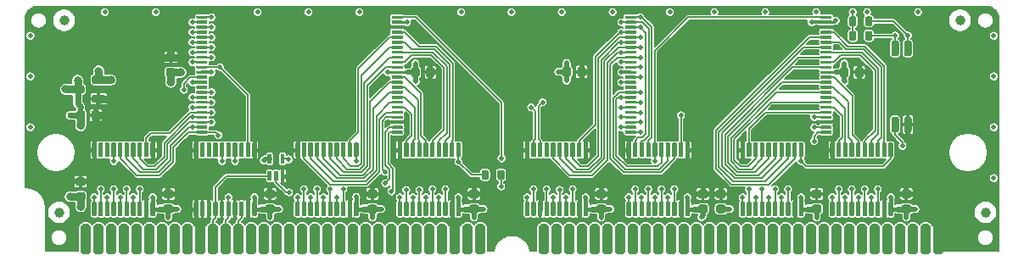
<source format=gtl>
G04 #@! TF.GenerationSoftware,KiCad,Pcbnew,(5.1.5-0-10_14)*
G04 #@! TF.CreationDate,2021-04-13T03:25:20-04:00*
G04 #@! TF.ProjectId,ROMSIMM,524f4d53-494d-44d2-9e6b-696361645f70,1.0*
G04 #@! TF.SameCoordinates,Original*
G04 #@! TF.FileFunction,Copper,L1,Top*
G04 #@! TF.FilePolarity,Positive*
%FSLAX46Y46*%
G04 Gerber Fmt 4.6, Leading zero omitted, Abs format (unit mm)*
G04 Created by KiCad (PCBNEW (5.1.5-0-10_14)) date 2021-04-13 03:25:20*
%MOMM*%
%LPD*%
G04 APERTURE LIST*
%ADD10C,0.100000*%
%ADD11C,1.000000*%
%ADD12C,0.500000*%
%ADD13C,0.800000*%
%ADD14C,0.600000*%
%ADD15C,0.508000*%
%ADD16C,0.500000*%
%ADD17C,0.800000*%
%ADD18C,0.600000*%
%ADD19C,0.150000*%
%ADD20C,0.400000*%
%ADD21C,0.300000*%
%ADD22C,0.250000*%
%ADD23C,0.152400*%
%ADD24C,0.154000*%
G04 APERTURE END LIST*
G04 #@! TA.AperFunction,SMDPad,CuDef*
D10*
G36*
X159085623Y-106299915D02*
G01*
X159104067Y-106302651D01*
X159122154Y-106307181D01*
X159139710Y-106313463D01*
X159156565Y-106321435D01*
X159172558Y-106331021D01*
X159187535Y-106342128D01*
X159201350Y-106354650D01*
X159213872Y-106368465D01*
X159224979Y-106383442D01*
X159234565Y-106399435D01*
X159242537Y-106416290D01*
X159248819Y-106433846D01*
X159253349Y-106451933D01*
X159256085Y-106470377D01*
X159257000Y-106489000D01*
X159257000Y-107633000D01*
X159256085Y-107651623D01*
X159253349Y-107670067D01*
X159248819Y-107688154D01*
X159242537Y-107705710D01*
X159234565Y-107722565D01*
X159224979Y-107738558D01*
X159213872Y-107753535D01*
X159201350Y-107767350D01*
X159187535Y-107779872D01*
X159172558Y-107790979D01*
X159156565Y-107800565D01*
X159139710Y-107808537D01*
X159122154Y-107814819D01*
X159104067Y-107819349D01*
X159085623Y-107822085D01*
X159067000Y-107823000D01*
X158687000Y-107823000D01*
X158668377Y-107822085D01*
X158649933Y-107819349D01*
X158631846Y-107814819D01*
X158614290Y-107808537D01*
X158597435Y-107800565D01*
X158581442Y-107790979D01*
X158566465Y-107779872D01*
X158552650Y-107767350D01*
X158540128Y-107753535D01*
X158529021Y-107738558D01*
X158519435Y-107722565D01*
X158511463Y-107705710D01*
X158505181Y-107688154D01*
X158500651Y-107670067D01*
X158497915Y-107651623D01*
X158497000Y-107633000D01*
X158497000Y-106489000D01*
X158497915Y-106470377D01*
X158500651Y-106451933D01*
X158505181Y-106433846D01*
X158511463Y-106416290D01*
X158519435Y-106399435D01*
X158529021Y-106383442D01*
X158540128Y-106368465D01*
X158552650Y-106354650D01*
X158566465Y-106342128D01*
X158581442Y-106331021D01*
X158597435Y-106321435D01*
X158614290Y-106313463D01*
X158631846Y-106307181D01*
X158649933Y-106302651D01*
X158668377Y-106299915D01*
X158687000Y-106299000D01*
X159067000Y-106299000D01*
X159085623Y-106299915D01*
G37*
G04 #@! TD.AperFunction*
G04 #@! TA.AperFunction,SMDPad,CuDef*
G36*
X160355623Y-106299915D02*
G01*
X160374067Y-106302651D01*
X160392154Y-106307181D01*
X160409710Y-106313463D01*
X160426565Y-106321435D01*
X160442558Y-106331021D01*
X160457535Y-106342128D01*
X160471350Y-106354650D01*
X160483872Y-106368465D01*
X160494979Y-106383442D01*
X160504565Y-106399435D01*
X160512537Y-106416290D01*
X160518819Y-106433846D01*
X160523349Y-106451933D01*
X160526085Y-106470377D01*
X160527000Y-106489000D01*
X160527000Y-107633000D01*
X160526085Y-107651623D01*
X160523349Y-107670067D01*
X160518819Y-107688154D01*
X160512537Y-107705710D01*
X160504565Y-107722565D01*
X160494979Y-107738558D01*
X160483872Y-107753535D01*
X160471350Y-107767350D01*
X160457535Y-107779872D01*
X160442558Y-107790979D01*
X160426565Y-107800565D01*
X160409710Y-107808537D01*
X160392154Y-107814819D01*
X160374067Y-107819349D01*
X160355623Y-107822085D01*
X160337000Y-107823000D01*
X159957000Y-107823000D01*
X159938377Y-107822085D01*
X159919933Y-107819349D01*
X159901846Y-107814819D01*
X159884290Y-107808537D01*
X159867435Y-107800565D01*
X159851442Y-107790979D01*
X159836465Y-107779872D01*
X159822650Y-107767350D01*
X159810128Y-107753535D01*
X159799021Y-107738558D01*
X159789435Y-107722565D01*
X159781463Y-107705710D01*
X159775181Y-107688154D01*
X159770651Y-107670067D01*
X159767915Y-107651623D01*
X159767000Y-107633000D01*
X159767000Y-106489000D01*
X159767915Y-106470377D01*
X159770651Y-106451933D01*
X159775181Y-106433846D01*
X159781463Y-106416290D01*
X159789435Y-106399435D01*
X159799021Y-106383442D01*
X159810128Y-106368465D01*
X159822650Y-106354650D01*
X159836465Y-106342128D01*
X159851442Y-106331021D01*
X159867435Y-106321435D01*
X159884290Y-106313463D01*
X159901846Y-106307181D01*
X159919933Y-106302651D01*
X159938377Y-106299915D01*
X159957000Y-106299000D01*
X160337000Y-106299000D01*
X160355623Y-106299915D01*
G37*
G04 #@! TD.AperFunction*
G04 #@! TA.AperFunction,SMDPad,CuDef*
G36*
X160355623Y-113919915D02*
G01*
X160374067Y-113922651D01*
X160392154Y-113927181D01*
X160409710Y-113933463D01*
X160426565Y-113941435D01*
X160442558Y-113951021D01*
X160457535Y-113962128D01*
X160471350Y-113974650D01*
X160483872Y-113988465D01*
X160494979Y-114003442D01*
X160504565Y-114019435D01*
X160512537Y-114036290D01*
X160518819Y-114053846D01*
X160523349Y-114071933D01*
X160526085Y-114090377D01*
X160527000Y-114109000D01*
X160527000Y-115253000D01*
X160526085Y-115271623D01*
X160523349Y-115290067D01*
X160518819Y-115308154D01*
X160512537Y-115325710D01*
X160504565Y-115342565D01*
X160494979Y-115358558D01*
X160483872Y-115373535D01*
X160471350Y-115387350D01*
X160457535Y-115399872D01*
X160442558Y-115410979D01*
X160426565Y-115420565D01*
X160409710Y-115428537D01*
X160392154Y-115434819D01*
X160374067Y-115439349D01*
X160355623Y-115442085D01*
X160337000Y-115443000D01*
X159957000Y-115443000D01*
X159938377Y-115442085D01*
X159919933Y-115439349D01*
X159901846Y-115434819D01*
X159884290Y-115428537D01*
X159867435Y-115420565D01*
X159851442Y-115410979D01*
X159836465Y-115399872D01*
X159822650Y-115387350D01*
X159810128Y-115373535D01*
X159799021Y-115358558D01*
X159789435Y-115342565D01*
X159781463Y-115325710D01*
X159775181Y-115308154D01*
X159770651Y-115290067D01*
X159767915Y-115271623D01*
X159767000Y-115253000D01*
X159767000Y-114109000D01*
X159767915Y-114090377D01*
X159770651Y-114071933D01*
X159775181Y-114053846D01*
X159781463Y-114036290D01*
X159789435Y-114019435D01*
X159799021Y-114003442D01*
X159810128Y-113988465D01*
X159822650Y-113974650D01*
X159836465Y-113962128D01*
X159851442Y-113951021D01*
X159867435Y-113941435D01*
X159884290Y-113933463D01*
X159901846Y-113927181D01*
X159919933Y-113922651D01*
X159938377Y-113919915D01*
X159957000Y-113919000D01*
X160337000Y-113919000D01*
X160355623Y-113919915D01*
G37*
G04 #@! TD.AperFunction*
G04 #@! TA.AperFunction,SMDPad,CuDef*
G36*
X159085623Y-113919915D02*
G01*
X159104067Y-113922651D01*
X159122154Y-113927181D01*
X159139710Y-113933463D01*
X159156565Y-113941435D01*
X159172558Y-113951021D01*
X159187535Y-113962128D01*
X159201350Y-113974650D01*
X159213872Y-113988465D01*
X159224979Y-114003442D01*
X159234565Y-114019435D01*
X159242537Y-114036290D01*
X159248819Y-114053846D01*
X159253349Y-114071933D01*
X159256085Y-114090377D01*
X159257000Y-114109000D01*
X159257000Y-115253000D01*
X159256085Y-115271623D01*
X159253349Y-115290067D01*
X159248819Y-115308154D01*
X159242537Y-115325710D01*
X159234565Y-115342565D01*
X159224979Y-115358558D01*
X159213872Y-115373535D01*
X159201350Y-115387350D01*
X159187535Y-115399872D01*
X159172558Y-115410979D01*
X159156565Y-115420565D01*
X159139710Y-115428537D01*
X159122154Y-115434819D01*
X159104067Y-115439349D01*
X159085623Y-115442085D01*
X159067000Y-115443000D01*
X158687000Y-115443000D01*
X158668377Y-115442085D01*
X158649933Y-115439349D01*
X158631846Y-115434819D01*
X158614290Y-115428537D01*
X158597435Y-115420565D01*
X158581442Y-115410979D01*
X158566465Y-115399872D01*
X158552650Y-115387350D01*
X158540128Y-115373535D01*
X158529021Y-115358558D01*
X158519435Y-115342565D01*
X158511463Y-115325710D01*
X158505181Y-115308154D01*
X158500651Y-115290067D01*
X158497915Y-115271623D01*
X158497000Y-115253000D01*
X158497000Y-114109000D01*
X158497915Y-114090377D01*
X158500651Y-114071933D01*
X158505181Y-114053846D01*
X158511463Y-114036290D01*
X158519435Y-114019435D01*
X158529021Y-114003442D01*
X158540128Y-113988465D01*
X158552650Y-113974650D01*
X158566465Y-113962128D01*
X158581442Y-113951021D01*
X158597435Y-113941435D01*
X158614290Y-113933463D01*
X158631846Y-113927181D01*
X158649933Y-113922651D01*
X158668377Y-113919915D01*
X158687000Y-113919000D01*
X159067000Y-113919000D01*
X159085623Y-113919915D01*
G37*
G04 #@! TD.AperFunction*
G04 #@! TA.AperFunction,SMDPad,CuDef*
G36*
X90182351Y-103800361D02*
G01*
X90189632Y-103801441D01*
X90196771Y-103803229D01*
X90203701Y-103805709D01*
X90210355Y-103808856D01*
X90216668Y-103812640D01*
X90222579Y-103817024D01*
X90228033Y-103821967D01*
X90232976Y-103827421D01*
X90237360Y-103833332D01*
X90241144Y-103839645D01*
X90244291Y-103846299D01*
X90246771Y-103853229D01*
X90248559Y-103860368D01*
X90249639Y-103867649D01*
X90250000Y-103875000D01*
X90250000Y-104025000D01*
X90249639Y-104032351D01*
X90248559Y-104039632D01*
X90246771Y-104046771D01*
X90244291Y-104053701D01*
X90241144Y-104060355D01*
X90237360Y-104066668D01*
X90232976Y-104072579D01*
X90228033Y-104078033D01*
X90222579Y-104082976D01*
X90216668Y-104087360D01*
X90210355Y-104091144D01*
X90203701Y-104094291D01*
X90196771Y-104096771D01*
X90189632Y-104098559D01*
X90182351Y-104099639D01*
X90175000Y-104100000D01*
X89225000Y-104100000D01*
X89217649Y-104099639D01*
X89210368Y-104098559D01*
X89203229Y-104096771D01*
X89196299Y-104094291D01*
X89189645Y-104091144D01*
X89183332Y-104087360D01*
X89177421Y-104082976D01*
X89171967Y-104078033D01*
X89167024Y-104072579D01*
X89162640Y-104066668D01*
X89158856Y-104060355D01*
X89155709Y-104053701D01*
X89153229Y-104046771D01*
X89151441Y-104039632D01*
X89150361Y-104032351D01*
X89150000Y-104025000D01*
X89150000Y-103875000D01*
X89150361Y-103867649D01*
X89151441Y-103860368D01*
X89153229Y-103853229D01*
X89155709Y-103846299D01*
X89158856Y-103839645D01*
X89162640Y-103833332D01*
X89167024Y-103827421D01*
X89171967Y-103821967D01*
X89177421Y-103817024D01*
X89183332Y-103812640D01*
X89189645Y-103808856D01*
X89196299Y-103805709D01*
X89203229Y-103803229D01*
X89210368Y-103801441D01*
X89217649Y-103800361D01*
X89225000Y-103800000D01*
X90175000Y-103800000D01*
X90182351Y-103800361D01*
G37*
G04 #@! TD.AperFunction*
G04 #@! TA.AperFunction,SMDPad,CuDef*
G36*
X109682351Y-115300361D02*
G01*
X109689632Y-115301441D01*
X109696771Y-115303229D01*
X109703701Y-115305709D01*
X109710355Y-115308856D01*
X109716668Y-115312640D01*
X109722579Y-115317024D01*
X109728033Y-115321967D01*
X109732976Y-115327421D01*
X109737360Y-115333332D01*
X109741144Y-115339645D01*
X109744291Y-115346299D01*
X109746771Y-115353229D01*
X109748559Y-115360368D01*
X109749639Y-115367649D01*
X109750000Y-115375000D01*
X109750000Y-115525000D01*
X109749639Y-115532351D01*
X109748559Y-115539632D01*
X109746771Y-115546771D01*
X109744291Y-115553701D01*
X109741144Y-115560355D01*
X109737360Y-115566668D01*
X109732976Y-115572579D01*
X109728033Y-115578033D01*
X109722579Y-115582976D01*
X109716668Y-115587360D01*
X109710355Y-115591144D01*
X109703701Y-115594291D01*
X109696771Y-115596771D01*
X109689632Y-115598559D01*
X109682351Y-115599639D01*
X109675000Y-115600000D01*
X108725000Y-115600000D01*
X108717649Y-115599639D01*
X108710368Y-115598559D01*
X108703229Y-115596771D01*
X108696299Y-115594291D01*
X108689645Y-115591144D01*
X108683332Y-115587360D01*
X108677421Y-115582976D01*
X108671967Y-115578033D01*
X108667024Y-115572579D01*
X108662640Y-115566668D01*
X108658856Y-115560355D01*
X108655709Y-115553701D01*
X108653229Y-115546771D01*
X108651441Y-115539632D01*
X108650361Y-115532351D01*
X108650000Y-115525000D01*
X108650000Y-115375000D01*
X108650361Y-115367649D01*
X108651441Y-115360368D01*
X108653229Y-115353229D01*
X108655709Y-115346299D01*
X108658856Y-115339645D01*
X108662640Y-115333332D01*
X108667024Y-115327421D01*
X108671967Y-115321967D01*
X108677421Y-115317024D01*
X108683332Y-115312640D01*
X108689645Y-115308856D01*
X108696299Y-115305709D01*
X108703229Y-115303229D01*
X108710368Y-115301441D01*
X108717649Y-115300361D01*
X108725000Y-115300000D01*
X109675000Y-115300000D01*
X109682351Y-115300361D01*
G37*
G04 #@! TD.AperFunction*
G04 #@! TA.AperFunction,SMDPad,CuDef*
G36*
X90182351Y-104300361D02*
G01*
X90189632Y-104301441D01*
X90196771Y-104303229D01*
X90203701Y-104305709D01*
X90210355Y-104308856D01*
X90216668Y-104312640D01*
X90222579Y-104317024D01*
X90228033Y-104321967D01*
X90232976Y-104327421D01*
X90237360Y-104333332D01*
X90241144Y-104339645D01*
X90244291Y-104346299D01*
X90246771Y-104353229D01*
X90248559Y-104360368D01*
X90249639Y-104367649D01*
X90250000Y-104375000D01*
X90250000Y-104525000D01*
X90249639Y-104532351D01*
X90248559Y-104539632D01*
X90246771Y-104546771D01*
X90244291Y-104553701D01*
X90241144Y-104560355D01*
X90237360Y-104566668D01*
X90232976Y-104572579D01*
X90228033Y-104578033D01*
X90222579Y-104582976D01*
X90216668Y-104587360D01*
X90210355Y-104591144D01*
X90203701Y-104594291D01*
X90196771Y-104596771D01*
X90189632Y-104598559D01*
X90182351Y-104599639D01*
X90175000Y-104600000D01*
X89225000Y-104600000D01*
X89217649Y-104599639D01*
X89210368Y-104598559D01*
X89203229Y-104596771D01*
X89196299Y-104594291D01*
X89189645Y-104591144D01*
X89183332Y-104587360D01*
X89177421Y-104582976D01*
X89171967Y-104578033D01*
X89167024Y-104572579D01*
X89162640Y-104566668D01*
X89158856Y-104560355D01*
X89155709Y-104553701D01*
X89153229Y-104546771D01*
X89151441Y-104539632D01*
X89150361Y-104532351D01*
X89150000Y-104525000D01*
X89150000Y-104375000D01*
X89150361Y-104367649D01*
X89151441Y-104360368D01*
X89153229Y-104353229D01*
X89155709Y-104346299D01*
X89158856Y-104339645D01*
X89162640Y-104333332D01*
X89167024Y-104327421D01*
X89171967Y-104321967D01*
X89177421Y-104317024D01*
X89183332Y-104312640D01*
X89189645Y-104308856D01*
X89196299Y-104305709D01*
X89203229Y-104303229D01*
X89210368Y-104301441D01*
X89217649Y-104300361D01*
X89225000Y-104300000D01*
X90175000Y-104300000D01*
X90182351Y-104300361D01*
G37*
G04 #@! TD.AperFunction*
G04 #@! TA.AperFunction,SMDPad,CuDef*
G36*
X90182351Y-104800361D02*
G01*
X90189632Y-104801441D01*
X90196771Y-104803229D01*
X90203701Y-104805709D01*
X90210355Y-104808856D01*
X90216668Y-104812640D01*
X90222579Y-104817024D01*
X90228033Y-104821967D01*
X90232976Y-104827421D01*
X90237360Y-104833332D01*
X90241144Y-104839645D01*
X90244291Y-104846299D01*
X90246771Y-104853229D01*
X90248559Y-104860368D01*
X90249639Y-104867649D01*
X90250000Y-104875000D01*
X90250000Y-105025000D01*
X90249639Y-105032351D01*
X90248559Y-105039632D01*
X90246771Y-105046771D01*
X90244291Y-105053701D01*
X90241144Y-105060355D01*
X90237360Y-105066668D01*
X90232976Y-105072579D01*
X90228033Y-105078033D01*
X90222579Y-105082976D01*
X90216668Y-105087360D01*
X90210355Y-105091144D01*
X90203701Y-105094291D01*
X90196771Y-105096771D01*
X90189632Y-105098559D01*
X90182351Y-105099639D01*
X90175000Y-105100000D01*
X89225000Y-105100000D01*
X89217649Y-105099639D01*
X89210368Y-105098559D01*
X89203229Y-105096771D01*
X89196299Y-105094291D01*
X89189645Y-105091144D01*
X89183332Y-105087360D01*
X89177421Y-105082976D01*
X89171967Y-105078033D01*
X89167024Y-105072579D01*
X89162640Y-105066668D01*
X89158856Y-105060355D01*
X89155709Y-105053701D01*
X89153229Y-105046771D01*
X89151441Y-105039632D01*
X89150361Y-105032351D01*
X89150000Y-105025000D01*
X89150000Y-104875000D01*
X89150361Y-104867649D01*
X89151441Y-104860368D01*
X89153229Y-104853229D01*
X89155709Y-104846299D01*
X89158856Y-104839645D01*
X89162640Y-104833332D01*
X89167024Y-104827421D01*
X89171967Y-104821967D01*
X89177421Y-104817024D01*
X89183332Y-104812640D01*
X89189645Y-104808856D01*
X89196299Y-104805709D01*
X89203229Y-104803229D01*
X89210368Y-104801441D01*
X89217649Y-104800361D01*
X89225000Y-104800000D01*
X90175000Y-104800000D01*
X90182351Y-104800361D01*
G37*
G04 #@! TD.AperFunction*
G04 #@! TA.AperFunction,SMDPad,CuDef*
G36*
X90182351Y-105300361D02*
G01*
X90189632Y-105301441D01*
X90196771Y-105303229D01*
X90203701Y-105305709D01*
X90210355Y-105308856D01*
X90216668Y-105312640D01*
X90222579Y-105317024D01*
X90228033Y-105321967D01*
X90232976Y-105327421D01*
X90237360Y-105333332D01*
X90241144Y-105339645D01*
X90244291Y-105346299D01*
X90246771Y-105353229D01*
X90248559Y-105360368D01*
X90249639Y-105367649D01*
X90250000Y-105375000D01*
X90250000Y-105525000D01*
X90249639Y-105532351D01*
X90248559Y-105539632D01*
X90246771Y-105546771D01*
X90244291Y-105553701D01*
X90241144Y-105560355D01*
X90237360Y-105566668D01*
X90232976Y-105572579D01*
X90228033Y-105578033D01*
X90222579Y-105582976D01*
X90216668Y-105587360D01*
X90210355Y-105591144D01*
X90203701Y-105594291D01*
X90196771Y-105596771D01*
X90189632Y-105598559D01*
X90182351Y-105599639D01*
X90175000Y-105600000D01*
X89225000Y-105600000D01*
X89217649Y-105599639D01*
X89210368Y-105598559D01*
X89203229Y-105596771D01*
X89196299Y-105594291D01*
X89189645Y-105591144D01*
X89183332Y-105587360D01*
X89177421Y-105582976D01*
X89171967Y-105578033D01*
X89167024Y-105572579D01*
X89162640Y-105566668D01*
X89158856Y-105560355D01*
X89155709Y-105553701D01*
X89153229Y-105546771D01*
X89151441Y-105539632D01*
X89150361Y-105532351D01*
X89150000Y-105525000D01*
X89150000Y-105375000D01*
X89150361Y-105367649D01*
X89151441Y-105360368D01*
X89153229Y-105353229D01*
X89155709Y-105346299D01*
X89158856Y-105339645D01*
X89162640Y-105333332D01*
X89167024Y-105327421D01*
X89171967Y-105321967D01*
X89177421Y-105317024D01*
X89183332Y-105312640D01*
X89189645Y-105308856D01*
X89196299Y-105305709D01*
X89203229Y-105303229D01*
X89210368Y-105301441D01*
X89217649Y-105300361D01*
X89225000Y-105300000D01*
X90175000Y-105300000D01*
X90182351Y-105300361D01*
G37*
G04 #@! TD.AperFunction*
G04 #@! TA.AperFunction,SMDPad,CuDef*
G36*
X90182351Y-105800361D02*
G01*
X90189632Y-105801441D01*
X90196771Y-105803229D01*
X90203701Y-105805709D01*
X90210355Y-105808856D01*
X90216668Y-105812640D01*
X90222579Y-105817024D01*
X90228033Y-105821967D01*
X90232976Y-105827421D01*
X90237360Y-105833332D01*
X90241144Y-105839645D01*
X90244291Y-105846299D01*
X90246771Y-105853229D01*
X90248559Y-105860368D01*
X90249639Y-105867649D01*
X90250000Y-105875000D01*
X90250000Y-106025000D01*
X90249639Y-106032351D01*
X90248559Y-106039632D01*
X90246771Y-106046771D01*
X90244291Y-106053701D01*
X90241144Y-106060355D01*
X90237360Y-106066668D01*
X90232976Y-106072579D01*
X90228033Y-106078033D01*
X90222579Y-106082976D01*
X90216668Y-106087360D01*
X90210355Y-106091144D01*
X90203701Y-106094291D01*
X90196771Y-106096771D01*
X90189632Y-106098559D01*
X90182351Y-106099639D01*
X90175000Y-106100000D01*
X89225000Y-106100000D01*
X89217649Y-106099639D01*
X89210368Y-106098559D01*
X89203229Y-106096771D01*
X89196299Y-106094291D01*
X89189645Y-106091144D01*
X89183332Y-106087360D01*
X89177421Y-106082976D01*
X89171967Y-106078033D01*
X89167024Y-106072579D01*
X89162640Y-106066668D01*
X89158856Y-106060355D01*
X89155709Y-106053701D01*
X89153229Y-106046771D01*
X89151441Y-106039632D01*
X89150361Y-106032351D01*
X89150000Y-106025000D01*
X89150000Y-105875000D01*
X89150361Y-105867649D01*
X89151441Y-105860368D01*
X89153229Y-105853229D01*
X89155709Y-105846299D01*
X89158856Y-105839645D01*
X89162640Y-105833332D01*
X89167024Y-105827421D01*
X89171967Y-105821967D01*
X89177421Y-105817024D01*
X89183332Y-105812640D01*
X89189645Y-105808856D01*
X89196299Y-105805709D01*
X89203229Y-105803229D01*
X89210368Y-105801441D01*
X89217649Y-105800361D01*
X89225000Y-105800000D01*
X90175000Y-105800000D01*
X90182351Y-105800361D01*
G37*
G04 #@! TD.AperFunction*
G04 #@! TA.AperFunction,SMDPad,CuDef*
G36*
X90182351Y-106300361D02*
G01*
X90189632Y-106301441D01*
X90196771Y-106303229D01*
X90203701Y-106305709D01*
X90210355Y-106308856D01*
X90216668Y-106312640D01*
X90222579Y-106317024D01*
X90228033Y-106321967D01*
X90232976Y-106327421D01*
X90237360Y-106333332D01*
X90241144Y-106339645D01*
X90244291Y-106346299D01*
X90246771Y-106353229D01*
X90248559Y-106360368D01*
X90249639Y-106367649D01*
X90250000Y-106375000D01*
X90250000Y-106525000D01*
X90249639Y-106532351D01*
X90248559Y-106539632D01*
X90246771Y-106546771D01*
X90244291Y-106553701D01*
X90241144Y-106560355D01*
X90237360Y-106566668D01*
X90232976Y-106572579D01*
X90228033Y-106578033D01*
X90222579Y-106582976D01*
X90216668Y-106587360D01*
X90210355Y-106591144D01*
X90203701Y-106594291D01*
X90196771Y-106596771D01*
X90189632Y-106598559D01*
X90182351Y-106599639D01*
X90175000Y-106600000D01*
X89225000Y-106600000D01*
X89217649Y-106599639D01*
X89210368Y-106598559D01*
X89203229Y-106596771D01*
X89196299Y-106594291D01*
X89189645Y-106591144D01*
X89183332Y-106587360D01*
X89177421Y-106582976D01*
X89171967Y-106578033D01*
X89167024Y-106572579D01*
X89162640Y-106566668D01*
X89158856Y-106560355D01*
X89155709Y-106553701D01*
X89153229Y-106546771D01*
X89151441Y-106539632D01*
X89150361Y-106532351D01*
X89150000Y-106525000D01*
X89150000Y-106375000D01*
X89150361Y-106367649D01*
X89151441Y-106360368D01*
X89153229Y-106353229D01*
X89155709Y-106346299D01*
X89158856Y-106339645D01*
X89162640Y-106333332D01*
X89167024Y-106327421D01*
X89171967Y-106321967D01*
X89177421Y-106317024D01*
X89183332Y-106312640D01*
X89189645Y-106308856D01*
X89196299Y-106305709D01*
X89203229Y-106303229D01*
X89210368Y-106301441D01*
X89217649Y-106300361D01*
X89225000Y-106300000D01*
X90175000Y-106300000D01*
X90182351Y-106300361D01*
G37*
G04 #@! TD.AperFunction*
G04 #@! TA.AperFunction,SMDPad,CuDef*
G36*
X90182351Y-106800361D02*
G01*
X90189632Y-106801441D01*
X90196771Y-106803229D01*
X90203701Y-106805709D01*
X90210355Y-106808856D01*
X90216668Y-106812640D01*
X90222579Y-106817024D01*
X90228033Y-106821967D01*
X90232976Y-106827421D01*
X90237360Y-106833332D01*
X90241144Y-106839645D01*
X90244291Y-106846299D01*
X90246771Y-106853229D01*
X90248559Y-106860368D01*
X90249639Y-106867649D01*
X90250000Y-106875000D01*
X90250000Y-107025000D01*
X90249639Y-107032351D01*
X90248559Y-107039632D01*
X90246771Y-107046771D01*
X90244291Y-107053701D01*
X90241144Y-107060355D01*
X90237360Y-107066668D01*
X90232976Y-107072579D01*
X90228033Y-107078033D01*
X90222579Y-107082976D01*
X90216668Y-107087360D01*
X90210355Y-107091144D01*
X90203701Y-107094291D01*
X90196771Y-107096771D01*
X90189632Y-107098559D01*
X90182351Y-107099639D01*
X90175000Y-107100000D01*
X89225000Y-107100000D01*
X89217649Y-107099639D01*
X89210368Y-107098559D01*
X89203229Y-107096771D01*
X89196299Y-107094291D01*
X89189645Y-107091144D01*
X89183332Y-107087360D01*
X89177421Y-107082976D01*
X89171967Y-107078033D01*
X89167024Y-107072579D01*
X89162640Y-107066668D01*
X89158856Y-107060355D01*
X89155709Y-107053701D01*
X89153229Y-107046771D01*
X89151441Y-107039632D01*
X89150361Y-107032351D01*
X89150000Y-107025000D01*
X89150000Y-106875000D01*
X89150361Y-106867649D01*
X89151441Y-106860368D01*
X89153229Y-106853229D01*
X89155709Y-106846299D01*
X89158856Y-106839645D01*
X89162640Y-106833332D01*
X89167024Y-106827421D01*
X89171967Y-106821967D01*
X89177421Y-106817024D01*
X89183332Y-106812640D01*
X89189645Y-106808856D01*
X89196299Y-106805709D01*
X89203229Y-106803229D01*
X89210368Y-106801441D01*
X89217649Y-106800361D01*
X89225000Y-106800000D01*
X90175000Y-106800000D01*
X90182351Y-106800361D01*
G37*
G04 #@! TD.AperFunction*
G04 #@! TA.AperFunction,SMDPad,CuDef*
G36*
X90182351Y-107300361D02*
G01*
X90189632Y-107301441D01*
X90196771Y-107303229D01*
X90203701Y-107305709D01*
X90210355Y-107308856D01*
X90216668Y-107312640D01*
X90222579Y-107317024D01*
X90228033Y-107321967D01*
X90232976Y-107327421D01*
X90237360Y-107333332D01*
X90241144Y-107339645D01*
X90244291Y-107346299D01*
X90246771Y-107353229D01*
X90248559Y-107360368D01*
X90249639Y-107367649D01*
X90250000Y-107375000D01*
X90250000Y-107525000D01*
X90249639Y-107532351D01*
X90248559Y-107539632D01*
X90246771Y-107546771D01*
X90244291Y-107553701D01*
X90241144Y-107560355D01*
X90237360Y-107566668D01*
X90232976Y-107572579D01*
X90228033Y-107578033D01*
X90222579Y-107582976D01*
X90216668Y-107587360D01*
X90210355Y-107591144D01*
X90203701Y-107594291D01*
X90196771Y-107596771D01*
X90189632Y-107598559D01*
X90182351Y-107599639D01*
X90175000Y-107600000D01*
X89225000Y-107600000D01*
X89217649Y-107599639D01*
X89210368Y-107598559D01*
X89203229Y-107596771D01*
X89196299Y-107594291D01*
X89189645Y-107591144D01*
X89183332Y-107587360D01*
X89177421Y-107582976D01*
X89171967Y-107578033D01*
X89167024Y-107572579D01*
X89162640Y-107566668D01*
X89158856Y-107560355D01*
X89155709Y-107553701D01*
X89153229Y-107546771D01*
X89151441Y-107539632D01*
X89150361Y-107532351D01*
X89150000Y-107525000D01*
X89150000Y-107375000D01*
X89150361Y-107367649D01*
X89151441Y-107360368D01*
X89153229Y-107353229D01*
X89155709Y-107346299D01*
X89158856Y-107339645D01*
X89162640Y-107333332D01*
X89167024Y-107327421D01*
X89171967Y-107321967D01*
X89177421Y-107317024D01*
X89183332Y-107312640D01*
X89189645Y-107308856D01*
X89196299Y-107305709D01*
X89203229Y-107303229D01*
X89210368Y-107301441D01*
X89217649Y-107300361D01*
X89225000Y-107300000D01*
X90175000Y-107300000D01*
X90182351Y-107300361D01*
G37*
G04 #@! TD.AperFunction*
G04 #@! TA.AperFunction,SMDPad,CuDef*
G36*
X90182351Y-107800361D02*
G01*
X90189632Y-107801441D01*
X90196771Y-107803229D01*
X90203701Y-107805709D01*
X90210355Y-107808856D01*
X90216668Y-107812640D01*
X90222579Y-107817024D01*
X90228033Y-107821967D01*
X90232976Y-107827421D01*
X90237360Y-107833332D01*
X90241144Y-107839645D01*
X90244291Y-107846299D01*
X90246771Y-107853229D01*
X90248559Y-107860368D01*
X90249639Y-107867649D01*
X90250000Y-107875000D01*
X90250000Y-108025000D01*
X90249639Y-108032351D01*
X90248559Y-108039632D01*
X90246771Y-108046771D01*
X90244291Y-108053701D01*
X90241144Y-108060355D01*
X90237360Y-108066668D01*
X90232976Y-108072579D01*
X90228033Y-108078033D01*
X90222579Y-108082976D01*
X90216668Y-108087360D01*
X90210355Y-108091144D01*
X90203701Y-108094291D01*
X90196771Y-108096771D01*
X90189632Y-108098559D01*
X90182351Y-108099639D01*
X90175000Y-108100000D01*
X89225000Y-108100000D01*
X89217649Y-108099639D01*
X89210368Y-108098559D01*
X89203229Y-108096771D01*
X89196299Y-108094291D01*
X89189645Y-108091144D01*
X89183332Y-108087360D01*
X89177421Y-108082976D01*
X89171967Y-108078033D01*
X89167024Y-108072579D01*
X89162640Y-108066668D01*
X89158856Y-108060355D01*
X89155709Y-108053701D01*
X89153229Y-108046771D01*
X89151441Y-108039632D01*
X89150361Y-108032351D01*
X89150000Y-108025000D01*
X89150000Y-107875000D01*
X89150361Y-107867649D01*
X89151441Y-107860368D01*
X89153229Y-107853229D01*
X89155709Y-107846299D01*
X89158856Y-107839645D01*
X89162640Y-107833332D01*
X89167024Y-107827421D01*
X89171967Y-107821967D01*
X89177421Y-107817024D01*
X89183332Y-107812640D01*
X89189645Y-107808856D01*
X89196299Y-107805709D01*
X89203229Y-107803229D01*
X89210368Y-107801441D01*
X89217649Y-107800361D01*
X89225000Y-107800000D01*
X90175000Y-107800000D01*
X90182351Y-107800361D01*
G37*
G04 #@! TD.AperFunction*
G04 #@! TA.AperFunction,SMDPad,CuDef*
G36*
X90182351Y-108300361D02*
G01*
X90189632Y-108301441D01*
X90196771Y-108303229D01*
X90203701Y-108305709D01*
X90210355Y-108308856D01*
X90216668Y-108312640D01*
X90222579Y-108317024D01*
X90228033Y-108321967D01*
X90232976Y-108327421D01*
X90237360Y-108333332D01*
X90241144Y-108339645D01*
X90244291Y-108346299D01*
X90246771Y-108353229D01*
X90248559Y-108360368D01*
X90249639Y-108367649D01*
X90250000Y-108375000D01*
X90250000Y-108525000D01*
X90249639Y-108532351D01*
X90248559Y-108539632D01*
X90246771Y-108546771D01*
X90244291Y-108553701D01*
X90241144Y-108560355D01*
X90237360Y-108566668D01*
X90232976Y-108572579D01*
X90228033Y-108578033D01*
X90222579Y-108582976D01*
X90216668Y-108587360D01*
X90210355Y-108591144D01*
X90203701Y-108594291D01*
X90196771Y-108596771D01*
X90189632Y-108598559D01*
X90182351Y-108599639D01*
X90175000Y-108600000D01*
X89225000Y-108600000D01*
X89217649Y-108599639D01*
X89210368Y-108598559D01*
X89203229Y-108596771D01*
X89196299Y-108594291D01*
X89189645Y-108591144D01*
X89183332Y-108587360D01*
X89177421Y-108582976D01*
X89171967Y-108578033D01*
X89167024Y-108572579D01*
X89162640Y-108566668D01*
X89158856Y-108560355D01*
X89155709Y-108553701D01*
X89153229Y-108546771D01*
X89151441Y-108539632D01*
X89150361Y-108532351D01*
X89150000Y-108525000D01*
X89150000Y-108375000D01*
X89150361Y-108367649D01*
X89151441Y-108360368D01*
X89153229Y-108353229D01*
X89155709Y-108346299D01*
X89158856Y-108339645D01*
X89162640Y-108333332D01*
X89167024Y-108327421D01*
X89171967Y-108321967D01*
X89177421Y-108317024D01*
X89183332Y-108312640D01*
X89189645Y-108308856D01*
X89196299Y-108305709D01*
X89203229Y-108303229D01*
X89210368Y-108301441D01*
X89217649Y-108300361D01*
X89225000Y-108300000D01*
X90175000Y-108300000D01*
X90182351Y-108300361D01*
G37*
G04 #@! TD.AperFunction*
G04 #@! TA.AperFunction,SMDPad,CuDef*
G36*
X90182351Y-108800361D02*
G01*
X90189632Y-108801441D01*
X90196771Y-108803229D01*
X90203701Y-108805709D01*
X90210355Y-108808856D01*
X90216668Y-108812640D01*
X90222579Y-108817024D01*
X90228033Y-108821967D01*
X90232976Y-108827421D01*
X90237360Y-108833332D01*
X90241144Y-108839645D01*
X90244291Y-108846299D01*
X90246771Y-108853229D01*
X90248559Y-108860368D01*
X90249639Y-108867649D01*
X90250000Y-108875000D01*
X90250000Y-109025000D01*
X90249639Y-109032351D01*
X90248559Y-109039632D01*
X90246771Y-109046771D01*
X90244291Y-109053701D01*
X90241144Y-109060355D01*
X90237360Y-109066668D01*
X90232976Y-109072579D01*
X90228033Y-109078033D01*
X90222579Y-109082976D01*
X90216668Y-109087360D01*
X90210355Y-109091144D01*
X90203701Y-109094291D01*
X90196771Y-109096771D01*
X90189632Y-109098559D01*
X90182351Y-109099639D01*
X90175000Y-109100000D01*
X89225000Y-109100000D01*
X89217649Y-109099639D01*
X89210368Y-109098559D01*
X89203229Y-109096771D01*
X89196299Y-109094291D01*
X89189645Y-109091144D01*
X89183332Y-109087360D01*
X89177421Y-109082976D01*
X89171967Y-109078033D01*
X89167024Y-109072579D01*
X89162640Y-109066668D01*
X89158856Y-109060355D01*
X89155709Y-109053701D01*
X89153229Y-109046771D01*
X89151441Y-109039632D01*
X89150361Y-109032351D01*
X89150000Y-109025000D01*
X89150000Y-108875000D01*
X89150361Y-108867649D01*
X89151441Y-108860368D01*
X89153229Y-108853229D01*
X89155709Y-108846299D01*
X89158856Y-108839645D01*
X89162640Y-108833332D01*
X89167024Y-108827421D01*
X89171967Y-108821967D01*
X89177421Y-108817024D01*
X89183332Y-108812640D01*
X89189645Y-108808856D01*
X89196299Y-108805709D01*
X89203229Y-108803229D01*
X89210368Y-108801441D01*
X89217649Y-108800361D01*
X89225000Y-108800000D01*
X90175000Y-108800000D01*
X90182351Y-108800361D01*
G37*
G04 #@! TD.AperFunction*
G04 #@! TA.AperFunction,SMDPad,CuDef*
G36*
X90182351Y-109300361D02*
G01*
X90189632Y-109301441D01*
X90196771Y-109303229D01*
X90203701Y-109305709D01*
X90210355Y-109308856D01*
X90216668Y-109312640D01*
X90222579Y-109317024D01*
X90228033Y-109321967D01*
X90232976Y-109327421D01*
X90237360Y-109333332D01*
X90241144Y-109339645D01*
X90244291Y-109346299D01*
X90246771Y-109353229D01*
X90248559Y-109360368D01*
X90249639Y-109367649D01*
X90250000Y-109375000D01*
X90250000Y-109525000D01*
X90249639Y-109532351D01*
X90248559Y-109539632D01*
X90246771Y-109546771D01*
X90244291Y-109553701D01*
X90241144Y-109560355D01*
X90237360Y-109566668D01*
X90232976Y-109572579D01*
X90228033Y-109578033D01*
X90222579Y-109582976D01*
X90216668Y-109587360D01*
X90210355Y-109591144D01*
X90203701Y-109594291D01*
X90196771Y-109596771D01*
X90189632Y-109598559D01*
X90182351Y-109599639D01*
X90175000Y-109600000D01*
X89225000Y-109600000D01*
X89217649Y-109599639D01*
X89210368Y-109598559D01*
X89203229Y-109596771D01*
X89196299Y-109594291D01*
X89189645Y-109591144D01*
X89183332Y-109587360D01*
X89177421Y-109582976D01*
X89171967Y-109578033D01*
X89167024Y-109572579D01*
X89162640Y-109566668D01*
X89158856Y-109560355D01*
X89155709Y-109553701D01*
X89153229Y-109546771D01*
X89151441Y-109539632D01*
X89150361Y-109532351D01*
X89150000Y-109525000D01*
X89150000Y-109375000D01*
X89150361Y-109367649D01*
X89151441Y-109360368D01*
X89153229Y-109353229D01*
X89155709Y-109346299D01*
X89158856Y-109339645D01*
X89162640Y-109333332D01*
X89167024Y-109327421D01*
X89171967Y-109321967D01*
X89177421Y-109317024D01*
X89183332Y-109312640D01*
X89189645Y-109308856D01*
X89196299Y-109305709D01*
X89203229Y-109303229D01*
X89210368Y-109301441D01*
X89217649Y-109300361D01*
X89225000Y-109300000D01*
X90175000Y-109300000D01*
X90182351Y-109300361D01*
G37*
G04 #@! TD.AperFunction*
G04 #@! TA.AperFunction,SMDPad,CuDef*
G36*
X90182351Y-109800361D02*
G01*
X90189632Y-109801441D01*
X90196771Y-109803229D01*
X90203701Y-109805709D01*
X90210355Y-109808856D01*
X90216668Y-109812640D01*
X90222579Y-109817024D01*
X90228033Y-109821967D01*
X90232976Y-109827421D01*
X90237360Y-109833332D01*
X90241144Y-109839645D01*
X90244291Y-109846299D01*
X90246771Y-109853229D01*
X90248559Y-109860368D01*
X90249639Y-109867649D01*
X90250000Y-109875000D01*
X90250000Y-110025000D01*
X90249639Y-110032351D01*
X90248559Y-110039632D01*
X90246771Y-110046771D01*
X90244291Y-110053701D01*
X90241144Y-110060355D01*
X90237360Y-110066668D01*
X90232976Y-110072579D01*
X90228033Y-110078033D01*
X90222579Y-110082976D01*
X90216668Y-110087360D01*
X90210355Y-110091144D01*
X90203701Y-110094291D01*
X90196771Y-110096771D01*
X90189632Y-110098559D01*
X90182351Y-110099639D01*
X90175000Y-110100000D01*
X89225000Y-110100000D01*
X89217649Y-110099639D01*
X89210368Y-110098559D01*
X89203229Y-110096771D01*
X89196299Y-110094291D01*
X89189645Y-110091144D01*
X89183332Y-110087360D01*
X89177421Y-110082976D01*
X89171967Y-110078033D01*
X89167024Y-110072579D01*
X89162640Y-110066668D01*
X89158856Y-110060355D01*
X89155709Y-110053701D01*
X89153229Y-110046771D01*
X89151441Y-110039632D01*
X89150361Y-110032351D01*
X89150000Y-110025000D01*
X89150000Y-109875000D01*
X89150361Y-109867649D01*
X89151441Y-109860368D01*
X89153229Y-109853229D01*
X89155709Y-109846299D01*
X89158856Y-109839645D01*
X89162640Y-109833332D01*
X89167024Y-109827421D01*
X89171967Y-109821967D01*
X89177421Y-109817024D01*
X89183332Y-109812640D01*
X89189645Y-109808856D01*
X89196299Y-109805709D01*
X89203229Y-109803229D01*
X89210368Y-109801441D01*
X89217649Y-109800361D01*
X89225000Y-109800000D01*
X90175000Y-109800000D01*
X90182351Y-109800361D01*
G37*
G04 #@! TD.AperFunction*
G04 #@! TA.AperFunction,SMDPad,CuDef*
G36*
X90182351Y-110300361D02*
G01*
X90189632Y-110301441D01*
X90196771Y-110303229D01*
X90203701Y-110305709D01*
X90210355Y-110308856D01*
X90216668Y-110312640D01*
X90222579Y-110317024D01*
X90228033Y-110321967D01*
X90232976Y-110327421D01*
X90237360Y-110333332D01*
X90241144Y-110339645D01*
X90244291Y-110346299D01*
X90246771Y-110353229D01*
X90248559Y-110360368D01*
X90249639Y-110367649D01*
X90250000Y-110375000D01*
X90250000Y-110525000D01*
X90249639Y-110532351D01*
X90248559Y-110539632D01*
X90246771Y-110546771D01*
X90244291Y-110553701D01*
X90241144Y-110560355D01*
X90237360Y-110566668D01*
X90232976Y-110572579D01*
X90228033Y-110578033D01*
X90222579Y-110582976D01*
X90216668Y-110587360D01*
X90210355Y-110591144D01*
X90203701Y-110594291D01*
X90196771Y-110596771D01*
X90189632Y-110598559D01*
X90182351Y-110599639D01*
X90175000Y-110600000D01*
X89225000Y-110600000D01*
X89217649Y-110599639D01*
X89210368Y-110598559D01*
X89203229Y-110596771D01*
X89196299Y-110594291D01*
X89189645Y-110591144D01*
X89183332Y-110587360D01*
X89177421Y-110582976D01*
X89171967Y-110578033D01*
X89167024Y-110572579D01*
X89162640Y-110566668D01*
X89158856Y-110560355D01*
X89155709Y-110553701D01*
X89153229Y-110546771D01*
X89151441Y-110539632D01*
X89150361Y-110532351D01*
X89150000Y-110525000D01*
X89150000Y-110375000D01*
X89150361Y-110367649D01*
X89151441Y-110360368D01*
X89153229Y-110353229D01*
X89155709Y-110346299D01*
X89158856Y-110339645D01*
X89162640Y-110333332D01*
X89167024Y-110327421D01*
X89171967Y-110321967D01*
X89177421Y-110317024D01*
X89183332Y-110312640D01*
X89189645Y-110308856D01*
X89196299Y-110305709D01*
X89203229Y-110303229D01*
X89210368Y-110301441D01*
X89217649Y-110300361D01*
X89225000Y-110300000D01*
X90175000Y-110300000D01*
X90182351Y-110300361D01*
G37*
G04 #@! TD.AperFunction*
G04 #@! TA.AperFunction,SMDPad,CuDef*
G36*
X90182351Y-110800361D02*
G01*
X90189632Y-110801441D01*
X90196771Y-110803229D01*
X90203701Y-110805709D01*
X90210355Y-110808856D01*
X90216668Y-110812640D01*
X90222579Y-110817024D01*
X90228033Y-110821967D01*
X90232976Y-110827421D01*
X90237360Y-110833332D01*
X90241144Y-110839645D01*
X90244291Y-110846299D01*
X90246771Y-110853229D01*
X90248559Y-110860368D01*
X90249639Y-110867649D01*
X90250000Y-110875000D01*
X90250000Y-111025000D01*
X90249639Y-111032351D01*
X90248559Y-111039632D01*
X90246771Y-111046771D01*
X90244291Y-111053701D01*
X90241144Y-111060355D01*
X90237360Y-111066668D01*
X90232976Y-111072579D01*
X90228033Y-111078033D01*
X90222579Y-111082976D01*
X90216668Y-111087360D01*
X90210355Y-111091144D01*
X90203701Y-111094291D01*
X90196771Y-111096771D01*
X90189632Y-111098559D01*
X90182351Y-111099639D01*
X90175000Y-111100000D01*
X89225000Y-111100000D01*
X89217649Y-111099639D01*
X89210368Y-111098559D01*
X89203229Y-111096771D01*
X89196299Y-111094291D01*
X89189645Y-111091144D01*
X89183332Y-111087360D01*
X89177421Y-111082976D01*
X89171967Y-111078033D01*
X89167024Y-111072579D01*
X89162640Y-111066668D01*
X89158856Y-111060355D01*
X89155709Y-111053701D01*
X89153229Y-111046771D01*
X89151441Y-111039632D01*
X89150361Y-111032351D01*
X89150000Y-111025000D01*
X89150000Y-110875000D01*
X89150361Y-110867649D01*
X89151441Y-110860368D01*
X89153229Y-110853229D01*
X89155709Y-110846299D01*
X89158856Y-110839645D01*
X89162640Y-110833332D01*
X89167024Y-110827421D01*
X89171967Y-110821967D01*
X89177421Y-110817024D01*
X89183332Y-110812640D01*
X89189645Y-110808856D01*
X89196299Y-110805709D01*
X89203229Y-110803229D01*
X89210368Y-110801441D01*
X89217649Y-110800361D01*
X89225000Y-110800000D01*
X90175000Y-110800000D01*
X90182351Y-110800361D01*
G37*
G04 #@! TD.AperFunction*
G04 #@! TA.AperFunction,SMDPad,CuDef*
G36*
X90182351Y-111300361D02*
G01*
X90189632Y-111301441D01*
X90196771Y-111303229D01*
X90203701Y-111305709D01*
X90210355Y-111308856D01*
X90216668Y-111312640D01*
X90222579Y-111317024D01*
X90228033Y-111321967D01*
X90232976Y-111327421D01*
X90237360Y-111333332D01*
X90241144Y-111339645D01*
X90244291Y-111346299D01*
X90246771Y-111353229D01*
X90248559Y-111360368D01*
X90249639Y-111367649D01*
X90250000Y-111375000D01*
X90250000Y-111525000D01*
X90249639Y-111532351D01*
X90248559Y-111539632D01*
X90246771Y-111546771D01*
X90244291Y-111553701D01*
X90241144Y-111560355D01*
X90237360Y-111566668D01*
X90232976Y-111572579D01*
X90228033Y-111578033D01*
X90222579Y-111582976D01*
X90216668Y-111587360D01*
X90210355Y-111591144D01*
X90203701Y-111594291D01*
X90196771Y-111596771D01*
X90189632Y-111598559D01*
X90182351Y-111599639D01*
X90175000Y-111600000D01*
X89225000Y-111600000D01*
X89217649Y-111599639D01*
X89210368Y-111598559D01*
X89203229Y-111596771D01*
X89196299Y-111594291D01*
X89189645Y-111591144D01*
X89183332Y-111587360D01*
X89177421Y-111582976D01*
X89171967Y-111578033D01*
X89167024Y-111572579D01*
X89162640Y-111566668D01*
X89158856Y-111560355D01*
X89155709Y-111553701D01*
X89153229Y-111546771D01*
X89151441Y-111539632D01*
X89150361Y-111532351D01*
X89150000Y-111525000D01*
X89150000Y-111375000D01*
X89150361Y-111367649D01*
X89151441Y-111360368D01*
X89153229Y-111353229D01*
X89155709Y-111346299D01*
X89158856Y-111339645D01*
X89162640Y-111333332D01*
X89167024Y-111327421D01*
X89171967Y-111321967D01*
X89177421Y-111317024D01*
X89183332Y-111312640D01*
X89189645Y-111308856D01*
X89196299Y-111305709D01*
X89203229Y-111303229D01*
X89210368Y-111301441D01*
X89217649Y-111300361D01*
X89225000Y-111300000D01*
X90175000Y-111300000D01*
X90182351Y-111300361D01*
G37*
G04 #@! TD.AperFunction*
G04 #@! TA.AperFunction,SMDPad,CuDef*
G36*
X90182351Y-111800361D02*
G01*
X90189632Y-111801441D01*
X90196771Y-111803229D01*
X90203701Y-111805709D01*
X90210355Y-111808856D01*
X90216668Y-111812640D01*
X90222579Y-111817024D01*
X90228033Y-111821967D01*
X90232976Y-111827421D01*
X90237360Y-111833332D01*
X90241144Y-111839645D01*
X90244291Y-111846299D01*
X90246771Y-111853229D01*
X90248559Y-111860368D01*
X90249639Y-111867649D01*
X90250000Y-111875000D01*
X90250000Y-112025000D01*
X90249639Y-112032351D01*
X90248559Y-112039632D01*
X90246771Y-112046771D01*
X90244291Y-112053701D01*
X90241144Y-112060355D01*
X90237360Y-112066668D01*
X90232976Y-112072579D01*
X90228033Y-112078033D01*
X90222579Y-112082976D01*
X90216668Y-112087360D01*
X90210355Y-112091144D01*
X90203701Y-112094291D01*
X90196771Y-112096771D01*
X90189632Y-112098559D01*
X90182351Y-112099639D01*
X90175000Y-112100000D01*
X89225000Y-112100000D01*
X89217649Y-112099639D01*
X89210368Y-112098559D01*
X89203229Y-112096771D01*
X89196299Y-112094291D01*
X89189645Y-112091144D01*
X89183332Y-112087360D01*
X89177421Y-112082976D01*
X89171967Y-112078033D01*
X89167024Y-112072579D01*
X89162640Y-112066668D01*
X89158856Y-112060355D01*
X89155709Y-112053701D01*
X89153229Y-112046771D01*
X89151441Y-112039632D01*
X89150361Y-112032351D01*
X89150000Y-112025000D01*
X89150000Y-111875000D01*
X89150361Y-111867649D01*
X89151441Y-111860368D01*
X89153229Y-111853229D01*
X89155709Y-111846299D01*
X89158856Y-111839645D01*
X89162640Y-111833332D01*
X89167024Y-111827421D01*
X89171967Y-111821967D01*
X89177421Y-111817024D01*
X89183332Y-111812640D01*
X89189645Y-111808856D01*
X89196299Y-111805709D01*
X89203229Y-111803229D01*
X89210368Y-111801441D01*
X89217649Y-111800361D01*
X89225000Y-111800000D01*
X90175000Y-111800000D01*
X90182351Y-111800361D01*
G37*
G04 #@! TD.AperFunction*
G04 #@! TA.AperFunction,SMDPad,CuDef*
G36*
X90182351Y-112300361D02*
G01*
X90189632Y-112301441D01*
X90196771Y-112303229D01*
X90203701Y-112305709D01*
X90210355Y-112308856D01*
X90216668Y-112312640D01*
X90222579Y-112317024D01*
X90228033Y-112321967D01*
X90232976Y-112327421D01*
X90237360Y-112333332D01*
X90241144Y-112339645D01*
X90244291Y-112346299D01*
X90246771Y-112353229D01*
X90248559Y-112360368D01*
X90249639Y-112367649D01*
X90250000Y-112375000D01*
X90250000Y-112525000D01*
X90249639Y-112532351D01*
X90248559Y-112539632D01*
X90246771Y-112546771D01*
X90244291Y-112553701D01*
X90241144Y-112560355D01*
X90237360Y-112566668D01*
X90232976Y-112572579D01*
X90228033Y-112578033D01*
X90222579Y-112582976D01*
X90216668Y-112587360D01*
X90210355Y-112591144D01*
X90203701Y-112594291D01*
X90196771Y-112596771D01*
X90189632Y-112598559D01*
X90182351Y-112599639D01*
X90175000Y-112600000D01*
X89225000Y-112600000D01*
X89217649Y-112599639D01*
X89210368Y-112598559D01*
X89203229Y-112596771D01*
X89196299Y-112594291D01*
X89189645Y-112591144D01*
X89183332Y-112587360D01*
X89177421Y-112582976D01*
X89171967Y-112578033D01*
X89167024Y-112572579D01*
X89162640Y-112566668D01*
X89158856Y-112560355D01*
X89155709Y-112553701D01*
X89153229Y-112546771D01*
X89151441Y-112539632D01*
X89150361Y-112532351D01*
X89150000Y-112525000D01*
X89150000Y-112375000D01*
X89150361Y-112367649D01*
X89151441Y-112360368D01*
X89153229Y-112353229D01*
X89155709Y-112346299D01*
X89158856Y-112339645D01*
X89162640Y-112333332D01*
X89167024Y-112327421D01*
X89171967Y-112321967D01*
X89177421Y-112317024D01*
X89183332Y-112312640D01*
X89189645Y-112308856D01*
X89196299Y-112305709D01*
X89203229Y-112303229D01*
X89210368Y-112301441D01*
X89217649Y-112300361D01*
X89225000Y-112300000D01*
X90175000Y-112300000D01*
X90182351Y-112300361D01*
G37*
G04 #@! TD.AperFunction*
G04 #@! TA.AperFunction,SMDPad,CuDef*
G36*
X90182351Y-112800361D02*
G01*
X90189632Y-112801441D01*
X90196771Y-112803229D01*
X90203701Y-112805709D01*
X90210355Y-112808856D01*
X90216668Y-112812640D01*
X90222579Y-112817024D01*
X90228033Y-112821967D01*
X90232976Y-112827421D01*
X90237360Y-112833332D01*
X90241144Y-112839645D01*
X90244291Y-112846299D01*
X90246771Y-112853229D01*
X90248559Y-112860368D01*
X90249639Y-112867649D01*
X90250000Y-112875000D01*
X90250000Y-113025000D01*
X90249639Y-113032351D01*
X90248559Y-113039632D01*
X90246771Y-113046771D01*
X90244291Y-113053701D01*
X90241144Y-113060355D01*
X90237360Y-113066668D01*
X90232976Y-113072579D01*
X90228033Y-113078033D01*
X90222579Y-113082976D01*
X90216668Y-113087360D01*
X90210355Y-113091144D01*
X90203701Y-113094291D01*
X90196771Y-113096771D01*
X90189632Y-113098559D01*
X90182351Y-113099639D01*
X90175000Y-113100000D01*
X89225000Y-113100000D01*
X89217649Y-113099639D01*
X89210368Y-113098559D01*
X89203229Y-113096771D01*
X89196299Y-113094291D01*
X89189645Y-113091144D01*
X89183332Y-113087360D01*
X89177421Y-113082976D01*
X89171967Y-113078033D01*
X89167024Y-113072579D01*
X89162640Y-113066668D01*
X89158856Y-113060355D01*
X89155709Y-113053701D01*
X89153229Y-113046771D01*
X89151441Y-113039632D01*
X89150361Y-113032351D01*
X89150000Y-113025000D01*
X89150000Y-112875000D01*
X89150361Y-112867649D01*
X89151441Y-112860368D01*
X89153229Y-112853229D01*
X89155709Y-112846299D01*
X89158856Y-112839645D01*
X89162640Y-112833332D01*
X89167024Y-112827421D01*
X89171967Y-112821967D01*
X89177421Y-112817024D01*
X89183332Y-112812640D01*
X89189645Y-112808856D01*
X89196299Y-112805709D01*
X89203229Y-112803229D01*
X89210368Y-112801441D01*
X89217649Y-112800361D01*
X89225000Y-112800000D01*
X90175000Y-112800000D01*
X90182351Y-112800361D01*
G37*
G04 #@! TD.AperFunction*
G04 #@! TA.AperFunction,SMDPad,CuDef*
G36*
X90182351Y-113300361D02*
G01*
X90189632Y-113301441D01*
X90196771Y-113303229D01*
X90203701Y-113305709D01*
X90210355Y-113308856D01*
X90216668Y-113312640D01*
X90222579Y-113317024D01*
X90228033Y-113321967D01*
X90232976Y-113327421D01*
X90237360Y-113333332D01*
X90241144Y-113339645D01*
X90244291Y-113346299D01*
X90246771Y-113353229D01*
X90248559Y-113360368D01*
X90249639Y-113367649D01*
X90250000Y-113375000D01*
X90250000Y-113525000D01*
X90249639Y-113532351D01*
X90248559Y-113539632D01*
X90246771Y-113546771D01*
X90244291Y-113553701D01*
X90241144Y-113560355D01*
X90237360Y-113566668D01*
X90232976Y-113572579D01*
X90228033Y-113578033D01*
X90222579Y-113582976D01*
X90216668Y-113587360D01*
X90210355Y-113591144D01*
X90203701Y-113594291D01*
X90196771Y-113596771D01*
X90189632Y-113598559D01*
X90182351Y-113599639D01*
X90175000Y-113600000D01*
X89225000Y-113600000D01*
X89217649Y-113599639D01*
X89210368Y-113598559D01*
X89203229Y-113596771D01*
X89196299Y-113594291D01*
X89189645Y-113591144D01*
X89183332Y-113587360D01*
X89177421Y-113582976D01*
X89171967Y-113578033D01*
X89167024Y-113572579D01*
X89162640Y-113566668D01*
X89158856Y-113560355D01*
X89155709Y-113553701D01*
X89153229Y-113546771D01*
X89151441Y-113539632D01*
X89150361Y-113532351D01*
X89150000Y-113525000D01*
X89150000Y-113375000D01*
X89150361Y-113367649D01*
X89151441Y-113360368D01*
X89153229Y-113353229D01*
X89155709Y-113346299D01*
X89158856Y-113339645D01*
X89162640Y-113333332D01*
X89167024Y-113327421D01*
X89171967Y-113321967D01*
X89177421Y-113317024D01*
X89183332Y-113312640D01*
X89189645Y-113308856D01*
X89196299Y-113305709D01*
X89203229Y-113303229D01*
X89210368Y-113301441D01*
X89217649Y-113300361D01*
X89225000Y-113300000D01*
X90175000Y-113300000D01*
X90182351Y-113300361D01*
G37*
G04 #@! TD.AperFunction*
G04 #@! TA.AperFunction,SMDPad,CuDef*
G36*
X90182351Y-113800361D02*
G01*
X90189632Y-113801441D01*
X90196771Y-113803229D01*
X90203701Y-113805709D01*
X90210355Y-113808856D01*
X90216668Y-113812640D01*
X90222579Y-113817024D01*
X90228033Y-113821967D01*
X90232976Y-113827421D01*
X90237360Y-113833332D01*
X90241144Y-113839645D01*
X90244291Y-113846299D01*
X90246771Y-113853229D01*
X90248559Y-113860368D01*
X90249639Y-113867649D01*
X90250000Y-113875000D01*
X90250000Y-114025000D01*
X90249639Y-114032351D01*
X90248559Y-114039632D01*
X90246771Y-114046771D01*
X90244291Y-114053701D01*
X90241144Y-114060355D01*
X90237360Y-114066668D01*
X90232976Y-114072579D01*
X90228033Y-114078033D01*
X90222579Y-114082976D01*
X90216668Y-114087360D01*
X90210355Y-114091144D01*
X90203701Y-114094291D01*
X90196771Y-114096771D01*
X90189632Y-114098559D01*
X90182351Y-114099639D01*
X90175000Y-114100000D01*
X89225000Y-114100000D01*
X89217649Y-114099639D01*
X89210368Y-114098559D01*
X89203229Y-114096771D01*
X89196299Y-114094291D01*
X89189645Y-114091144D01*
X89183332Y-114087360D01*
X89177421Y-114082976D01*
X89171967Y-114078033D01*
X89167024Y-114072579D01*
X89162640Y-114066668D01*
X89158856Y-114060355D01*
X89155709Y-114053701D01*
X89153229Y-114046771D01*
X89151441Y-114039632D01*
X89150361Y-114032351D01*
X89150000Y-114025000D01*
X89150000Y-113875000D01*
X89150361Y-113867649D01*
X89151441Y-113860368D01*
X89153229Y-113853229D01*
X89155709Y-113846299D01*
X89158856Y-113839645D01*
X89162640Y-113833332D01*
X89167024Y-113827421D01*
X89171967Y-113821967D01*
X89177421Y-113817024D01*
X89183332Y-113812640D01*
X89189645Y-113808856D01*
X89196299Y-113805709D01*
X89203229Y-113803229D01*
X89210368Y-113801441D01*
X89217649Y-113800361D01*
X89225000Y-113800000D01*
X90175000Y-113800000D01*
X90182351Y-113800361D01*
G37*
G04 #@! TD.AperFunction*
G04 #@! TA.AperFunction,SMDPad,CuDef*
G36*
X90182351Y-114300361D02*
G01*
X90189632Y-114301441D01*
X90196771Y-114303229D01*
X90203701Y-114305709D01*
X90210355Y-114308856D01*
X90216668Y-114312640D01*
X90222579Y-114317024D01*
X90228033Y-114321967D01*
X90232976Y-114327421D01*
X90237360Y-114333332D01*
X90241144Y-114339645D01*
X90244291Y-114346299D01*
X90246771Y-114353229D01*
X90248559Y-114360368D01*
X90249639Y-114367649D01*
X90250000Y-114375000D01*
X90250000Y-114525000D01*
X90249639Y-114532351D01*
X90248559Y-114539632D01*
X90246771Y-114546771D01*
X90244291Y-114553701D01*
X90241144Y-114560355D01*
X90237360Y-114566668D01*
X90232976Y-114572579D01*
X90228033Y-114578033D01*
X90222579Y-114582976D01*
X90216668Y-114587360D01*
X90210355Y-114591144D01*
X90203701Y-114594291D01*
X90196771Y-114596771D01*
X90189632Y-114598559D01*
X90182351Y-114599639D01*
X90175000Y-114600000D01*
X89225000Y-114600000D01*
X89217649Y-114599639D01*
X89210368Y-114598559D01*
X89203229Y-114596771D01*
X89196299Y-114594291D01*
X89189645Y-114591144D01*
X89183332Y-114587360D01*
X89177421Y-114582976D01*
X89171967Y-114578033D01*
X89167024Y-114572579D01*
X89162640Y-114566668D01*
X89158856Y-114560355D01*
X89155709Y-114553701D01*
X89153229Y-114546771D01*
X89151441Y-114539632D01*
X89150361Y-114532351D01*
X89150000Y-114525000D01*
X89150000Y-114375000D01*
X89150361Y-114367649D01*
X89151441Y-114360368D01*
X89153229Y-114353229D01*
X89155709Y-114346299D01*
X89158856Y-114339645D01*
X89162640Y-114333332D01*
X89167024Y-114327421D01*
X89171967Y-114321967D01*
X89177421Y-114317024D01*
X89183332Y-114312640D01*
X89189645Y-114308856D01*
X89196299Y-114305709D01*
X89203229Y-114303229D01*
X89210368Y-114301441D01*
X89217649Y-114300361D01*
X89225000Y-114300000D01*
X90175000Y-114300000D01*
X90182351Y-114300361D01*
G37*
G04 #@! TD.AperFunction*
G04 #@! TA.AperFunction,SMDPad,CuDef*
G36*
X90182351Y-114800361D02*
G01*
X90189632Y-114801441D01*
X90196771Y-114803229D01*
X90203701Y-114805709D01*
X90210355Y-114808856D01*
X90216668Y-114812640D01*
X90222579Y-114817024D01*
X90228033Y-114821967D01*
X90232976Y-114827421D01*
X90237360Y-114833332D01*
X90241144Y-114839645D01*
X90244291Y-114846299D01*
X90246771Y-114853229D01*
X90248559Y-114860368D01*
X90249639Y-114867649D01*
X90250000Y-114875000D01*
X90250000Y-115025000D01*
X90249639Y-115032351D01*
X90248559Y-115039632D01*
X90246771Y-115046771D01*
X90244291Y-115053701D01*
X90241144Y-115060355D01*
X90237360Y-115066668D01*
X90232976Y-115072579D01*
X90228033Y-115078033D01*
X90222579Y-115082976D01*
X90216668Y-115087360D01*
X90210355Y-115091144D01*
X90203701Y-115094291D01*
X90196771Y-115096771D01*
X90189632Y-115098559D01*
X90182351Y-115099639D01*
X90175000Y-115100000D01*
X89225000Y-115100000D01*
X89217649Y-115099639D01*
X89210368Y-115098559D01*
X89203229Y-115096771D01*
X89196299Y-115094291D01*
X89189645Y-115091144D01*
X89183332Y-115087360D01*
X89177421Y-115082976D01*
X89171967Y-115078033D01*
X89167024Y-115072579D01*
X89162640Y-115066668D01*
X89158856Y-115060355D01*
X89155709Y-115053701D01*
X89153229Y-115046771D01*
X89151441Y-115039632D01*
X89150361Y-115032351D01*
X89150000Y-115025000D01*
X89150000Y-114875000D01*
X89150361Y-114867649D01*
X89151441Y-114860368D01*
X89153229Y-114853229D01*
X89155709Y-114846299D01*
X89158856Y-114839645D01*
X89162640Y-114833332D01*
X89167024Y-114827421D01*
X89171967Y-114821967D01*
X89177421Y-114817024D01*
X89183332Y-114812640D01*
X89189645Y-114808856D01*
X89196299Y-114805709D01*
X89203229Y-114803229D01*
X89210368Y-114801441D01*
X89217649Y-114800361D01*
X89225000Y-114800000D01*
X90175000Y-114800000D01*
X90182351Y-114800361D01*
G37*
G04 #@! TD.AperFunction*
G04 #@! TA.AperFunction,SMDPad,CuDef*
G36*
X90182351Y-115300361D02*
G01*
X90189632Y-115301441D01*
X90196771Y-115303229D01*
X90203701Y-115305709D01*
X90210355Y-115308856D01*
X90216668Y-115312640D01*
X90222579Y-115317024D01*
X90228033Y-115321967D01*
X90232976Y-115327421D01*
X90237360Y-115333332D01*
X90241144Y-115339645D01*
X90244291Y-115346299D01*
X90246771Y-115353229D01*
X90248559Y-115360368D01*
X90249639Y-115367649D01*
X90250000Y-115375000D01*
X90250000Y-115525000D01*
X90249639Y-115532351D01*
X90248559Y-115539632D01*
X90246771Y-115546771D01*
X90244291Y-115553701D01*
X90241144Y-115560355D01*
X90237360Y-115566668D01*
X90232976Y-115572579D01*
X90228033Y-115578033D01*
X90222579Y-115582976D01*
X90216668Y-115587360D01*
X90210355Y-115591144D01*
X90203701Y-115594291D01*
X90196771Y-115596771D01*
X90189632Y-115598559D01*
X90182351Y-115599639D01*
X90175000Y-115600000D01*
X89225000Y-115600000D01*
X89217649Y-115599639D01*
X89210368Y-115598559D01*
X89203229Y-115596771D01*
X89196299Y-115594291D01*
X89189645Y-115591144D01*
X89183332Y-115587360D01*
X89177421Y-115582976D01*
X89171967Y-115578033D01*
X89167024Y-115572579D01*
X89162640Y-115566668D01*
X89158856Y-115560355D01*
X89155709Y-115553701D01*
X89153229Y-115546771D01*
X89151441Y-115539632D01*
X89150361Y-115532351D01*
X89150000Y-115525000D01*
X89150000Y-115375000D01*
X89150361Y-115367649D01*
X89151441Y-115360368D01*
X89153229Y-115353229D01*
X89155709Y-115346299D01*
X89158856Y-115339645D01*
X89162640Y-115333332D01*
X89167024Y-115327421D01*
X89171967Y-115321967D01*
X89177421Y-115317024D01*
X89183332Y-115312640D01*
X89189645Y-115308856D01*
X89196299Y-115305709D01*
X89203229Y-115303229D01*
X89210368Y-115301441D01*
X89217649Y-115300361D01*
X89225000Y-115300000D01*
X90175000Y-115300000D01*
X90182351Y-115300361D01*
G37*
G04 #@! TD.AperFunction*
G04 #@! TA.AperFunction,SMDPad,CuDef*
G36*
X109682351Y-114800361D02*
G01*
X109689632Y-114801441D01*
X109696771Y-114803229D01*
X109703701Y-114805709D01*
X109710355Y-114808856D01*
X109716668Y-114812640D01*
X109722579Y-114817024D01*
X109728033Y-114821967D01*
X109732976Y-114827421D01*
X109737360Y-114833332D01*
X109741144Y-114839645D01*
X109744291Y-114846299D01*
X109746771Y-114853229D01*
X109748559Y-114860368D01*
X109749639Y-114867649D01*
X109750000Y-114875000D01*
X109750000Y-115025000D01*
X109749639Y-115032351D01*
X109748559Y-115039632D01*
X109746771Y-115046771D01*
X109744291Y-115053701D01*
X109741144Y-115060355D01*
X109737360Y-115066668D01*
X109732976Y-115072579D01*
X109728033Y-115078033D01*
X109722579Y-115082976D01*
X109716668Y-115087360D01*
X109710355Y-115091144D01*
X109703701Y-115094291D01*
X109696771Y-115096771D01*
X109689632Y-115098559D01*
X109682351Y-115099639D01*
X109675000Y-115100000D01*
X108725000Y-115100000D01*
X108717649Y-115099639D01*
X108710368Y-115098559D01*
X108703229Y-115096771D01*
X108696299Y-115094291D01*
X108689645Y-115091144D01*
X108683332Y-115087360D01*
X108677421Y-115082976D01*
X108671967Y-115078033D01*
X108667024Y-115072579D01*
X108662640Y-115066668D01*
X108658856Y-115060355D01*
X108655709Y-115053701D01*
X108653229Y-115046771D01*
X108651441Y-115039632D01*
X108650361Y-115032351D01*
X108650000Y-115025000D01*
X108650000Y-114875000D01*
X108650361Y-114867649D01*
X108651441Y-114860368D01*
X108653229Y-114853229D01*
X108655709Y-114846299D01*
X108658856Y-114839645D01*
X108662640Y-114833332D01*
X108667024Y-114827421D01*
X108671967Y-114821967D01*
X108677421Y-114817024D01*
X108683332Y-114812640D01*
X108689645Y-114808856D01*
X108696299Y-114805709D01*
X108703229Y-114803229D01*
X108710368Y-114801441D01*
X108717649Y-114800361D01*
X108725000Y-114800000D01*
X109675000Y-114800000D01*
X109682351Y-114800361D01*
G37*
G04 #@! TD.AperFunction*
G04 #@! TA.AperFunction,SMDPad,CuDef*
G36*
X109682351Y-114300361D02*
G01*
X109689632Y-114301441D01*
X109696771Y-114303229D01*
X109703701Y-114305709D01*
X109710355Y-114308856D01*
X109716668Y-114312640D01*
X109722579Y-114317024D01*
X109728033Y-114321967D01*
X109732976Y-114327421D01*
X109737360Y-114333332D01*
X109741144Y-114339645D01*
X109744291Y-114346299D01*
X109746771Y-114353229D01*
X109748559Y-114360368D01*
X109749639Y-114367649D01*
X109750000Y-114375000D01*
X109750000Y-114525000D01*
X109749639Y-114532351D01*
X109748559Y-114539632D01*
X109746771Y-114546771D01*
X109744291Y-114553701D01*
X109741144Y-114560355D01*
X109737360Y-114566668D01*
X109732976Y-114572579D01*
X109728033Y-114578033D01*
X109722579Y-114582976D01*
X109716668Y-114587360D01*
X109710355Y-114591144D01*
X109703701Y-114594291D01*
X109696771Y-114596771D01*
X109689632Y-114598559D01*
X109682351Y-114599639D01*
X109675000Y-114600000D01*
X108725000Y-114600000D01*
X108717649Y-114599639D01*
X108710368Y-114598559D01*
X108703229Y-114596771D01*
X108696299Y-114594291D01*
X108689645Y-114591144D01*
X108683332Y-114587360D01*
X108677421Y-114582976D01*
X108671967Y-114578033D01*
X108667024Y-114572579D01*
X108662640Y-114566668D01*
X108658856Y-114560355D01*
X108655709Y-114553701D01*
X108653229Y-114546771D01*
X108651441Y-114539632D01*
X108650361Y-114532351D01*
X108650000Y-114525000D01*
X108650000Y-114375000D01*
X108650361Y-114367649D01*
X108651441Y-114360368D01*
X108653229Y-114353229D01*
X108655709Y-114346299D01*
X108658856Y-114339645D01*
X108662640Y-114333332D01*
X108667024Y-114327421D01*
X108671967Y-114321967D01*
X108677421Y-114317024D01*
X108683332Y-114312640D01*
X108689645Y-114308856D01*
X108696299Y-114305709D01*
X108703229Y-114303229D01*
X108710368Y-114301441D01*
X108717649Y-114300361D01*
X108725000Y-114300000D01*
X109675000Y-114300000D01*
X109682351Y-114300361D01*
G37*
G04 #@! TD.AperFunction*
G04 #@! TA.AperFunction,SMDPad,CuDef*
G36*
X109682351Y-113800361D02*
G01*
X109689632Y-113801441D01*
X109696771Y-113803229D01*
X109703701Y-113805709D01*
X109710355Y-113808856D01*
X109716668Y-113812640D01*
X109722579Y-113817024D01*
X109728033Y-113821967D01*
X109732976Y-113827421D01*
X109737360Y-113833332D01*
X109741144Y-113839645D01*
X109744291Y-113846299D01*
X109746771Y-113853229D01*
X109748559Y-113860368D01*
X109749639Y-113867649D01*
X109750000Y-113875000D01*
X109750000Y-114025000D01*
X109749639Y-114032351D01*
X109748559Y-114039632D01*
X109746771Y-114046771D01*
X109744291Y-114053701D01*
X109741144Y-114060355D01*
X109737360Y-114066668D01*
X109732976Y-114072579D01*
X109728033Y-114078033D01*
X109722579Y-114082976D01*
X109716668Y-114087360D01*
X109710355Y-114091144D01*
X109703701Y-114094291D01*
X109696771Y-114096771D01*
X109689632Y-114098559D01*
X109682351Y-114099639D01*
X109675000Y-114100000D01*
X108725000Y-114100000D01*
X108717649Y-114099639D01*
X108710368Y-114098559D01*
X108703229Y-114096771D01*
X108696299Y-114094291D01*
X108689645Y-114091144D01*
X108683332Y-114087360D01*
X108677421Y-114082976D01*
X108671967Y-114078033D01*
X108667024Y-114072579D01*
X108662640Y-114066668D01*
X108658856Y-114060355D01*
X108655709Y-114053701D01*
X108653229Y-114046771D01*
X108651441Y-114039632D01*
X108650361Y-114032351D01*
X108650000Y-114025000D01*
X108650000Y-113875000D01*
X108650361Y-113867649D01*
X108651441Y-113860368D01*
X108653229Y-113853229D01*
X108655709Y-113846299D01*
X108658856Y-113839645D01*
X108662640Y-113833332D01*
X108667024Y-113827421D01*
X108671967Y-113821967D01*
X108677421Y-113817024D01*
X108683332Y-113812640D01*
X108689645Y-113808856D01*
X108696299Y-113805709D01*
X108703229Y-113803229D01*
X108710368Y-113801441D01*
X108717649Y-113800361D01*
X108725000Y-113800000D01*
X109675000Y-113800000D01*
X109682351Y-113800361D01*
G37*
G04 #@! TD.AperFunction*
G04 #@! TA.AperFunction,SMDPad,CuDef*
G36*
X109682351Y-113300361D02*
G01*
X109689632Y-113301441D01*
X109696771Y-113303229D01*
X109703701Y-113305709D01*
X109710355Y-113308856D01*
X109716668Y-113312640D01*
X109722579Y-113317024D01*
X109728033Y-113321967D01*
X109732976Y-113327421D01*
X109737360Y-113333332D01*
X109741144Y-113339645D01*
X109744291Y-113346299D01*
X109746771Y-113353229D01*
X109748559Y-113360368D01*
X109749639Y-113367649D01*
X109750000Y-113375000D01*
X109750000Y-113525000D01*
X109749639Y-113532351D01*
X109748559Y-113539632D01*
X109746771Y-113546771D01*
X109744291Y-113553701D01*
X109741144Y-113560355D01*
X109737360Y-113566668D01*
X109732976Y-113572579D01*
X109728033Y-113578033D01*
X109722579Y-113582976D01*
X109716668Y-113587360D01*
X109710355Y-113591144D01*
X109703701Y-113594291D01*
X109696771Y-113596771D01*
X109689632Y-113598559D01*
X109682351Y-113599639D01*
X109675000Y-113600000D01*
X108725000Y-113600000D01*
X108717649Y-113599639D01*
X108710368Y-113598559D01*
X108703229Y-113596771D01*
X108696299Y-113594291D01*
X108689645Y-113591144D01*
X108683332Y-113587360D01*
X108677421Y-113582976D01*
X108671967Y-113578033D01*
X108667024Y-113572579D01*
X108662640Y-113566668D01*
X108658856Y-113560355D01*
X108655709Y-113553701D01*
X108653229Y-113546771D01*
X108651441Y-113539632D01*
X108650361Y-113532351D01*
X108650000Y-113525000D01*
X108650000Y-113375000D01*
X108650361Y-113367649D01*
X108651441Y-113360368D01*
X108653229Y-113353229D01*
X108655709Y-113346299D01*
X108658856Y-113339645D01*
X108662640Y-113333332D01*
X108667024Y-113327421D01*
X108671967Y-113321967D01*
X108677421Y-113317024D01*
X108683332Y-113312640D01*
X108689645Y-113308856D01*
X108696299Y-113305709D01*
X108703229Y-113303229D01*
X108710368Y-113301441D01*
X108717649Y-113300361D01*
X108725000Y-113300000D01*
X109675000Y-113300000D01*
X109682351Y-113300361D01*
G37*
G04 #@! TD.AperFunction*
G04 #@! TA.AperFunction,SMDPad,CuDef*
G36*
X109682351Y-112800361D02*
G01*
X109689632Y-112801441D01*
X109696771Y-112803229D01*
X109703701Y-112805709D01*
X109710355Y-112808856D01*
X109716668Y-112812640D01*
X109722579Y-112817024D01*
X109728033Y-112821967D01*
X109732976Y-112827421D01*
X109737360Y-112833332D01*
X109741144Y-112839645D01*
X109744291Y-112846299D01*
X109746771Y-112853229D01*
X109748559Y-112860368D01*
X109749639Y-112867649D01*
X109750000Y-112875000D01*
X109750000Y-113025000D01*
X109749639Y-113032351D01*
X109748559Y-113039632D01*
X109746771Y-113046771D01*
X109744291Y-113053701D01*
X109741144Y-113060355D01*
X109737360Y-113066668D01*
X109732976Y-113072579D01*
X109728033Y-113078033D01*
X109722579Y-113082976D01*
X109716668Y-113087360D01*
X109710355Y-113091144D01*
X109703701Y-113094291D01*
X109696771Y-113096771D01*
X109689632Y-113098559D01*
X109682351Y-113099639D01*
X109675000Y-113100000D01*
X108725000Y-113100000D01*
X108717649Y-113099639D01*
X108710368Y-113098559D01*
X108703229Y-113096771D01*
X108696299Y-113094291D01*
X108689645Y-113091144D01*
X108683332Y-113087360D01*
X108677421Y-113082976D01*
X108671967Y-113078033D01*
X108667024Y-113072579D01*
X108662640Y-113066668D01*
X108658856Y-113060355D01*
X108655709Y-113053701D01*
X108653229Y-113046771D01*
X108651441Y-113039632D01*
X108650361Y-113032351D01*
X108650000Y-113025000D01*
X108650000Y-112875000D01*
X108650361Y-112867649D01*
X108651441Y-112860368D01*
X108653229Y-112853229D01*
X108655709Y-112846299D01*
X108658856Y-112839645D01*
X108662640Y-112833332D01*
X108667024Y-112827421D01*
X108671967Y-112821967D01*
X108677421Y-112817024D01*
X108683332Y-112812640D01*
X108689645Y-112808856D01*
X108696299Y-112805709D01*
X108703229Y-112803229D01*
X108710368Y-112801441D01*
X108717649Y-112800361D01*
X108725000Y-112800000D01*
X109675000Y-112800000D01*
X109682351Y-112800361D01*
G37*
G04 #@! TD.AperFunction*
G04 #@! TA.AperFunction,SMDPad,CuDef*
G36*
X109682351Y-112300361D02*
G01*
X109689632Y-112301441D01*
X109696771Y-112303229D01*
X109703701Y-112305709D01*
X109710355Y-112308856D01*
X109716668Y-112312640D01*
X109722579Y-112317024D01*
X109728033Y-112321967D01*
X109732976Y-112327421D01*
X109737360Y-112333332D01*
X109741144Y-112339645D01*
X109744291Y-112346299D01*
X109746771Y-112353229D01*
X109748559Y-112360368D01*
X109749639Y-112367649D01*
X109750000Y-112375000D01*
X109750000Y-112525000D01*
X109749639Y-112532351D01*
X109748559Y-112539632D01*
X109746771Y-112546771D01*
X109744291Y-112553701D01*
X109741144Y-112560355D01*
X109737360Y-112566668D01*
X109732976Y-112572579D01*
X109728033Y-112578033D01*
X109722579Y-112582976D01*
X109716668Y-112587360D01*
X109710355Y-112591144D01*
X109703701Y-112594291D01*
X109696771Y-112596771D01*
X109689632Y-112598559D01*
X109682351Y-112599639D01*
X109675000Y-112600000D01*
X108725000Y-112600000D01*
X108717649Y-112599639D01*
X108710368Y-112598559D01*
X108703229Y-112596771D01*
X108696299Y-112594291D01*
X108689645Y-112591144D01*
X108683332Y-112587360D01*
X108677421Y-112582976D01*
X108671967Y-112578033D01*
X108667024Y-112572579D01*
X108662640Y-112566668D01*
X108658856Y-112560355D01*
X108655709Y-112553701D01*
X108653229Y-112546771D01*
X108651441Y-112539632D01*
X108650361Y-112532351D01*
X108650000Y-112525000D01*
X108650000Y-112375000D01*
X108650361Y-112367649D01*
X108651441Y-112360368D01*
X108653229Y-112353229D01*
X108655709Y-112346299D01*
X108658856Y-112339645D01*
X108662640Y-112333332D01*
X108667024Y-112327421D01*
X108671967Y-112321967D01*
X108677421Y-112317024D01*
X108683332Y-112312640D01*
X108689645Y-112308856D01*
X108696299Y-112305709D01*
X108703229Y-112303229D01*
X108710368Y-112301441D01*
X108717649Y-112300361D01*
X108725000Y-112300000D01*
X109675000Y-112300000D01*
X109682351Y-112300361D01*
G37*
G04 #@! TD.AperFunction*
G04 #@! TA.AperFunction,SMDPad,CuDef*
G36*
X109682351Y-111800361D02*
G01*
X109689632Y-111801441D01*
X109696771Y-111803229D01*
X109703701Y-111805709D01*
X109710355Y-111808856D01*
X109716668Y-111812640D01*
X109722579Y-111817024D01*
X109728033Y-111821967D01*
X109732976Y-111827421D01*
X109737360Y-111833332D01*
X109741144Y-111839645D01*
X109744291Y-111846299D01*
X109746771Y-111853229D01*
X109748559Y-111860368D01*
X109749639Y-111867649D01*
X109750000Y-111875000D01*
X109750000Y-112025000D01*
X109749639Y-112032351D01*
X109748559Y-112039632D01*
X109746771Y-112046771D01*
X109744291Y-112053701D01*
X109741144Y-112060355D01*
X109737360Y-112066668D01*
X109732976Y-112072579D01*
X109728033Y-112078033D01*
X109722579Y-112082976D01*
X109716668Y-112087360D01*
X109710355Y-112091144D01*
X109703701Y-112094291D01*
X109696771Y-112096771D01*
X109689632Y-112098559D01*
X109682351Y-112099639D01*
X109675000Y-112100000D01*
X108725000Y-112100000D01*
X108717649Y-112099639D01*
X108710368Y-112098559D01*
X108703229Y-112096771D01*
X108696299Y-112094291D01*
X108689645Y-112091144D01*
X108683332Y-112087360D01*
X108677421Y-112082976D01*
X108671967Y-112078033D01*
X108667024Y-112072579D01*
X108662640Y-112066668D01*
X108658856Y-112060355D01*
X108655709Y-112053701D01*
X108653229Y-112046771D01*
X108651441Y-112039632D01*
X108650361Y-112032351D01*
X108650000Y-112025000D01*
X108650000Y-111875000D01*
X108650361Y-111867649D01*
X108651441Y-111860368D01*
X108653229Y-111853229D01*
X108655709Y-111846299D01*
X108658856Y-111839645D01*
X108662640Y-111833332D01*
X108667024Y-111827421D01*
X108671967Y-111821967D01*
X108677421Y-111817024D01*
X108683332Y-111812640D01*
X108689645Y-111808856D01*
X108696299Y-111805709D01*
X108703229Y-111803229D01*
X108710368Y-111801441D01*
X108717649Y-111800361D01*
X108725000Y-111800000D01*
X109675000Y-111800000D01*
X109682351Y-111800361D01*
G37*
G04 #@! TD.AperFunction*
G04 #@! TA.AperFunction,SMDPad,CuDef*
G36*
X109682351Y-111300361D02*
G01*
X109689632Y-111301441D01*
X109696771Y-111303229D01*
X109703701Y-111305709D01*
X109710355Y-111308856D01*
X109716668Y-111312640D01*
X109722579Y-111317024D01*
X109728033Y-111321967D01*
X109732976Y-111327421D01*
X109737360Y-111333332D01*
X109741144Y-111339645D01*
X109744291Y-111346299D01*
X109746771Y-111353229D01*
X109748559Y-111360368D01*
X109749639Y-111367649D01*
X109750000Y-111375000D01*
X109750000Y-111525000D01*
X109749639Y-111532351D01*
X109748559Y-111539632D01*
X109746771Y-111546771D01*
X109744291Y-111553701D01*
X109741144Y-111560355D01*
X109737360Y-111566668D01*
X109732976Y-111572579D01*
X109728033Y-111578033D01*
X109722579Y-111582976D01*
X109716668Y-111587360D01*
X109710355Y-111591144D01*
X109703701Y-111594291D01*
X109696771Y-111596771D01*
X109689632Y-111598559D01*
X109682351Y-111599639D01*
X109675000Y-111600000D01*
X108725000Y-111600000D01*
X108717649Y-111599639D01*
X108710368Y-111598559D01*
X108703229Y-111596771D01*
X108696299Y-111594291D01*
X108689645Y-111591144D01*
X108683332Y-111587360D01*
X108677421Y-111582976D01*
X108671967Y-111578033D01*
X108667024Y-111572579D01*
X108662640Y-111566668D01*
X108658856Y-111560355D01*
X108655709Y-111553701D01*
X108653229Y-111546771D01*
X108651441Y-111539632D01*
X108650361Y-111532351D01*
X108650000Y-111525000D01*
X108650000Y-111375000D01*
X108650361Y-111367649D01*
X108651441Y-111360368D01*
X108653229Y-111353229D01*
X108655709Y-111346299D01*
X108658856Y-111339645D01*
X108662640Y-111333332D01*
X108667024Y-111327421D01*
X108671967Y-111321967D01*
X108677421Y-111317024D01*
X108683332Y-111312640D01*
X108689645Y-111308856D01*
X108696299Y-111305709D01*
X108703229Y-111303229D01*
X108710368Y-111301441D01*
X108717649Y-111300361D01*
X108725000Y-111300000D01*
X109675000Y-111300000D01*
X109682351Y-111300361D01*
G37*
G04 #@! TD.AperFunction*
G04 #@! TA.AperFunction,SMDPad,CuDef*
G36*
X109682351Y-110800361D02*
G01*
X109689632Y-110801441D01*
X109696771Y-110803229D01*
X109703701Y-110805709D01*
X109710355Y-110808856D01*
X109716668Y-110812640D01*
X109722579Y-110817024D01*
X109728033Y-110821967D01*
X109732976Y-110827421D01*
X109737360Y-110833332D01*
X109741144Y-110839645D01*
X109744291Y-110846299D01*
X109746771Y-110853229D01*
X109748559Y-110860368D01*
X109749639Y-110867649D01*
X109750000Y-110875000D01*
X109750000Y-111025000D01*
X109749639Y-111032351D01*
X109748559Y-111039632D01*
X109746771Y-111046771D01*
X109744291Y-111053701D01*
X109741144Y-111060355D01*
X109737360Y-111066668D01*
X109732976Y-111072579D01*
X109728033Y-111078033D01*
X109722579Y-111082976D01*
X109716668Y-111087360D01*
X109710355Y-111091144D01*
X109703701Y-111094291D01*
X109696771Y-111096771D01*
X109689632Y-111098559D01*
X109682351Y-111099639D01*
X109675000Y-111100000D01*
X108725000Y-111100000D01*
X108717649Y-111099639D01*
X108710368Y-111098559D01*
X108703229Y-111096771D01*
X108696299Y-111094291D01*
X108689645Y-111091144D01*
X108683332Y-111087360D01*
X108677421Y-111082976D01*
X108671967Y-111078033D01*
X108667024Y-111072579D01*
X108662640Y-111066668D01*
X108658856Y-111060355D01*
X108655709Y-111053701D01*
X108653229Y-111046771D01*
X108651441Y-111039632D01*
X108650361Y-111032351D01*
X108650000Y-111025000D01*
X108650000Y-110875000D01*
X108650361Y-110867649D01*
X108651441Y-110860368D01*
X108653229Y-110853229D01*
X108655709Y-110846299D01*
X108658856Y-110839645D01*
X108662640Y-110833332D01*
X108667024Y-110827421D01*
X108671967Y-110821967D01*
X108677421Y-110817024D01*
X108683332Y-110812640D01*
X108689645Y-110808856D01*
X108696299Y-110805709D01*
X108703229Y-110803229D01*
X108710368Y-110801441D01*
X108717649Y-110800361D01*
X108725000Y-110800000D01*
X109675000Y-110800000D01*
X109682351Y-110800361D01*
G37*
G04 #@! TD.AperFunction*
G04 #@! TA.AperFunction,SMDPad,CuDef*
G36*
X109682351Y-110300361D02*
G01*
X109689632Y-110301441D01*
X109696771Y-110303229D01*
X109703701Y-110305709D01*
X109710355Y-110308856D01*
X109716668Y-110312640D01*
X109722579Y-110317024D01*
X109728033Y-110321967D01*
X109732976Y-110327421D01*
X109737360Y-110333332D01*
X109741144Y-110339645D01*
X109744291Y-110346299D01*
X109746771Y-110353229D01*
X109748559Y-110360368D01*
X109749639Y-110367649D01*
X109750000Y-110375000D01*
X109750000Y-110525000D01*
X109749639Y-110532351D01*
X109748559Y-110539632D01*
X109746771Y-110546771D01*
X109744291Y-110553701D01*
X109741144Y-110560355D01*
X109737360Y-110566668D01*
X109732976Y-110572579D01*
X109728033Y-110578033D01*
X109722579Y-110582976D01*
X109716668Y-110587360D01*
X109710355Y-110591144D01*
X109703701Y-110594291D01*
X109696771Y-110596771D01*
X109689632Y-110598559D01*
X109682351Y-110599639D01*
X109675000Y-110600000D01*
X108725000Y-110600000D01*
X108717649Y-110599639D01*
X108710368Y-110598559D01*
X108703229Y-110596771D01*
X108696299Y-110594291D01*
X108689645Y-110591144D01*
X108683332Y-110587360D01*
X108677421Y-110582976D01*
X108671967Y-110578033D01*
X108667024Y-110572579D01*
X108662640Y-110566668D01*
X108658856Y-110560355D01*
X108655709Y-110553701D01*
X108653229Y-110546771D01*
X108651441Y-110539632D01*
X108650361Y-110532351D01*
X108650000Y-110525000D01*
X108650000Y-110375000D01*
X108650361Y-110367649D01*
X108651441Y-110360368D01*
X108653229Y-110353229D01*
X108655709Y-110346299D01*
X108658856Y-110339645D01*
X108662640Y-110333332D01*
X108667024Y-110327421D01*
X108671967Y-110321967D01*
X108677421Y-110317024D01*
X108683332Y-110312640D01*
X108689645Y-110308856D01*
X108696299Y-110305709D01*
X108703229Y-110303229D01*
X108710368Y-110301441D01*
X108717649Y-110300361D01*
X108725000Y-110300000D01*
X109675000Y-110300000D01*
X109682351Y-110300361D01*
G37*
G04 #@! TD.AperFunction*
G04 #@! TA.AperFunction,SMDPad,CuDef*
G36*
X109682351Y-109800361D02*
G01*
X109689632Y-109801441D01*
X109696771Y-109803229D01*
X109703701Y-109805709D01*
X109710355Y-109808856D01*
X109716668Y-109812640D01*
X109722579Y-109817024D01*
X109728033Y-109821967D01*
X109732976Y-109827421D01*
X109737360Y-109833332D01*
X109741144Y-109839645D01*
X109744291Y-109846299D01*
X109746771Y-109853229D01*
X109748559Y-109860368D01*
X109749639Y-109867649D01*
X109750000Y-109875000D01*
X109750000Y-110025000D01*
X109749639Y-110032351D01*
X109748559Y-110039632D01*
X109746771Y-110046771D01*
X109744291Y-110053701D01*
X109741144Y-110060355D01*
X109737360Y-110066668D01*
X109732976Y-110072579D01*
X109728033Y-110078033D01*
X109722579Y-110082976D01*
X109716668Y-110087360D01*
X109710355Y-110091144D01*
X109703701Y-110094291D01*
X109696771Y-110096771D01*
X109689632Y-110098559D01*
X109682351Y-110099639D01*
X109675000Y-110100000D01*
X108725000Y-110100000D01*
X108717649Y-110099639D01*
X108710368Y-110098559D01*
X108703229Y-110096771D01*
X108696299Y-110094291D01*
X108689645Y-110091144D01*
X108683332Y-110087360D01*
X108677421Y-110082976D01*
X108671967Y-110078033D01*
X108667024Y-110072579D01*
X108662640Y-110066668D01*
X108658856Y-110060355D01*
X108655709Y-110053701D01*
X108653229Y-110046771D01*
X108651441Y-110039632D01*
X108650361Y-110032351D01*
X108650000Y-110025000D01*
X108650000Y-109875000D01*
X108650361Y-109867649D01*
X108651441Y-109860368D01*
X108653229Y-109853229D01*
X108655709Y-109846299D01*
X108658856Y-109839645D01*
X108662640Y-109833332D01*
X108667024Y-109827421D01*
X108671967Y-109821967D01*
X108677421Y-109817024D01*
X108683332Y-109812640D01*
X108689645Y-109808856D01*
X108696299Y-109805709D01*
X108703229Y-109803229D01*
X108710368Y-109801441D01*
X108717649Y-109800361D01*
X108725000Y-109800000D01*
X109675000Y-109800000D01*
X109682351Y-109800361D01*
G37*
G04 #@! TD.AperFunction*
G04 #@! TA.AperFunction,SMDPad,CuDef*
G36*
X109682351Y-109300361D02*
G01*
X109689632Y-109301441D01*
X109696771Y-109303229D01*
X109703701Y-109305709D01*
X109710355Y-109308856D01*
X109716668Y-109312640D01*
X109722579Y-109317024D01*
X109728033Y-109321967D01*
X109732976Y-109327421D01*
X109737360Y-109333332D01*
X109741144Y-109339645D01*
X109744291Y-109346299D01*
X109746771Y-109353229D01*
X109748559Y-109360368D01*
X109749639Y-109367649D01*
X109750000Y-109375000D01*
X109750000Y-109525000D01*
X109749639Y-109532351D01*
X109748559Y-109539632D01*
X109746771Y-109546771D01*
X109744291Y-109553701D01*
X109741144Y-109560355D01*
X109737360Y-109566668D01*
X109732976Y-109572579D01*
X109728033Y-109578033D01*
X109722579Y-109582976D01*
X109716668Y-109587360D01*
X109710355Y-109591144D01*
X109703701Y-109594291D01*
X109696771Y-109596771D01*
X109689632Y-109598559D01*
X109682351Y-109599639D01*
X109675000Y-109600000D01*
X108725000Y-109600000D01*
X108717649Y-109599639D01*
X108710368Y-109598559D01*
X108703229Y-109596771D01*
X108696299Y-109594291D01*
X108689645Y-109591144D01*
X108683332Y-109587360D01*
X108677421Y-109582976D01*
X108671967Y-109578033D01*
X108667024Y-109572579D01*
X108662640Y-109566668D01*
X108658856Y-109560355D01*
X108655709Y-109553701D01*
X108653229Y-109546771D01*
X108651441Y-109539632D01*
X108650361Y-109532351D01*
X108650000Y-109525000D01*
X108650000Y-109375000D01*
X108650361Y-109367649D01*
X108651441Y-109360368D01*
X108653229Y-109353229D01*
X108655709Y-109346299D01*
X108658856Y-109339645D01*
X108662640Y-109333332D01*
X108667024Y-109327421D01*
X108671967Y-109321967D01*
X108677421Y-109317024D01*
X108683332Y-109312640D01*
X108689645Y-109308856D01*
X108696299Y-109305709D01*
X108703229Y-109303229D01*
X108710368Y-109301441D01*
X108717649Y-109300361D01*
X108725000Y-109300000D01*
X109675000Y-109300000D01*
X109682351Y-109300361D01*
G37*
G04 #@! TD.AperFunction*
G04 #@! TA.AperFunction,SMDPad,CuDef*
G36*
X109682351Y-108800361D02*
G01*
X109689632Y-108801441D01*
X109696771Y-108803229D01*
X109703701Y-108805709D01*
X109710355Y-108808856D01*
X109716668Y-108812640D01*
X109722579Y-108817024D01*
X109728033Y-108821967D01*
X109732976Y-108827421D01*
X109737360Y-108833332D01*
X109741144Y-108839645D01*
X109744291Y-108846299D01*
X109746771Y-108853229D01*
X109748559Y-108860368D01*
X109749639Y-108867649D01*
X109750000Y-108875000D01*
X109750000Y-109025000D01*
X109749639Y-109032351D01*
X109748559Y-109039632D01*
X109746771Y-109046771D01*
X109744291Y-109053701D01*
X109741144Y-109060355D01*
X109737360Y-109066668D01*
X109732976Y-109072579D01*
X109728033Y-109078033D01*
X109722579Y-109082976D01*
X109716668Y-109087360D01*
X109710355Y-109091144D01*
X109703701Y-109094291D01*
X109696771Y-109096771D01*
X109689632Y-109098559D01*
X109682351Y-109099639D01*
X109675000Y-109100000D01*
X108725000Y-109100000D01*
X108717649Y-109099639D01*
X108710368Y-109098559D01*
X108703229Y-109096771D01*
X108696299Y-109094291D01*
X108689645Y-109091144D01*
X108683332Y-109087360D01*
X108677421Y-109082976D01*
X108671967Y-109078033D01*
X108667024Y-109072579D01*
X108662640Y-109066668D01*
X108658856Y-109060355D01*
X108655709Y-109053701D01*
X108653229Y-109046771D01*
X108651441Y-109039632D01*
X108650361Y-109032351D01*
X108650000Y-109025000D01*
X108650000Y-108875000D01*
X108650361Y-108867649D01*
X108651441Y-108860368D01*
X108653229Y-108853229D01*
X108655709Y-108846299D01*
X108658856Y-108839645D01*
X108662640Y-108833332D01*
X108667024Y-108827421D01*
X108671967Y-108821967D01*
X108677421Y-108817024D01*
X108683332Y-108812640D01*
X108689645Y-108808856D01*
X108696299Y-108805709D01*
X108703229Y-108803229D01*
X108710368Y-108801441D01*
X108717649Y-108800361D01*
X108725000Y-108800000D01*
X109675000Y-108800000D01*
X109682351Y-108800361D01*
G37*
G04 #@! TD.AperFunction*
G04 #@! TA.AperFunction,SMDPad,CuDef*
G36*
X109682351Y-108300361D02*
G01*
X109689632Y-108301441D01*
X109696771Y-108303229D01*
X109703701Y-108305709D01*
X109710355Y-108308856D01*
X109716668Y-108312640D01*
X109722579Y-108317024D01*
X109728033Y-108321967D01*
X109732976Y-108327421D01*
X109737360Y-108333332D01*
X109741144Y-108339645D01*
X109744291Y-108346299D01*
X109746771Y-108353229D01*
X109748559Y-108360368D01*
X109749639Y-108367649D01*
X109750000Y-108375000D01*
X109750000Y-108525000D01*
X109749639Y-108532351D01*
X109748559Y-108539632D01*
X109746771Y-108546771D01*
X109744291Y-108553701D01*
X109741144Y-108560355D01*
X109737360Y-108566668D01*
X109732976Y-108572579D01*
X109728033Y-108578033D01*
X109722579Y-108582976D01*
X109716668Y-108587360D01*
X109710355Y-108591144D01*
X109703701Y-108594291D01*
X109696771Y-108596771D01*
X109689632Y-108598559D01*
X109682351Y-108599639D01*
X109675000Y-108600000D01*
X108725000Y-108600000D01*
X108717649Y-108599639D01*
X108710368Y-108598559D01*
X108703229Y-108596771D01*
X108696299Y-108594291D01*
X108689645Y-108591144D01*
X108683332Y-108587360D01*
X108677421Y-108582976D01*
X108671967Y-108578033D01*
X108667024Y-108572579D01*
X108662640Y-108566668D01*
X108658856Y-108560355D01*
X108655709Y-108553701D01*
X108653229Y-108546771D01*
X108651441Y-108539632D01*
X108650361Y-108532351D01*
X108650000Y-108525000D01*
X108650000Y-108375000D01*
X108650361Y-108367649D01*
X108651441Y-108360368D01*
X108653229Y-108353229D01*
X108655709Y-108346299D01*
X108658856Y-108339645D01*
X108662640Y-108333332D01*
X108667024Y-108327421D01*
X108671967Y-108321967D01*
X108677421Y-108317024D01*
X108683332Y-108312640D01*
X108689645Y-108308856D01*
X108696299Y-108305709D01*
X108703229Y-108303229D01*
X108710368Y-108301441D01*
X108717649Y-108300361D01*
X108725000Y-108300000D01*
X109675000Y-108300000D01*
X109682351Y-108300361D01*
G37*
G04 #@! TD.AperFunction*
G04 #@! TA.AperFunction,SMDPad,CuDef*
G36*
X109682351Y-107800361D02*
G01*
X109689632Y-107801441D01*
X109696771Y-107803229D01*
X109703701Y-107805709D01*
X109710355Y-107808856D01*
X109716668Y-107812640D01*
X109722579Y-107817024D01*
X109728033Y-107821967D01*
X109732976Y-107827421D01*
X109737360Y-107833332D01*
X109741144Y-107839645D01*
X109744291Y-107846299D01*
X109746771Y-107853229D01*
X109748559Y-107860368D01*
X109749639Y-107867649D01*
X109750000Y-107875000D01*
X109750000Y-108025000D01*
X109749639Y-108032351D01*
X109748559Y-108039632D01*
X109746771Y-108046771D01*
X109744291Y-108053701D01*
X109741144Y-108060355D01*
X109737360Y-108066668D01*
X109732976Y-108072579D01*
X109728033Y-108078033D01*
X109722579Y-108082976D01*
X109716668Y-108087360D01*
X109710355Y-108091144D01*
X109703701Y-108094291D01*
X109696771Y-108096771D01*
X109689632Y-108098559D01*
X109682351Y-108099639D01*
X109675000Y-108100000D01*
X108725000Y-108100000D01*
X108717649Y-108099639D01*
X108710368Y-108098559D01*
X108703229Y-108096771D01*
X108696299Y-108094291D01*
X108689645Y-108091144D01*
X108683332Y-108087360D01*
X108677421Y-108082976D01*
X108671967Y-108078033D01*
X108667024Y-108072579D01*
X108662640Y-108066668D01*
X108658856Y-108060355D01*
X108655709Y-108053701D01*
X108653229Y-108046771D01*
X108651441Y-108039632D01*
X108650361Y-108032351D01*
X108650000Y-108025000D01*
X108650000Y-107875000D01*
X108650361Y-107867649D01*
X108651441Y-107860368D01*
X108653229Y-107853229D01*
X108655709Y-107846299D01*
X108658856Y-107839645D01*
X108662640Y-107833332D01*
X108667024Y-107827421D01*
X108671967Y-107821967D01*
X108677421Y-107817024D01*
X108683332Y-107812640D01*
X108689645Y-107808856D01*
X108696299Y-107805709D01*
X108703229Y-107803229D01*
X108710368Y-107801441D01*
X108717649Y-107800361D01*
X108725000Y-107800000D01*
X109675000Y-107800000D01*
X109682351Y-107800361D01*
G37*
G04 #@! TD.AperFunction*
G04 #@! TA.AperFunction,SMDPad,CuDef*
G36*
X109682351Y-107300361D02*
G01*
X109689632Y-107301441D01*
X109696771Y-107303229D01*
X109703701Y-107305709D01*
X109710355Y-107308856D01*
X109716668Y-107312640D01*
X109722579Y-107317024D01*
X109728033Y-107321967D01*
X109732976Y-107327421D01*
X109737360Y-107333332D01*
X109741144Y-107339645D01*
X109744291Y-107346299D01*
X109746771Y-107353229D01*
X109748559Y-107360368D01*
X109749639Y-107367649D01*
X109750000Y-107375000D01*
X109750000Y-107525000D01*
X109749639Y-107532351D01*
X109748559Y-107539632D01*
X109746771Y-107546771D01*
X109744291Y-107553701D01*
X109741144Y-107560355D01*
X109737360Y-107566668D01*
X109732976Y-107572579D01*
X109728033Y-107578033D01*
X109722579Y-107582976D01*
X109716668Y-107587360D01*
X109710355Y-107591144D01*
X109703701Y-107594291D01*
X109696771Y-107596771D01*
X109689632Y-107598559D01*
X109682351Y-107599639D01*
X109675000Y-107600000D01*
X108725000Y-107600000D01*
X108717649Y-107599639D01*
X108710368Y-107598559D01*
X108703229Y-107596771D01*
X108696299Y-107594291D01*
X108689645Y-107591144D01*
X108683332Y-107587360D01*
X108677421Y-107582976D01*
X108671967Y-107578033D01*
X108667024Y-107572579D01*
X108662640Y-107566668D01*
X108658856Y-107560355D01*
X108655709Y-107553701D01*
X108653229Y-107546771D01*
X108651441Y-107539632D01*
X108650361Y-107532351D01*
X108650000Y-107525000D01*
X108650000Y-107375000D01*
X108650361Y-107367649D01*
X108651441Y-107360368D01*
X108653229Y-107353229D01*
X108655709Y-107346299D01*
X108658856Y-107339645D01*
X108662640Y-107333332D01*
X108667024Y-107327421D01*
X108671967Y-107321967D01*
X108677421Y-107317024D01*
X108683332Y-107312640D01*
X108689645Y-107308856D01*
X108696299Y-107305709D01*
X108703229Y-107303229D01*
X108710368Y-107301441D01*
X108717649Y-107300361D01*
X108725000Y-107300000D01*
X109675000Y-107300000D01*
X109682351Y-107300361D01*
G37*
G04 #@! TD.AperFunction*
G04 #@! TA.AperFunction,SMDPad,CuDef*
G36*
X109682351Y-106800361D02*
G01*
X109689632Y-106801441D01*
X109696771Y-106803229D01*
X109703701Y-106805709D01*
X109710355Y-106808856D01*
X109716668Y-106812640D01*
X109722579Y-106817024D01*
X109728033Y-106821967D01*
X109732976Y-106827421D01*
X109737360Y-106833332D01*
X109741144Y-106839645D01*
X109744291Y-106846299D01*
X109746771Y-106853229D01*
X109748559Y-106860368D01*
X109749639Y-106867649D01*
X109750000Y-106875000D01*
X109750000Y-107025000D01*
X109749639Y-107032351D01*
X109748559Y-107039632D01*
X109746771Y-107046771D01*
X109744291Y-107053701D01*
X109741144Y-107060355D01*
X109737360Y-107066668D01*
X109732976Y-107072579D01*
X109728033Y-107078033D01*
X109722579Y-107082976D01*
X109716668Y-107087360D01*
X109710355Y-107091144D01*
X109703701Y-107094291D01*
X109696771Y-107096771D01*
X109689632Y-107098559D01*
X109682351Y-107099639D01*
X109675000Y-107100000D01*
X108725000Y-107100000D01*
X108717649Y-107099639D01*
X108710368Y-107098559D01*
X108703229Y-107096771D01*
X108696299Y-107094291D01*
X108689645Y-107091144D01*
X108683332Y-107087360D01*
X108677421Y-107082976D01*
X108671967Y-107078033D01*
X108667024Y-107072579D01*
X108662640Y-107066668D01*
X108658856Y-107060355D01*
X108655709Y-107053701D01*
X108653229Y-107046771D01*
X108651441Y-107039632D01*
X108650361Y-107032351D01*
X108650000Y-107025000D01*
X108650000Y-106875000D01*
X108650361Y-106867649D01*
X108651441Y-106860368D01*
X108653229Y-106853229D01*
X108655709Y-106846299D01*
X108658856Y-106839645D01*
X108662640Y-106833332D01*
X108667024Y-106827421D01*
X108671967Y-106821967D01*
X108677421Y-106817024D01*
X108683332Y-106812640D01*
X108689645Y-106808856D01*
X108696299Y-106805709D01*
X108703229Y-106803229D01*
X108710368Y-106801441D01*
X108717649Y-106800361D01*
X108725000Y-106800000D01*
X109675000Y-106800000D01*
X109682351Y-106800361D01*
G37*
G04 #@! TD.AperFunction*
G04 #@! TA.AperFunction,SMDPad,CuDef*
G36*
X109682351Y-106300361D02*
G01*
X109689632Y-106301441D01*
X109696771Y-106303229D01*
X109703701Y-106305709D01*
X109710355Y-106308856D01*
X109716668Y-106312640D01*
X109722579Y-106317024D01*
X109728033Y-106321967D01*
X109732976Y-106327421D01*
X109737360Y-106333332D01*
X109741144Y-106339645D01*
X109744291Y-106346299D01*
X109746771Y-106353229D01*
X109748559Y-106360368D01*
X109749639Y-106367649D01*
X109750000Y-106375000D01*
X109750000Y-106525000D01*
X109749639Y-106532351D01*
X109748559Y-106539632D01*
X109746771Y-106546771D01*
X109744291Y-106553701D01*
X109741144Y-106560355D01*
X109737360Y-106566668D01*
X109732976Y-106572579D01*
X109728033Y-106578033D01*
X109722579Y-106582976D01*
X109716668Y-106587360D01*
X109710355Y-106591144D01*
X109703701Y-106594291D01*
X109696771Y-106596771D01*
X109689632Y-106598559D01*
X109682351Y-106599639D01*
X109675000Y-106600000D01*
X108725000Y-106600000D01*
X108717649Y-106599639D01*
X108710368Y-106598559D01*
X108703229Y-106596771D01*
X108696299Y-106594291D01*
X108689645Y-106591144D01*
X108683332Y-106587360D01*
X108677421Y-106582976D01*
X108671967Y-106578033D01*
X108667024Y-106572579D01*
X108662640Y-106566668D01*
X108658856Y-106560355D01*
X108655709Y-106553701D01*
X108653229Y-106546771D01*
X108651441Y-106539632D01*
X108650361Y-106532351D01*
X108650000Y-106525000D01*
X108650000Y-106375000D01*
X108650361Y-106367649D01*
X108651441Y-106360368D01*
X108653229Y-106353229D01*
X108655709Y-106346299D01*
X108658856Y-106339645D01*
X108662640Y-106333332D01*
X108667024Y-106327421D01*
X108671967Y-106321967D01*
X108677421Y-106317024D01*
X108683332Y-106312640D01*
X108689645Y-106308856D01*
X108696299Y-106305709D01*
X108703229Y-106303229D01*
X108710368Y-106301441D01*
X108717649Y-106300361D01*
X108725000Y-106300000D01*
X109675000Y-106300000D01*
X109682351Y-106300361D01*
G37*
G04 #@! TD.AperFunction*
G04 #@! TA.AperFunction,SMDPad,CuDef*
G36*
X109682351Y-105800361D02*
G01*
X109689632Y-105801441D01*
X109696771Y-105803229D01*
X109703701Y-105805709D01*
X109710355Y-105808856D01*
X109716668Y-105812640D01*
X109722579Y-105817024D01*
X109728033Y-105821967D01*
X109732976Y-105827421D01*
X109737360Y-105833332D01*
X109741144Y-105839645D01*
X109744291Y-105846299D01*
X109746771Y-105853229D01*
X109748559Y-105860368D01*
X109749639Y-105867649D01*
X109750000Y-105875000D01*
X109750000Y-106025000D01*
X109749639Y-106032351D01*
X109748559Y-106039632D01*
X109746771Y-106046771D01*
X109744291Y-106053701D01*
X109741144Y-106060355D01*
X109737360Y-106066668D01*
X109732976Y-106072579D01*
X109728033Y-106078033D01*
X109722579Y-106082976D01*
X109716668Y-106087360D01*
X109710355Y-106091144D01*
X109703701Y-106094291D01*
X109696771Y-106096771D01*
X109689632Y-106098559D01*
X109682351Y-106099639D01*
X109675000Y-106100000D01*
X108725000Y-106100000D01*
X108717649Y-106099639D01*
X108710368Y-106098559D01*
X108703229Y-106096771D01*
X108696299Y-106094291D01*
X108689645Y-106091144D01*
X108683332Y-106087360D01*
X108677421Y-106082976D01*
X108671967Y-106078033D01*
X108667024Y-106072579D01*
X108662640Y-106066668D01*
X108658856Y-106060355D01*
X108655709Y-106053701D01*
X108653229Y-106046771D01*
X108651441Y-106039632D01*
X108650361Y-106032351D01*
X108650000Y-106025000D01*
X108650000Y-105875000D01*
X108650361Y-105867649D01*
X108651441Y-105860368D01*
X108653229Y-105853229D01*
X108655709Y-105846299D01*
X108658856Y-105839645D01*
X108662640Y-105833332D01*
X108667024Y-105827421D01*
X108671967Y-105821967D01*
X108677421Y-105817024D01*
X108683332Y-105812640D01*
X108689645Y-105808856D01*
X108696299Y-105805709D01*
X108703229Y-105803229D01*
X108710368Y-105801441D01*
X108717649Y-105800361D01*
X108725000Y-105800000D01*
X109675000Y-105800000D01*
X109682351Y-105800361D01*
G37*
G04 #@! TD.AperFunction*
G04 #@! TA.AperFunction,SMDPad,CuDef*
G36*
X109682351Y-105300361D02*
G01*
X109689632Y-105301441D01*
X109696771Y-105303229D01*
X109703701Y-105305709D01*
X109710355Y-105308856D01*
X109716668Y-105312640D01*
X109722579Y-105317024D01*
X109728033Y-105321967D01*
X109732976Y-105327421D01*
X109737360Y-105333332D01*
X109741144Y-105339645D01*
X109744291Y-105346299D01*
X109746771Y-105353229D01*
X109748559Y-105360368D01*
X109749639Y-105367649D01*
X109750000Y-105375000D01*
X109750000Y-105525000D01*
X109749639Y-105532351D01*
X109748559Y-105539632D01*
X109746771Y-105546771D01*
X109744291Y-105553701D01*
X109741144Y-105560355D01*
X109737360Y-105566668D01*
X109732976Y-105572579D01*
X109728033Y-105578033D01*
X109722579Y-105582976D01*
X109716668Y-105587360D01*
X109710355Y-105591144D01*
X109703701Y-105594291D01*
X109696771Y-105596771D01*
X109689632Y-105598559D01*
X109682351Y-105599639D01*
X109675000Y-105600000D01*
X108725000Y-105600000D01*
X108717649Y-105599639D01*
X108710368Y-105598559D01*
X108703229Y-105596771D01*
X108696299Y-105594291D01*
X108689645Y-105591144D01*
X108683332Y-105587360D01*
X108677421Y-105582976D01*
X108671967Y-105578033D01*
X108667024Y-105572579D01*
X108662640Y-105566668D01*
X108658856Y-105560355D01*
X108655709Y-105553701D01*
X108653229Y-105546771D01*
X108651441Y-105539632D01*
X108650361Y-105532351D01*
X108650000Y-105525000D01*
X108650000Y-105375000D01*
X108650361Y-105367649D01*
X108651441Y-105360368D01*
X108653229Y-105353229D01*
X108655709Y-105346299D01*
X108658856Y-105339645D01*
X108662640Y-105333332D01*
X108667024Y-105327421D01*
X108671967Y-105321967D01*
X108677421Y-105317024D01*
X108683332Y-105312640D01*
X108689645Y-105308856D01*
X108696299Y-105305709D01*
X108703229Y-105303229D01*
X108710368Y-105301441D01*
X108717649Y-105300361D01*
X108725000Y-105300000D01*
X109675000Y-105300000D01*
X109682351Y-105300361D01*
G37*
G04 #@! TD.AperFunction*
G04 #@! TA.AperFunction,SMDPad,CuDef*
G36*
X109682351Y-104800361D02*
G01*
X109689632Y-104801441D01*
X109696771Y-104803229D01*
X109703701Y-104805709D01*
X109710355Y-104808856D01*
X109716668Y-104812640D01*
X109722579Y-104817024D01*
X109728033Y-104821967D01*
X109732976Y-104827421D01*
X109737360Y-104833332D01*
X109741144Y-104839645D01*
X109744291Y-104846299D01*
X109746771Y-104853229D01*
X109748559Y-104860368D01*
X109749639Y-104867649D01*
X109750000Y-104875000D01*
X109750000Y-105025000D01*
X109749639Y-105032351D01*
X109748559Y-105039632D01*
X109746771Y-105046771D01*
X109744291Y-105053701D01*
X109741144Y-105060355D01*
X109737360Y-105066668D01*
X109732976Y-105072579D01*
X109728033Y-105078033D01*
X109722579Y-105082976D01*
X109716668Y-105087360D01*
X109710355Y-105091144D01*
X109703701Y-105094291D01*
X109696771Y-105096771D01*
X109689632Y-105098559D01*
X109682351Y-105099639D01*
X109675000Y-105100000D01*
X108725000Y-105100000D01*
X108717649Y-105099639D01*
X108710368Y-105098559D01*
X108703229Y-105096771D01*
X108696299Y-105094291D01*
X108689645Y-105091144D01*
X108683332Y-105087360D01*
X108677421Y-105082976D01*
X108671967Y-105078033D01*
X108667024Y-105072579D01*
X108662640Y-105066668D01*
X108658856Y-105060355D01*
X108655709Y-105053701D01*
X108653229Y-105046771D01*
X108651441Y-105039632D01*
X108650361Y-105032351D01*
X108650000Y-105025000D01*
X108650000Y-104875000D01*
X108650361Y-104867649D01*
X108651441Y-104860368D01*
X108653229Y-104853229D01*
X108655709Y-104846299D01*
X108658856Y-104839645D01*
X108662640Y-104833332D01*
X108667024Y-104827421D01*
X108671967Y-104821967D01*
X108677421Y-104817024D01*
X108683332Y-104812640D01*
X108689645Y-104808856D01*
X108696299Y-104805709D01*
X108703229Y-104803229D01*
X108710368Y-104801441D01*
X108717649Y-104800361D01*
X108725000Y-104800000D01*
X109675000Y-104800000D01*
X109682351Y-104800361D01*
G37*
G04 #@! TD.AperFunction*
G04 #@! TA.AperFunction,SMDPad,CuDef*
G36*
X109682351Y-104300361D02*
G01*
X109689632Y-104301441D01*
X109696771Y-104303229D01*
X109703701Y-104305709D01*
X109710355Y-104308856D01*
X109716668Y-104312640D01*
X109722579Y-104317024D01*
X109728033Y-104321967D01*
X109732976Y-104327421D01*
X109737360Y-104333332D01*
X109741144Y-104339645D01*
X109744291Y-104346299D01*
X109746771Y-104353229D01*
X109748559Y-104360368D01*
X109749639Y-104367649D01*
X109750000Y-104375000D01*
X109750000Y-104525000D01*
X109749639Y-104532351D01*
X109748559Y-104539632D01*
X109746771Y-104546771D01*
X109744291Y-104553701D01*
X109741144Y-104560355D01*
X109737360Y-104566668D01*
X109732976Y-104572579D01*
X109728033Y-104578033D01*
X109722579Y-104582976D01*
X109716668Y-104587360D01*
X109710355Y-104591144D01*
X109703701Y-104594291D01*
X109696771Y-104596771D01*
X109689632Y-104598559D01*
X109682351Y-104599639D01*
X109675000Y-104600000D01*
X108725000Y-104600000D01*
X108717649Y-104599639D01*
X108710368Y-104598559D01*
X108703229Y-104596771D01*
X108696299Y-104594291D01*
X108689645Y-104591144D01*
X108683332Y-104587360D01*
X108677421Y-104582976D01*
X108671967Y-104578033D01*
X108667024Y-104572579D01*
X108662640Y-104566668D01*
X108658856Y-104560355D01*
X108655709Y-104553701D01*
X108653229Y-104546771D01*
X108651441Y-104539632D01*
X108650361Y-104532351D01*
X108650000Y-104525000D01*
X108650000Y-104375000D01*
X108650361Y-104367649D01*
X108651441Y-104360368D01*
X108653229Y-104353229D01*
X108655709Y-104346299D01*
X108658856Y-104339645D01*
X108662640Y-104333332D01*
X108667024Y-104327421D01*
X108671967Y-104321967D01*
X108677421Y-104317024D01*
X108683332Y-104312640D01*
X108689645Y-104308856D01*
X108696299Y-104305709D01*
X108703229Y-104303229D01*
X108710368Y-104301441D01*
X108717649Y-104300361D01*
X108725000Y-104300000D01*
X109675000Y-104300000D01*
X109682351Y-104300361D01*
G37*
G04 #@! TD.AperFunction*
G04 #@! TA.AperFunction,SMDPad,CuDef*
G36*
X109682351Y-103800361D02*
G01*
X109689632Y-103801441D01*
X109696771Y-103803229D01*
X109703701Y-103805709D01*
X109710355Y-103808856D01*
X109716668Y-103812640D01*
X109722579Y-103817024D01*
X109728033Y-103821967D01*
X109732976Y-103827421D01*
X109737360Y-103833332D01*
X109741144Y-103839645D01*
X109744291Y-103846299D01*
X109746771Y-103853229D01*
X109748559Y-103860368D01*
X109749639Y-103867649D01*
X109750000Y-103875000D01*
X109750000Y-104025000D01*
X109749639Y-104032351D01*
X109748559Y-104039632D01*
X109746771Y-104046771D01*
X109744291Y-104053701D01*
X109741144Y-104060355D01*
X109737360Y-104066668D01*
X109732976Y-104072579D01*
X109728033Y-104078033D01*
X109722579Y-104082976D01*
X109716668Y-104087360D01*
X109710355Y-104091144D01*
X109703701Y-104094291D01*
X109696771Y-104096771D01*
X109689632Y-104098559D01*
X109682351Y-104099639D01*
X109675000Y-104100000D01*
X108725000Y-104100000D01*
X108717649Y-104099639D01*
X108710368Y-104098559D01*
X108703229Y-104096771D01*
X108696299Y-104094291D01*
X108689645Y-104091144D01*
X108683332Y-104087360D01*
X108677421Y-104082976D01*
X108671967Y-104078033D01*
X108667024Y-104072579D01*
X108662640Y-104066668D01*
X108658856Y-104060355D01*
X108655709Y-104053701D01*
X108653229Y-104046771D01*
X108651441Y-104039632D01*
X108650361Y-104032351D01*
X108650000Y-104025000D01*
X108650000Y-103875000D01*
X108650361Y-103867649D01*
X108651441Y-103860368D01*
X108653229Y-103853229D01*
X108655709Y-103846299D01*
X108658856Y-103839645D01*
X108662640Y-103833332D01*
X108667024Y-103827421D01*
X108671967Y-103821967D01*
X108677421Y-103817024D01*
X108683332Y-103812640D01*
X108689645Y-103808856D01*
X108696299Y-103805709D01*
X108703229Y-103803229D01*
X108710368Y-103801441D01*
X108717649Y-103800361D01*
X108725000Y-103800000D01*
X109675000Y-103800000D01*
X109682351Y-103800361D01*
G37*
G04 #@! TD.AperFunction*
G04 #@! TA.AperFunction,SMDPad,CuDef*
G36*
X132972351Y-103800361D02*
G01*
X132979632Y-103801441D01*
X132986771Y-103803229D01*
X132993701Y-103805709D01*
X133000355Y-103808856D01*
X133006668Y-103812640D01*
X133012579Y-103817024D01*
X133018033Y-103821967D01*
X133022976Y-103827421D01*
X133027360Y-103833332D01*
X133031144Y-103839645D01*
X133034291Y-103846299D01*
X133036771Y-103853229D01*
X133038559Y-103860368D01*
X133039639Y-103867649D01*
X133040000Y-103875000D01*
X133040000Y-104025000D01*
X133039639Y-104032351D01*
X133038559Y-104039632D01*
X133036771Y-104046771D01*
X133034291Y-104053701D01*
X133031144Y-104060355D01*
X133027360Y-104066668D01*
X133022976Y-104072579D01*
X133018033Y-104078033D01*
X133012579Y-104082976D01*
X133006668Y-104087360D01*
X133000355Y-104091144D01*
X132993701Y-104094291D01*
X132986771Y-104096771D01*
X132979632Y-104098559D01*
X132972351Y-104099639D01*
X132965000Y-104100000D01*
X132015000Y-104100000D01*
X132007649Y-104099639D01*
X132000368Y-104098559D01*
X131993229Y-104096771D01*
X131986299Y-104094291D01*
X131979645Y-104091144D01*
X131973332Y-104087360D01*
X131967421Y-104082976D01*
X131961967Y-104078033D01*
X131957024Y-104072579D01*
X131952640Y-104066668D01*
X131948856Y-104060355D01*
X131945709Y-104053701D01*
X131943229Y-104046771D01*
X131941441Y-104039632D01*
X131940361Y-104032351D01*
X131940000Y-104025000D01*
X131940000Y-103875000D01*
X131940361Y-103867649D01*
X131941441Y-103860368D01*
X131943229Y-103853229D01*
X131945709Y-103846299D01*
X131948856Y-103839645D01*
X131952640Y-103833332D01*
X131957024Y-103827421D01*
X131961967Y-103821967D01*
X131967421Y-103817024D01*
X131973332Y-103812640D01*
X131979645Y-103808856D01*
X131986299Y-103805709D01*
X131993229Y-103803229D01*
X132000368Y-103801441D01*
X132007649Y-103800361D01*
X132015000Y-103800000D01*
X132965000Y-103800000D01*
X132972351Y-103800361D01*
G37*
G04 #@! TD.AperFunction*
G04 #@! TA.AperFunction,SMDPad,CuDef*
G36*
X152472351Y-115300361D02*
G01*
X152479632Y-115301441D01*
X152486771Y-115303229D01*
X152493701Y-115305709D01*
X152500355Y-115308856D01*
X152506668Y-115312640D01*
X152512579Y-115317024D01*
X152518033Y-115321967D01*
X152522976Y-115327421D01*
X152527360Y-115333332D01*
X152531144Y-115339645D01*
X152534291Y-115346299D01*
X152536771Y-115353229D01*
X152538559Y-115360368D01*
X152539639Y-115367649D01*
X152540000Y-115375000D01*
X152540000Y-115525000D01*
X152539639Y-115532351D01*
X152538559Y-115539632D01*
X152536771Y-115546771D01*
X152534291Y-115553701D01*
X152531144Y-115560355D01*
X152527360Y-115566668D01*
X152522976Y-115572579D01*
X152518033Y-115578033D01*
X152512579Y-115582976D01*
X152506668Y-115587360D01*
X152500355Y-115591144D01*
X152493701Y-115594291D01*
X152486771Y-115596771D01*
X152479632Y-115598559D01*
X152472351Y-115599639D01*
X152465000Y-115600000D01*
X151515000Y-115600000D01*
X151507649Y-115599639D01*
X151500368Y-115598559D01*
X151493229Y-115596771D01*
X151486299Y-115594291D01*
X151479645Y-115591144D01*
X151473332Y-115587360D01*
X151467421Y-115582976D01*
X151461967Y-115578033D01*
X151457024Y-115572579D01*
X151452640Y-115566668D01*
X151448856Y-115560355D01*
X151445709Y-115553701D01*
X151443229Y-115546771D01*
X151441441Y-115539632D01*
X151440361Y-115532351D01*
X151440000Y-115525000D01*
X151440000Y-115375000D01*
X151440361Y-115367649D01*
X151441441Y-115360368D01*
X151443229Y-115353229D01*
X151445709Y-115346299D01*
X151448856Y-115339645D01*
X151452640Y-115333332D01*
X151457024Y-115327421D01*
X151461967Y-115321967D01*
X151467421Y-115317024D01*
X151473332Y-115312640D01*
X151479645Y-115308856D01*
X151486299Y-115305709D01*
X151493229Y-115303229D01*
X151500368Y-115301441D01*
X151507649Y-115300361D01*
X151515000Y-115300000D01*
X152465000Y-115300000D01*
X152472351Y-115300361D01*
G37*
G04 #@! TD.AperFunction*
G04 #@! TA.AperFunction,SMDPad,CuDef*
G36*
X132972351Y-104300361D02*
G01*
X132979632Y-104301441D01*
X132986771Y-104303229D01*
X132993701Y-104305709D01*
X133000355Y-104308856D01*
X133006668Y-104312640D01*
X133012579Y-104317024D01*
X133018033Y-104321967D01*
X133022976Y-104327421D01*
X133027360Y-104333332D01*
X133031144Y-104339645D01*
X133034291Y-104346299D01*
X133036771Y-104353229D01*
X133038559Y-104360368D01*
X133039639Y-104367649D01*
X133040000Y-104375000D01*
X133040000Y-104525000D01*
X133039639Y-104532351D01*
X133038559Y-104539632D01*
X133036771Y-104546771D01*
X133034291Y-104553701D01*
X133031144Y-104560355D01*
X133027360Y-104566668D01*
X133022976Y-104572579D01*
X133018033Y-104578033D01*
X133012579Y-104582976D01*
X133006668Y-104587360D01*
X133000355Y-104591144D01*
X132993701Y-104594291D01*
X132986771Y-104596771D01*
X132979632Y-104598559D01*
X132972351Y-104599639D01*
X132965000Y-104600000D01*
X132015000Y-104600000D01*
X132007649Y-104599639D01*
X132000368Y-104598559D01*
X131993229Y-104596771D01*
X131986299Y-104594291D01*
X131979645Y-104591144D01*
X131973332Y-104587360D01*
X131967421Y-104582976D01*
X131961967Y-104578033D01*
X131957024Y-104572579D01*
X131952640Y-104566668D01*
X131948856Y-104560355D01*
X131945709Y-104553701D01*
X131943229Y-104546771D01*
X131941441Y-104539632D01*
X131940361Y-104532351D01*
X131940000Y-104525000D01*
X131940000Y-104375000D01*
X131940361Y-104367649D01*
X131941441Y-104360368D01*
X131943229Y-104353229D01*
X131945709Y-104346299D01*
X131948856Y-104339645D01*
X131952640Y-104333332D01*
X131957024Y-104327421D01*
X131961967Y-104321967D01*
X131967421Y-104317024D01*
X131973332Y-104312640D01*
X131979645Y-104308856D01*
X131986299Y-104305709D01*
X131993229Y-104303229D01*
X132000368Y-104301441D01*
X132007649Y-104300361D01*
X132015000Y-104300000D01*
X132965000Y-104300000D01*
X132972351Y-104300361D01*
G37*
G04 #@! TD.AperFunction*
G04 #@! TA.AperFunction,SMDPad,CuDef*
G36*
X132972351Y-104800361D02*
G01*
X132979632Y-104801441D01*
X132986771Y-104803229D01*
X132993701Y-104805709D01*
X133000355Y-104808856D01*
X133006668Y-104812640D01*
X133012579Y-104817024D01*
X133018033Y-104821967D01*
X133022976Y-104827421D01*
X133027360Y-104833332D01*
X133031144Y-104839645D01*
X133034291Y-104846299D01*
X133036771Y-104853229D01*
X133038559Y-104860368D01*
X133039639Y-104867649D01*
X133040000Y-104875000D01*
X133040000Y-105025000D01*
X133039639Y-105032351D01*
X133038559Y-105039632D01*
X133036771Y-105046771D01*
X133034291Y-105053701D01*
X133031144Y-105060355D01*
X133027360Y-105066668D01*
X133022976Y-105072579D01*
X133018033Y-105078033D01*
X133012579Y-105082976D01*
X133006668Y-105087360D01*
X133000355Y-105091144D01*
X132993701Y-105094291D01*
X132986771Y-105096771D01*
X132979632Y-105098559D01*
X132972351Y-105099639D01*
X132965000Y-105100000D01*
X132015000Y-105100000D01*
X132007649Y-105099639D01*
X132000368Y-105098559D01*
X131993229Y-105096771D01*
X131986299Y-105094291D01*
X131979645Y-105091144D01*
X131973332Y-105087360D01*
X131967421Y-105082976D01*
X131961967Y-105078033D01*
X131957024Y-105072579D01*
X131952640Y-105066668D01*
X131948856Y-105060355D01*
X131945709Y-105053701D01*
X131943229Y-105046771D01*
X131941441Y-105039632D01*
X131940361Y-105032351D01*
X131940000Y-105025000D01*
X131940000Y-104875000D01*
X131940361Y-104867649D01*
X131941441Y-104860368D01*
X131943229Y-104853229D01*
X131945709Y-104846299D01*
X131948856Y-104839645D01*
X131952640Y-104833332D01*
X131957024Y-104827421D01*
X131961967Y-104821967D01*
X131967421Y-104817024D01*
X131973332Y-104812640D01*
X131979645Y-104808856D01*
X131986299Y-104805709D01*
X131993229Y-104803229D01*
X132000368Y-104801441D01*
X132007649Y-104800361D01*
X132015000Y-104800000D01*
X132965000Y-104800000D01*
X132972351Y-104800361D01*
G37*
G04 #@! TD.AperFunction*
G04 #@! TA.AperFunction,SMDPad,CuDef*
G36*
X132972351Y-105300361D02*
G01*
X132979632Y-105301441D01*
X132986771Y-105303229D01*
X132993701Y-105305709D01*
X133000355Y-105308856D01*
X133006668Y-105312640D01*
X133012579Y-105317024D01*
X133018033Y-105321967D01*
X133022976Y-105327421D01*
X133027360Y-105333332D01*
X133031144Y-105339645D01*
X133034291Y-105346299D01*
X133036771Y-105353229D01*
X133038559Y-105360368D01*
X133039639Y-105367649D01*
X133040000Y-105375000D01*
X133040000Y-105525000D01*
X133039639Y-105532351D01*
X133038559Y-105539632D01*
X133036771Y-105546771D01*
X133034291Y-105553701D01*
X133031144Y-105560355D01*
X133027360Y-105566668D01*
X133022976Y-105572579D01*
X133018033Y-105578033D01*
X133012579Y-105582976D01*
X133006668Y-105587360D01*
X133000355Y-105591144D01*
X132993701Y-105594291D01*
X132986771Y-105596771D01*
X132979632Y-105598559D01*
X132972351Y-105599639D01*
X132965000Y-105600000D01*
X132015000Y-105600000D01*
X132007649Y-105599639D01*
X132000368Y-105598559D01*
X131993229Y-105596771D01*
X131986299Y-105594291D01*
X131979645Y-105591144D01*
X131973332Y-105587360D01*
X131967421Y-105582976D01*
X131961967Y-105578033D01*
X131957024Y-105572579D01*
X131952640Y-105566668D01*
X131948856Y-105560355D01*
X131945709Y-105553701D01*
X131943229Y-105546771D01*
X131941441Y-105539632D01*
X131940361Y-105532351D01*
X131940000Y-105525000D01*
X131940000Y-105375000D01*
X131940361Y-105367649D01*
X131941441Y-105360368D01*
X131943229Y-105353229D01*
X131945709Y-105346299D01*
X131948856Y-105339645D01*
X131952640Y-105333332D01*
X131957024Y-105327421D01*
X131961967Y-105321967D01*
X131967421Y-105317024D01*
X131973332Y-105312640D01*
X131979645Y-105308856D01*
X131986299Y-105305709D01*
X131993229Y-105303229D01*
X132000368Y-105301441D01*
X132007649Y-105300361D01*
X132015000Y-105300000D01*
X132965000Y-105300000D01*
X132972351Y-105300361D01*
G37*
G04 #@! TD.AperFunction*
G04 #@! TA.AperFunction,SMDPad,CuDef*
G36*
X132972351Y-105800361D02*
G01*
X132979632Y-105801441D01*
X132986771Y-105803229D01*
X132993701Y-105805709D01*
X133000355Y-105808856D01*
X133006668Y-105812640D01*
X133012579Y-105817024D01*
X133018033Y-105821967D01*
X133022976Y-105827421D01*
X133027360Y-105833332D01*
X133031144Y-105839645D01*
X133034291Y-105846299D01*
X133036771Y-105853229D01*
X133038559Y-105860368D01*
X133039639Y-105867649D01*
X133040000Y-105875000D01*
X133040000Y-106025000D01*
X133039639Y-106032351D01*
X133038559Y-106039632D01*
X133036771Y-106046771D01*
X133034291Y-106053701D01*
X133031144Y-106060355D01*
X133027360Y-106066668D01*
X133022976Y-106072579D01*
X133018033Y-106078033D01*
X133012579Y-106082976D01*
X133006668Y-106087360D01*
X133000355Y-106091144D01*
X132993701Y-106094291D01*
X132986771Y-106096771D01*
X132979632Y-106098559D01*
X132972351Y-106099639D01*
X132965000Y-106100000D01*
X132015000Y-106100000D01*
X132007649Y-106099639D01*
X132000368Y-106098559D01*
X131993229Y-106096771D01*
X131986299Y-106094291D01*
X131979645Y-106091144D01*
X131973332Y-106087360D01*
X131967421Y-106082976D01*
X131961967Y-106078033D01*
X131957024Y-106072579D01*
X131952640Y-106066668D01*
X131948856Y-106060355D01*
X131945709Y-106053701D01*
X131943229Y-106046771D01*
X131941441Y-106039632D01*
X131940361Y-106032351D01*
X131940000Y-106025000D01*
X131940000Y-105875000D01*
X131940361Y-105867649D01*
X131941441Y-105860368D01*
X131943229Y-105853229D01*
X131945709Y-105846299D01*
X131948856Y-105839645D01*
X131952640Y-105833332D01*
X131957024Y-105827421D01*
X131961967Y-105821967D01*
X131967421Y-105817024D01*
X131973332Y-105812640D01*
X131979645Y-105808856D01*
X131986299Y-105805709D01*
X131993229Y-105803229D01*
X132000368Y-105801441D01*
X132007649Y-105800361D01*
X132015000Y-105800000D01*
X132965000Y-105800000D01*
X132972351Y-105800361D01*
G37*
G04 #@! TD.AperFunction*
G04 #@! TA.AperFunction,SMDPad,CuDef*
G36*
X132972351Y-106300361D02*
G01*
X132979632Y-106301441D01*
X132986771Y-106303229D01*
X132993701Y-106305709D01*
X133000355Y-106308856D01*
X133006668Y-106312640D01*
X133012579Y-106317024D01*
X133018033Y-106321967D01*
X133022976Y-106327421D01*
X133027360Y-106333332D01*
X133031144Y-106339645D01*
X133034291Y-106346299D01*
X133036771Y-106353229D01*
X133038559Y-106360368D01*
X133039639Y-106367649D01*
X133040000Y-106375000D01*
X133040000Y-106525000D01*
X133039639Y-106532351D01*
X133038559Y-106539632D01*
X133036771Y-106546771D01*
X133034291Y-106553701D01*
X133031144Y-106560355D01*
X133027360Y-106566668D01*
X133022976Y-106572579D01*
X133018033Y-106578033D01*
X133012579Y-106582976D01*
X133006668Y-106587360D01*
X133000355Y-106591144D01*
X132993701Y-106594291D01*
X132986771Y-106596771D01*
X132979632Y-106598559D01*
X132972351Y-106599639D01*
X132965000Y-106600000D01*
X132015000Y-106600000D01*
X132007649Y-106599639D01*
X132000368Y-106598559D01*
X131993229Y-106596771D01*
X131986299Y-106594291D01*
X131979645Y-106591144D01*
X131973332Y-106587360D01*
X131967421Y-106582976D01*
X131961967Y-106578033D01*
X131957024Y-106572579D01*
X131952640Y-106566668D01*
X131948856Y-106560355D01*
X131945709Y-106553701D01*
X131943229Y-106546771D01*
X131941441Y-106539632D01*
X131940361Y-106532351D01*
X131940000Y-106525000D01*
X131940000Y-106375000D01*
X131940361Y-106367649D01*
X131941441Y-106360368D01*
X131943229Y-106353229D01*
X131945709Y-106346299D01*
X131948856Y-106339645D01*
X131952640Y-106333332D01*
X131957024Y-106327421D01*
X131961967Y-106321967D01*
X131967421Y-106317024D01*
X131973332Y-106312640D01*
X131979645Y-106308856D01*
X131986299Y-106305709D01*
X131993229Y-106303229D01*
X132000368Y-106301441D01*
X132007649Y-106300361D01*
X132015000Y-106300000D01*
X132965000Y-106300000D01*
X132972351Y-106300361D01*
G37*
G04 #@! TD.AperFunction*
G04 #@! TA.AperFunction,SMDPad,CuDef*
G36*
X132972351Y-106800361D02*
G01*
X132979632Y-106801441D01*
X132986771Y-106803229D01*
X132993701Y-106805709D01*
X133000355Y-106808856D01*
X133006668Y-106812640D01*
X133012579Y-106817024D01*
X133018033Y-106821967D01*
X133022976Y-106827421D01*
X133027360Y-106833332D01*
X133031144Y-106839645D01*
X133034291Y-106846299D01*
X133036771Y-106853229D01*
X133038559Y-106860368D01*
X133039639Y-106867649D01*
X133040000Y-106875000D01*
X133040000Y-107025000D01*
X133039639Y-107032351D01*
X133038559Y-107039632D01*
X133036771Y-107046771D01*
X133034291Y-107053701D01*
X133031144Y-107060355D01*
X133027360Y-107066668D01*
X133022976Y-107072579D01*
X133018033Y-107078033D01*
X133012579Y-107082976D01*
X133006668Y-107087360D01*
X133000355Y-107091144D01*
X132993701Y-107094291D01*
X132986771Y-107096771D01*
X132979632Y-107098559D01*
X132972351Y-107099639D01*
X132965000Y-107100000D01*
X132015000Y-107100000D01*
X132007649Y-107099639D01*
X132000368Y-107098559D01*
X131993229Y-107096771D01*
X131986299Y-107094291D01*
X131979645Y-107091144D01*
X131973332Y-107087360D01*
X131967421Y-107082976D01*
X131961967Y-107078033D01*
X131957024Y-107072579D01*
X131952640Y-107066668D01*
X131948856Y-107060355D01*
X131945709Y-107053701D01*
X131943229Y-107046771D01*
X131941441Y-107039632D01*
X131940361Y-107032351D01*
X131940000Y-107025000D01*
X131940000Y-106875000D01*
X131940361Y-106867649D01*
X131941441Y-106860368D01*
X131943229Y-106853229D01*
X131945709Y-106846299D01*
X131948856Y-106839645D01*
X131952640Y-106833332D01*
X131957024Y-106827421D01*
X131961967Y-106821967D01*
X131967421Y-106817024D01*
X131973332Y-106812640D01*
X131979645Y-106808856D01*
X131986299Y-106805709D01*
X131993229Y-106803229D01*
X132000368Y-106801441D01*
X132007649Y-106800361D01*
X132015000Y-106800000D01*
X132965000Y-106800000D01*
X132972351Y-106800361D01*
G37*
G04 #@! TD.AperFunction*
G04 #@! TA.AperFunction,SMDPad,CuDef*
G36*
X132972351Y-107300361D02*
G01*
X132979632Y-107301441D01*
X132986771Y-107303229D01*
X132993701Y-107305709D01*
X133000355Y-107308856D01*
X133006668Y-107312640D01*
X133012579Y-107317024D01*
X133018033Y-107321967D01*
X133022976Y-107327421D01*
X133027360Y-107333332D01*
X133031144Y-107339645D01*
X133034291Y-107346299D01*
X133036771Y-107353229D01*
X133038559Y-107360368D01*
X133039639Y-107367649D01*
X133040000Y-107375000D01*
X133040000Y-107525000D01*
X133039639Y-107532351D01*
X133038559Y-107539632D01*
X133036771Y-107546771D01*
X133034291Y-107553701D01*
X133031144Y-107560355D01*
X133027360Y-107566668D01*
X133022976Y-107572579D01*
X133018033Y-107578033D01*
X133012579Y-107582976D01*
X133006668Y-107587360D01*
X133000355Y-107591144D01*
X132993701Y-107594291D01*
X132986771Y-107596771D01*
X132979632Y-107598559D01*
X132972351Y-107599639D01*
X132965000Y-107600000D01*
X132015000Y-107600000D01*
X132007649Y-107599639D01*
X132000368Y-107598559D01*
X131993229Y-107596771D01*
X131986299Y-107594291D01*
X131979645Y-107591144D01*
X131973332Y-107587360D01*
X131967421Y-107582976D01*
X131961967Y-107578033D01*
X131957024Y-107572579D01*
X131952640Y-107566668D01*
X131948856Y-107560355D01*
X131945709Y-107553701D01*
X131943229Y-107546771D01*
X131941441Y-107539632D01*
X131940361Y-107532351D01*
X131940000Y-107525000D01*
X131940000Y-107375000D01*
X131940361Y-107367649D01*
X131941441Y-107360368D01*
X131943229Y-107353229D01*
X131945709Y-107346299D01*
X131948856Y-107339645D01*
X131952640Y-107333332D01*
X131957024Y-107327421D01*
X131961967Y-107321967D01*
X131967421Y-107317024D01*
X131973332Y-107312640D01*
X131979645Y-107308856D01*
X131986299Y-107305709D01*
X131993229Y-107303229D01*
X132000368Y-107301441D01*
X132007649Y-107300361D01*
X132015000Y-107300000D01*
X132965000Y-107300000D01*
X132972351Y-107300361D01*
G37*
G04 #@! TD.AperFunction*
G04 #@! TA.AperFunction,SMDPad,CuDef*
G36*
X132972351Y-107800361D02*
G01*
X132979632Y-107801441D01*
X132986771Y-107803229D01*
X132993701Y-107805709D01*
X133000355Y-107808856D01*
X133006668Y-107812640D01*
X133012579Y-107817024D01*
X133018033Y-107821967D01*
X133022976Y-107827421D01*
X133027360Y-107833332D01*
X133031144Y-107839645D01*
X133034291Y-107846299D01*
X133036771Y-107853229D01*
X133038559Y-107860368D01*
X133039639Y-107867649D01*
X133040000Y-107875000D01*
X133040000Y-108025000D01*
X133039639Y-108032351D01*
X133038559Y-108039632D01*
X133036771Y-108046771D01*
X133034291Y-108053701D01*
X133031144Y-108060355D01*
X133027360Y-108066668D01*
X133022976Y-108072579D01*
X133018033Y-108078033D01*
X133012579Y-108082976D01*
X133006668Y-108087360D01*
X133000355Y-108091144D01*
X132993701Y-108094291D01*
X132986771Y-108096771D01*
X132979632Y-108098559D01*
X132972351Y-108099639D01*
X132965000Y-108100000D01*
X132015000Y-108100000D01*
X132007649Y-108099639D01*
X132000368Y-108098559D01*
X131993229Y-108096771D01*
X131986299Y-108094291D01*
X131979645Y-108091144D01*
X131973332Y-108087360D01*
X131967421Y-108082976D01*
X131961967Y-108078033D01*
X131957024Y-108072579D01*
X131952640Y-108066668D01*
X131948856Y-108060355D01*
X131945709Y-108053701D01*
X131943229Y-108046771D01*
X131941441Y-108039632D01*
X131940361Y-108032351D01*
X131940000Y-108025000D01*
X131940000Y-107875000D01*
X131940361Y-107867649D01*
X131941441Y-107860368D01*
X131943229Y-107853229D01*
X131945709Y-107846299D01*
X131948856Y-107839645D01*
X131952640Y-107833332D01*
X131957024Y-107827421D01*
X131961967Y-107821967D01*
X131967421Y-107817024D01*
X131973332Y-107812640D01*
X131979645Y-107808856D01*
X131986299Y-107805709D01*
X131993229Y-107803229D01*
X132000368Y-107801441D01*
X132007649Y-107800361D01*
X132015000Y-107800000D01*
X132965000Y-107800000D01*
X132972351Y-107800361D01*
G37*
G04 #@! TD.AperFunction*
G04 #@! TA.AperFunction,SMDPad,CuDef*
G36*
X132972351Y-108300361D02*
G01*
X132979632Y-108301441D01*
X132986771Y-108303229D01*
X132993701Y-108305709D01*
X133000355Y-108308856D01*
X133006668Y-108312640D01*
X133012579Y-108317024D01*
X133018033Y-108321967D01*
X133022976Y-108327421D01*
X133027360Y-108333332D01*
X133031144Y-108339645D01*
X133034291Y-108346299D01*
X133036771Y-108353229D01*
X133038559Y-108360368D01*
X133039639Y-108367649D01*
X133040000Y-108375000D01*
X133040000Y-108525000D01*
X133039639Y-108532351D01*
X133038559Y-108539632D01*
X133036771Y-108546771D01*
X133034291Y-108553701D01*
X133031144Y-108560355D01*
X133027360Y-108566668D01*
X133022976Y-108572579D01*
X133018033Y-108578033D01*
X133012579Y-108582976D01*
X133006668Y-108587360D01*
X133000355Y-108591144D01*
X132993701Y-108594291D01*
X132986771Y-108596771D01*
X132979632Y-108598559D01*
X132972351Y-108599639D01*
X132965000Y-108600000D01*
X132015000Y-108600000D01*
X132007649Y-108599639D01*
X132000368Y-108598559D01*
X131993229Y-108596771D01*
X131986299Y-108594291D01*
X131979645Y-108591144D01*
X131973332Y-108587360D01*
X131967421Y-108582976D01*
X131961967Y-108578033D01*
X131957024Y-108572579D01*
X131952640Y-108566668D01*
X131948856Y-108560355D01*
X131945709Y-108553701D01*
X131943229Y-108546771D01*
X131941441Y-108539632D01*
X131940361Y-108532351D01*
X131940000Y-108525000D01*
X131940000Y-108375000D01*
X131940361Y-108367649D01*
X131941441Y-108360368D01*
X131943229Y-108353229D01*
X131945709Y-108346299D01*
X131948856Y-108339645D01*
X131952640Y-108333332D01*
X131957024Y-108327421D01*
X131961967Y-108321967D01*
X131967421Y-108317024D01*
X131973332Y-108312640D01*
X131979645Y-108308856D01*
X131986299Y-108305709D01*
X131993229Y-108303229D01*
X132000368Y-108301441D01*
X132007649Y-108300361D01*
X132015000Y-108300000D01*
X132965000Y-108300000D01*
X132972351Y-108300361D01*
G37*
G04 #@! TD.AperFunction*
G04 #@! TA.AperFunction,SMDPad,CuDef*
G36*
X132972351Y-108800361D02*
G01*
X132979632Y-108801441D01*
X132986771Y-108803229D01*
X132993701Y-108805709D01*
X133000355Y-108808856D01*
X133006668Y-108812640D01*
X133012579Y-108817024D01*
X133018033Y-108821967D01*
X133022976Y-108827421D01*
X133027360Y-108833332D01*
X133031144Y-108839645D01*
X133034291Y-108846299D01*
X133036771Y-108853229D01*
X133038559Y-108860368D01*
X133039639Y-108867649D01*
X133040000Y-108875000D01*
X133040000Y-109025000D01*
X133039639Y-109032351D01*
X133038559Y-109039632D01*
X133036771Y-109046771D01*
X133034291Y-109053701D01*
X133031144Y-109060355D01*
X133027360Y-109066668D01*
X133022976Y-109072579D01*
X133018033Y-109078033D01*
X133012579Y-109082976D01*
X133006668Y-109087360D01*
X133000355Y-109091144D01*
X132993701Y-109094291D01*
X132986771Y-109096771D01*
X132979632Y-109098559D01*
X132972351Y-109099639D01*
X132965000Y-109100000D01*
X132015000Y-109100000D01*
X132007649Y-109099639D01*
X132000368Y-109098559D01*
X131993229Y-109096771D01*
X131986299Y-109094291D01*
X131979645Y-109091144D01*
X131973332Y-109087360D01*
X131967421Y-109082976D01*
X131961967Y-109078033D01*
X131957024Y-109072579D01*
X131952640Y-109066668D01*
X131948856Y-109060355D01*
X131945709Y-109053701D01*
X131943229Y-109046771D01*
X131941441Y-109039632D01*
X131940361Y-109032351D01*
X131940000Y-109025000D01*
X131940000Y-108875000D01*
X131940361Y-108867649D01*
X131941441Y-108860368D01*
X131943229Y-108853229D01*
X131945709Y-108846299D01*
X131948856Y-108839645D01*
X131952640Y-108833332D01*
X131957024Y-108827421D01*
X131961967Y-108821967D01*
X131967421Y-108817024D01*
X131973332Y-108812640D01*
X131979645Y-108808856D01*
X131986299Y-108805709D01*
X131993229Y-108803229D01*
X132000368Y-108801441D01*
X132007649Y-108800361D01*
X132015000Y-108800000D01*
X132965000Y-108800000D01*
X132972351Y-108800361D01*
G37*
G04 #@! TD.AperFunction*
G04 #@! TA.AperFunction,SMDPad,CuDef*
G36*
X132972351Y-109300361D02*
G01*
X132979632Y-109301441D01*
X132986771Y-109303229D01*
X132993701Y-109305709D01*
X133000355Y-109308856D01*
X133006668Y-109312640D01*
X133012579Y-109317024D01*
X133018033Y-109321967D01*
X133022976Y-109327421D01*
X133027360Y-109333332D01*
X133031144Y-109339645D01*
X133034291Y-109346299D01*
X133036771Y-109353229D01*
X133038559Y-109360368D01*
X133039639Y-109367649D01*
X133040000Y-109375000D01*
X133040000Y-109525000D01*
X133039639Y-109532351D01*
X133038559Y-109539632D01*
X133036771Y-109546771D01*
X133034291Y-109553701D01*
X133031144Y-109560355D01*
X133027360Y-109566668D01*
X133022976Y-109572579D01*
X133018033Y-109578033D01*
X133012579Y-109582976D01*
X133006668Y-109587360D01*
X133000355Y-109591144D01*
X132993701Y-109594291D01*
X132986771Y-109596771D01*
X132979632Y-109598559D01*
X132972351Y-109599639D01*
X132965000Y-109600000D01*
X132015000Y-109600000D01*
X132007649Y-109599639D01*
X132000368Y-109598559D01*
X131993229Y-109596771D01*
X131986299Y-109594291D01*
X131979645Y-109591144D01*
X131973332Y-109587360D01*
X131967421Y-109582976D01*
X131961967Y-109578033D01*
X131957024Y-109572579D01*
X131952640Y-109566668D01*
X131948856Y-109560355D01*
X131945709Y-109553701D01*
X131943229Y-109546771D01*
X131941441Y-109539632D01*
X131940361Y-109532351D01*
X131940000Y-109525000D01*
X131940000Y-109375000D01*
X131940361Y-109367649D01*
X131941441Y-109360368D01*
X131943229Y-109353229D01*
X131945709Y-109346299D01*
X131948856Y-109339645D01*
X131952640Y-109333332D01*
X131957024Y-109327421D01*
X131961967Y-109321967D01*
X131967421Y-109317024D01*
X131973332Y-109312640D01*
X131979645Y-109308856D01*
X131986299Y-109305709D01*
X131993229Y-109303229D01*
X132000368Y-109301441D01*
X132007649Y-109300361D01*
X132015000Y-109300000D01*
X132965000Y-109300000D01*
X132972351Y-109300361D01*
G37*
G04 #@! TD.AperFunction*
G04 #@! TA.AperFunction,SMDPad,CuDef*
G36*
X132972351Y-109800361D02*
G01*
X132979632Y-109801441D01*
X132986771Y-109803229D01*
X132993701Y-109805709D01*
X133000355Y-109808856D01*
X133006668Y-109812640D01*
X133012579Y-109817024D01*
X133018033Y-109821967D01*
X133022976Y-109827421D01*
X133027360Y-109833332D01*
X133031144Y-109839645D01*
X133034291Y-109846299D01*
X133036771Y-109853229D01*
X133038559Y-109860368D01*
X133039639Y-109867649D01*
X133040000Y-109875000D01*
X133040000Y-110025000D01*
X133039639Y-110032351D01*
X133038559Y-110039632D01*
X133036771Y-110046771D01*
X133034291Y-110053701D01*
X133031144Y-110060355D01*
X133027360Y-110066668D01*
X133022976Y-110072579D01*
X133018033Y-110078033D01*
X133012579Y-110082976D01*
X133006668Y-110087360D01*
X133000355Y-110091144D01*
X132993701Y-110094291D01*
X132986771Y-110096771D01*
X132979632Y-110098559D01*
X132972351Y-110099639D01*
X132965000Y-110100000D01*
X132015000Y-110100000D01*
X132007649Y-110099639D01*
X132000368Y-110098559D01*
X131993229Y-110096771D01*
X131986299Y-110094291D01*
X131979645Y-110091144D01*
X131973332Y-110087360D01*
X131967421Y-110082976D01*
X131961967Y-110078033D01*
X131957024Y-110072579D01*
X131952640Y-110066668D01*
X131948856Y-110060355D01*
X131945709Y-110053701D01*
X131943229Y-110046771D01*
X131941441Y-110039632D01*
X131940361Y-110032351D01*
X131940000Y-110025000D01*
X131940000Y-109875000D01*
X131940361Y-109867649D01*
X131941441Y-109860368D01*
X131943229Y-109853229D01*
X131945709Y-109846299D01*
X131948856Y-109839645D01*
X131952640Y-109833332D01*
X131957024Y-109827421D01*
X131961967Y-109821967D01*
X131967421Y-109817024D01*
X131973332Y-109812640D01*
X131979645Y-109808856D01*
X131986299Y-109805709D01*
X131993229Y-109803229D01*
X132000368Y-109801441D01*
X132007649Y-109800361D01*
X132015000Y-109800000D01*
X132965000Y-109800000D01*
X132972351Y-109800361D01*
G37*
G04 #@! TD.AperFunction*
G04 #@! TA.AperFunction,SMDPad,CuDef*
G36*
X132972351Y-110300361D02*
G01*
X132979632Y-110301441D01*
X132986771Y-110303229D01*
X132993701Y-110305709D01*
X133000355Y-110308856D01*
X133006668Y-110312640D01*
X133012579Y-110317024D01*
X133018033Y-110321967D01*
X133022976Y-110327421D01*
X133027360Y-110333332D01*
X133031144Y-110339645D01*
X133034291Y-110346299D01*
X133036771Y-110353229D01*
X133038559Y-110360368D01*
X133039639Y-110367649D01*
X133040000Y-110375000D01*
X133040000Y-110525000D01*
X133039639Y-110532351D01*
X133038559Y-110539632D01*
X133036771Y-110546771D01*
X133034291Y-110553701D01*
X133031144Y-110560355D01*
X133027360Y-110566668D01*
X133022976Y-110572579D01*
X133018033Y-110578033D01*
X133012579Y-110582976D01*
X133006668Y-110587360D01*
X133000355Y-110591144D01*
X132993701Y-110594291D01*
X132986771Y-110596771D01*
X132979632Y-110598559D01*
X132972351Y-110599639D01*
X132965000Y-110600000D01*
X132015000Y-110600000D01*
X132007649Y-110599639D01*
X132000368Y-110598559D01*
X131993229Y-110596771D01*
X131986299Y-110594291D01*
X131979645Y-110591144D01*
X131973332Y-110587360D01*
X131967421Y-110582976D01*
X131961967Y-110578033D01*
X131957024Y-110572579D01*
X131952640Y-110566668D01*
X131948856Y-110560355D01*
X131945709Y-110553701D01*
X131943229Y-110546771D01*
X131941441Y-110539632D01*
X131940361Y-110532351D01*
X131940000Y-110525000D01*
X131940000Y-110375000D01*
X131940361Y-110367649D01*
X131941441Y-110360368D01*
X131943229Y-110353229D01*
X131945709Y-110346299D01*
X131948856Y-110339645D01*
X131952640Y-110333332D01*
X131957024Y-110327421D01*
X131961967Y-110321967D01*
X131967421Y-110317024D01*
X131973332Y-110312640D01*
X131979645Y-110308856D01*
X131986299Y-110305709D01*
X131993229Y-110303229D01*
X132000368Y-110301441D01*
X132007649Y-110300361D01*
X132015000Y-110300000D01*
X132965000Y-110300000D01*
X132972351Y-110300361D01*
G37*
G04 #@! TD.AperFunction*
G04 #@! TA.AperFunction,SMDPad,CuDef*
G36*
X132972351Y-110800361D02*
G01*
X132979632Y-110801441D01*
X132986771Y-110803229D01*
X132993701Y-110805709D01*
X133000355Y-110808856D01*
X133006668Y-110812640D01*
X133012579Y-110817024D01*
X133018033Y-110821967D01*
X133022976Y-110827421D01*
X133027360Y-110833332D01*
X133031144Y-110839645D01*
X133034291Y-110846299D01*
X133036771Y-110853229D01*
X133038559Y-110860368D01*
X133039639Y-110867649D01*
X133040000Y-110875000D01*
X133040000Y-111025000D01*
X133039639Y-111032351D01*
X133038559Y-111039632D01*
X133036771Y-111046771D01*
X133034291Y-111053701D01*
X133031144Y-111060355D01*
X133027360Y-111066668D01*
X133022976Y-111072579D01*
X133018033Y-111078033D01*
X133012579Y-111082976D01*
X133006668Y-111087360D01*
X133000355Y-111091144D01*
X132993701Y-111094291D01*
X132986771Y-111096771D01*
X132979632Y-111098559D01*
X132972351Y-111099639D01*
X132965000Y-111100000D01*
X132015000Y-111100000D01*
X132007649Y-111099639D01*
X132000368Y-111098559D01*
X131993229Y-111096771D01*
X131986299Y-111094291D01*
X131979645Y-111091144D01*
X131973332Y-111087360D01*
X131967421Y-111082976D01*
X131961967Y-111078033D01*
X131957024Y-111072579D01*
X131952640Y-111066668D01*
X131948856Y-111060355D01*
X131945709Y-111053701D01*
X131943229Y-111046771D01*
X131941441Y-111039632D01*
X131940361Y-111032351D01*
X131940000Y-111025000D01*
X131940000Y-110875000D01*
X131940361Y-110867649D01*
X131941441Y-110860368D01*
X131943229Y-110853229D01*
X131945709Y-110846299D01*
X131948856Y-110839645D01*
X131952640Y-110833332D01*
X131957024Y-110827421D01*
X131961967Y-110821967D01*
X131967421Y-110817024D01*
X131973332Y-110812640D01*
X131979645Y-110808856D01*
X131986299Y-110805709D01*
X131993229Y-110803229D01*
X132000368Y-110801441D01*
X132007649Y-110800361D01*
X132015000Y-110800000D01*
X132965000Y-110800000D01*
X132972351Y-110800361D01*
G37*
G04 #@! TD.AperFunction*
G04 #@! TA.AperFunction,SMDPad,CuDef*
G36*
X132972351Y-111300361D02*
G01*
X132979632Y-111301441D01*
X132986771Y-111303229D01*
X132993701Y-111305709D01*
X133000355Y-111308856D01*
X133006668Y-111312640D01*
X133012579Y-111317024D01*
X133018033Y-111321967D01*
X133022976Y-111327421D01*
X133027360Y-111333332D01*
X133031144Y-111339645D01*
X133034291Y-111346299D01*
X133036771Y-111353229D01*
X133038559Y-111360368D01*
X133039639Y-111367649D01*
X133040000Y-111375000D01*
X133040000Y-111525000D01*
X133039639Y-111532351D01*
X133038559Y-111539632D01*
X133036771Y-111546771D01*
X133034291Y-111553701D01*
X133031144Y-111560355D01*
X133027360Y-111566668D01*
X133022976Y-111572579D01*
X133018033Y-111578033D01*
X133012579Y-111582976D01*
X133006668Y-111587360D01*
X133000355Y-111591144D01*
X132993701Y-111594291D01*
X132986771Y-111596771D01*
X132979632Y-111598559D01*
X132972351Y-111599639D01*
X132965000Y-111600000D01*
X132015000Y-111600000D01*
X132007649Y-111599639D01*
X132000368Y-111598559D01*
X131993229Y-111596771D01*
X131986299Y-111594291D01*
X131979645Y-111591144D01*
X131973332Y-111587360D01*
X131967421Y-111582976D01*
X131961967Y-111578033D01*
X131957024Y-111572579D01*
X131952640Y-111566668D01*
X131948856Y-111560355D01*
X131945709Y-111553701D01*
X131943229Y-111546771D01*
X131941441Y-111539632D01*
X131940361Y-111532351D01*
X131940000Y-111525000D01*
X131940000Y-111375000D01*
X131940361Y-111367649D01*
X131941441Y-111360368D01*
X131943229Y-111353229D01*
X131945709Y-111346299D01*
X131948856Y-111339645D01*
X131952640Y-111333332D01*
X131957024Y-111327421D01*
X131961967Y-111321967D01*
X131967421Y-111317024D01*
X131973332Y-111312640D01*
X131979645Y-111308856D01*
X131986299Y-111305709D01*
X131993229Y-111303229D01*
X132000368Y-111301441D01*
X132007649Y-111300361D01*
X132015000Y-111300000D01*
X132965000Y-111300000D01*
X132972351Y-111300361D01*
G37*
G04 #@! TD.AperFunction*
G04 #@! TA.AperFunction,SMDPad,CuDef*
G36*
X132972351Y-111800361D02*
G01*
X132979632Y-111801441D01*
X132986771Y-111803229D01*
X132993701Y-111805709D01*
X133000355Y-111808856D01*
X133006668Y-111812640D01*
X133012579Y-111817024D01*
X133018033Y-111821967D01*
X133022976Y-111827421D01*
X133027360Y-111833332D01*
X133031144Y-111839645D01*
X133034291Y-111846299D01*
X133036771Y-111853229D01*
X133038559Y-111860368D01*
X133039639Y-111867649D01*
X133040000Y-111875000D01*
X133040000Y-112025000D01*
X133039639Y-112032351D01*
X133038559Y-112039632D01*
X133036771Y-112046771D01*
X133034291Y-112053701D01*
X133031144Y-112060355D01*
X133027360Y-112066668D01*
X133022976Y-112072579D01*
X133018033Y-112078033D01*
X133012579Y-112082976D01*
X133006668Y-112087360D01*
X133000355Y-112091144D01*
X132993701Y-112094291D01*
X132986771Y-112096771D01*
X132979632Y-112098559D01*
X132972351Y-112099639D01*
X132965000Y-112100000D01*
X132015000Y-112100000D01*
X132007649Y-112099639D01*
X132000368Y-112098559D01*
X131993229Y-112096771D01*
X131986299Y-112094291D01*
X131979645Y-112091144D01*
X131973332Y-112087360D01*
X131967421Y-112082976D01*
X131961967Y-112078033D01*
X131957024Y-112072579D01*
X131952640Y-112066668D01*
X131948856Y-112060355D01*
X131945709Y-112053701D01*
X131943229Y-112046771D01*
X131941441Y-112039632D01*
X131940361Y-112032351D01*
X131940000Y-112025000D01*
X131940000Y-111875000D01*
X131940361Y-111867649D01*
X131941441Y-111860368D01*
X131943229Y-111853229D01*
X131945709Y-111846299D01*
X131948856Y-111839645D01*
X131952640Y-111833332D01*
X131957024Y-111827421D01*
X131961967Y-111821967D01*
X131967421Y-111817024D01*
X131973332Y-111812640D01*
X131979645Y-111808856D01*
X131986299Y-111805709D01*
X131993229Y-111803229D01*
X132000368Y-111801441D01*
X132007649Y-111800361D01*
X132015000Y-111800000D01*
X132965000Y-111800000D01*
X132972351Y-111800361D01*
G37*
G04 #@! TD.AperFunction*
G04 #@! TA.AperFunction,SMDPad,CuDef*
G36*
X132972351Y-112300361D02*
G01*
X132979632Y-112301441D01*
X132986771Y-112303229D01*
X132993701Y-112305709D01*
X133000355Y-112308856D01*
X133006668Y-112312640D01*
X133012579Y-112317024D01*
X133018033Y-112321967D01*
X133022976Y-112327421D01*
X133027360Y-112333332D01*
X133031144Y-112339645D01*
X133034291Y-112346299D01*
X133036771Y-112353229D01*
X133038559Y-112360368D01*
X133039639Y-112367649D01*
X133040000Y-112375000D01*
X133040000Y-112525000D01*
X133039639Y-112532351D01*
X133038559Y-112539632D01*
X133036771Y-112546771D01*
X133034291Y-112553701D01*
X133031144Y-112560355D01*
X133027360Y-112566668D01*
X133022976Y-112572579D01*
X133018033Y-112578033D01*
X133012579Y-112582976D01*
X133006668Y-112587360D01*
X133000355Y-112591144D01*
X132993701Y-112594291D01*
X132986771Y-112596771D01*
X132979632Y-112598559D01*
X132972351Y-112599639D01*
X132965000Y-112600000D01*
X132015000Y-112600000D01*
X132007649Y-112599639D01*
X132000368Y-112598559D01*
X131993229Y-112596771D01*
X131986299Y-112594291D01*
X131979645Y-112591144D01*
X131973332Y-112587360D01*
X131967421Y-112582976D01*
X131961967Y-112578033D01*
X131957024Y-112572579D01*
X131952640Y-112566668D01*
X131948856Y-112560355D01*
X131945709Y-112553701D01*
X131943229Y-112546771D01*
X131941441Y-112539632D01*
X131940361Y-112532351D01*
X131940000Y-112525000D01*
X131940000Y-112375000D01*
X131940361Y-112367649D01*
X131941441Y-112360368D01*
X131943229Y-112353229D01*
X131945709Y-112346299D01*
X131948856Y-112339645D01*
X131952640Y-112333332D01*
X131957024Y-112327421D01*
X131961967Y-112321967D01*
X131967421Y-112317024D01*
X131973332Y-112312640D01*
X131979645Y-112308856D01*
X131986299Y-112305709D01*
X131993229Y-112303229D01*
X132000368Y-112301441D01*
X132007649Y-112300361D01*
X132015000Y-112300000D01*
X132965000Y-112300000D01*
X132972351Y-112300361D01*
G37*
G04 #@! TD.AperFunction*
G04 #@! TA.AperFunction,SMDPad,CuDef*
G36*
X132972351Y-112800361D02*
G01*
X132979632Y-112801441D01*
X132986771Y-112803229D01*
X132993701Y-112805709D01*
X133000355Y-112808856D01*
X133006668Y-112812640D01*
X133012579Y-112817024D01*
X133018033Y-112821967D01*
X133022976Y-112827421D01*
X133027360Y-112833332D01*
X133031144Y-112839645D01*
X133034291Y-112846299D01*
X133036771Y-112853229D01*
X133038559Y-112860368D01*
X133039639Y-112867649D01*
X133040000Y-112875000D01*
X133040000Y-113025000D01*
X133039639Y-113032351D01*
X133038559Y-113039632D01*
X133036771Y-113046771D01*
X133034291Y-113053701D01*
X133031144Y-113060355D01*
X133027360Y-113066668D01*
X133022976Y-113072579D01*
X133018033Y-113078033D01*
X133012579Y-113082976D01*
X133006668Y-113087360D01*
X133000355Y-113091144D01*
X132993701Y-113094291D01*
X132986771Y-113096771D01*
X132979632Y-113098559D01*
X132972351Y-113099639D01*
X132965000Y-113100000D01*
X132015000Y-113100000D01*
X132007649Y-113099639D01*
X132000368Y-113098559D01*
X131993229Y-113096771D01*
X131986299Y-113094291D01*
X131979645Y-113091144D01*
X131973332Y-113087360D01*
X131967421Y-113082976D01*
X131961967Y-113078033D01*
X131957024Y-113072579D01*
X131952640Y-113066668D01*
X131948856Y-113060355D01*
X131945709Y-113053701D01*
X131943229Y-113046771D01*
X131941441Y-113039632D01*
X131940361Y-113032351D01*
X131940000Y-113025000D01*
X131940000Y-112875000D01*
X131940361Y-112867649D01*
X131941441Y-112860368D01*
X131943229Y-112853229D01*
X131945709Y-112846299D01*
X131948856Y-112839645D01*
X131952640Y-112833332D01*
X131957024Y-112827421D01*
X131961967Y-112821967D01*
X131967421Y-112817024D01*
X131973332Y-112812640D01*
X131979645Y-112808856D01*
X131986299Y-112805709D01*
X131993229Y-112803229D01*
X132000368Y-112801441D01*
X132007649Y-112800361D01*
X132015000Y-112800000D01*
X132965000Y-112800000D01*
X132972351Y-112800361D01*
G37*
G04 #@! TD.AperFunction*
G04 #@! TA.AperFunction,SMDPad,CuDef*
G36*
X132972351Y-113300361D02*
G01*
X132979632Y-113301441D01*
X132986771Y-113303229D01*
X132993701Y-113305709D01*
X133000355Y-113308856D01*
X133006668Y-113312640D01*
X133012579Y-113317024D01*
X133018033Y-113321967D01*
X133022976Y-113327421D01*
X133027360Y-113333332D01*
X133031144Y-113339645D01*
X133034291Y-113346299D01*
X133036771Y-113353229D01*
X133038559Y-113360368D01*
X133039639Y-113367649D01*
X133040000Y-113375000D01*
X133040000Y-113525000D01*
X133039639Y-113532351D01*
X133038559Y-113539632D01*
X133036771Y-113546771D01*
X133034291Y-113553701D01*
X133031144Y-113560355D01*
X133027360Y-113566668D01*
X133022976Y-113572579D01*
X133018033Y-113578033D01*
X133012579Y-113582976D01*
X133006668Y-113587360D01*
X133000355Y-113591144D01*
X132993701Y-113594291D01*
X132986771Y-113596771D01*
X132979632Y-113598559D01*
X132972351Y-113599639D01*
X132965000Y-113600000D01*
X132015000Y-113600000D01*
X132007649Y-113599639D01*
X132000368Y-113598559D01*
X131993229Y-113596771D01*
X131986299Y-113594291D01*
X131979645Y-113591144D01*
X131973332Y-113587360D01*
X131967421Y-113582976D01*
X131961967Y-113578033D01*
X131957024Y-113572579D01*
X131952640Y-113566668D01*
X131948856Y-113560355D01*
X131945709Y-113553701D01*
X131943229Y-113546771D01*
X131941441Y-113539632D01*
X131940361Y-113532351D01*
X131940000Y-113525000D01*
X131940000Y-113375000D01*
X131940361Y-113367649D01*
X131941441Y-113360368D01*
X131943229Y-113353229D01*
X131945709Y-113346299D01*
X131948856Y-113339645D01*
X131952640Y-113333332D01*
X131957024Y-113327421D01*
X131961967Y-113321967D01*
X131967421Y-113317024D01*
X131973332Y-113312640D01*
X131979645Y-113308856D01*
X131986299Y-113305709D01*
X131993229Y-113303229D01*
X132000368Y-113301441D01*
X132007649Y-113300361D01*
X132015000Y-113300000D01*
X132965000Y-113300000D01*
X132972351Y-113300361D01*
G37*
G04 #@! TD.AperFunction*
G04 #@! TA.AperFunction,SMDPad,CuDef*
G36*
X132972351Y-113800361D02*
G01*
X132979632Y-113801441D01*
X132986771Y-113803229D01*
X132993701Y-113805709D01*
X133000355Y-113808856D01*
X133006668Y-113812640D01*
X133012579Y-113817024D01*
X133018033Y-113821967D01*
X133022976Y-113827421D01*
X133027360Y-113833332D01*
X133031144Y-113839645D01*
X133034291Y-113846299D01*
X133036771Y-113853229D01*
X133038559Y-113860368D01*
X133039639Y-113867649D01*
X133040000Y-113875000D01*
X133040000Y-114025000D01*
X133039639Y-114032351D01*
X133038559Y-114039632D01*
X133036771Y-114046771D01*
X133034291Y-114053701D01*
X133031144Y-114060355D01*
X133027360Y-114066668D01*
X133022976Y-114072579D01*
X133018033Y-114078033D01*
X133012579Y-114082976D01*
X133006668Y-114087360D01*
X133000355Y-114091144D01*
X132993701Y-114094291D01*
X132986771Y-114096771D01*
X132979632Y-114098559D01*
X132972351Y-114099639D01*
X132965000Y-114100000D01*
X132015000Y-114100000D01*
X132007649Y-114099639D01*
X132000368Y-114098559D01*
X131993229Y-114096771D01*
X131986299Y-114094291D01*
X131979645Y-114091144D01*
X131973332Y-114087360D01*
X131967421Y-114082976D01*
X131961967Y-114078033D01*
X131957024Y-114072579D01*
X131952640Y-114066668D01*
X131948856Y-114060355D01*
X131945709Y-114053701D01*
X131943229Y-114046771D01*
X131941441Y-114039632D01*
X131940361Y-114032351D01*
X131940000Y-114025000D01*
X131940000Y-113875000D01*
X131940361Y-113867649D01*
X131941441Y-113860368D01*
X131943229Y-113853229D01*
X131945709Y-113846299D01*
X131948856Y-113839645D01*
X131952640Y-113833332D01*
X131957024Y-113827421D01*
X131961967Y-113821967D01*
X131967421Y-113817024D01*
X131973332Y-113812640D01*
X131979645Y-113808856D01*
X131986299Y-113805709D01*
X131993229Y-113803229D01*
X132000368Y-113801441D01*
X132007649Y-113800361D01*
X132015000Y-113800000D01*
X132965000Y-113800000D01*
X132972351Y-113800361D01*
G37*
G04 #@! TD.AperFunction*
G04 #@! TA.AperFunction,SMDPad,CuDef*
G36*
X132972351Y-114300361D02*
G01*
X132979632Y-114301441D01*
X132986771Y-114303229D01*
X132993701Y-114305709D01*
X133000355Y-114308856D01*
X133006668Y-114312640D01*
X133012579Y-114317024D01*
X133018033Y-114321967D01*
X133022976Y-114327421D01*
X133027360Y-114333332D01*
X133031144Y-114339645D01*
X133034291Y-114346299D01*
X133036771Y-114353229D01*
X133038559Y-114360368D01*
X133039639Y-114367649D01*
X133040000Y-114375000D01*
X133040000Y-114525000D01*
X133039639Y-114532351D01*
X133038559Y-114539632D01*
X133036771Y-114546771D01*
X133034291Y-114553701D01*
X133031144Y-114560355D01*
X133027360Y-114566668D01*
X133022976Y-114572579D01*
X133018033Y-114578033D01*
X133012579Y-114582976D01*
X133006668Y-114587360D01*
X133000355Y-114591144D01*
X132993701Y-114594291D01*
X132986771Y-114596771D01*
X132979632Y-114598559D01*
X132972351Y-114599639D01*
X132965000Y-114600000D01*
X132015000Y-114600000D01*
X132007649Y-114599639D01*
X132000368Y-114598559D01*
X131993229Y-114596771D01*
X131986299Y-114594291D01*
X131979645Y-114591144D01*
X131973332Y-114587360D01*
X131967421Y-114582976D01*
X131961967Y-114578033D01*
X131957024Y-114572579D01*
X131952640Y-114566668D01*
X131948856Y-114560355D01*
X131945709Y-114553701D01*
X131943229Y-114546771D01*
X131941441Y-114539632D01*
X131940361Y-114532351D01*
X131940000Y-114525000D01*
X131940000Y-114375000D01*
X131940361Y-114367649D01*
X131941441Y-114360368D01*
X131943229Y-114353229D01*
X131945709Y-114346299D01*
X131948856Y-114339645D01*
X131952640Y-114333332D01*
X131957024Y-114327421D01*
X131961967Y-114321967D01*
X131967421Y-114317024D01*
X131973332Y-114312640D01*
X131979645Y-114308856D01*
X131986299Y-114305709D01*
X131993229Y-114303229D01*
X132000368Y-114301441D01*
X132007649Y-114300361D01*
X132015000Y-114300000D01*
X132965000Y-114300000D01*
X132972351Y-114300361D01*
G37*
G04 #@! TD.AperFunction*
G04 #@! TA.AperFunction,SMDPad,CuDef*
G36*
X132972351Y-114800361D02*
G01*
X132979632Y-114801441D01*
X132986771Y-114803229D01*
X132993701Y-114805709D01*
X133000355Y-114808856D01*
X133006668Y-114812640D01*
X133012579Y-114817024D01*
X133018033Y-114821967D01*
X133022976Y-114827421D01*
X133027360Y-114833332D01*
X133031144Y-114839645D01*
X133034291Y-114846299D01*
X133036771Y-114853229D01*
X133038559Y-114860368D01*
X133039639Y-114867649D01*
X133040000Y-114875000D01*
X133040000Y-115025000D01*
X133039639Y-115032351D01*
X133038559Y-115039632D01*
X133036771Y-115046771D01*
X133034291Y-115053701D01*
X133031144Y-115060355D01*
X133027360Y-115066668D01*
X133022976Y-115072579D01*
X133018033Y-115078033D01*
X133012579Y-115082976D01*
X133006668Y-115087360D01*
X133000355Y-115091144D01*
X132993701Y-115094291D01*
X132986771Y-115096771D01*
X132979632Y-115098559D01*
X132972351Y-115099639D01*
X132965000Y-115100000D01*
X132015000Y-115100000D01*
X132007649Y-115099639D01*
X132000368Y-115098559D01*
X131993229Y-115096771D01*
X131986299Y-115094291D01*
X131979645Y-115091144D01*
X131973332Y-115087360D01*
X131967421Y-115082976D01*
X131961967Y-115078033D01*
X131957024Y-115072579D01*
X131952640Y-115066668D01*
X131948856Y-115060355D01*
X131945709Y-115053701D01*
X131943229Y-115046771D01*
X131941441Y-115039632D01*
X131940361Y-115032351D01*
X131940000Y-115025000D01*
X131940000Y-114875000D01*
X131940361Y-114867649D01*
X131941441Y-114860368D01*
X131943229Y-114853229D01*
X131945709Y-114846299D01*
X131948856Y-114839645D01*
X131952640Y-114833332D01*
X131957024Y-114827421D01*
X131961967Y-114821967D01*
X131967421Y-114817024D01*
X131973332Y-114812640D01*
X131979645Y-114808856D01*
X131986299Y-114805709D01*
X131993229Y-114803229D01*
X132000368Y-114801441D01*
X132007649Y-114800361D01*
X132015000Y-114800000D01*
X132965000Y-114800000D01*
X132972351Y-114800361D01*
G37*
G04 #@! TD.AperFunction*
G04 #@! TA.AperFunction,SMDPad,CuDef*
G36*
X132972351Y-115300361D02*
G01*
X132979632Y-115301441D01*
X132986771Y-115303229D01*
X132993701Y-115305709D01*
X133000355Y-115308856D01*
X133006668Y-115312640D01*
X133012579Y-115317024D01*
X133018033Y-115321967D01*
X133022976Y-115327421D01*
X133027360Y-115333332D01*
X133031144Y-115339645D01*
X133034291Y-115346299D01*
X133036771Y-115353229D01*
X133038559Y-115360368D01*
X133039639Y-115367649D01*
X133040000Y-115375000D01*
X133040000Y-115525000D01*
X133039639Y-115532351D01*
X133038559Y-115539632D01*
X133036771Y-115546771D01*
X133034291Y-115553701D01*
X133031144Y-115560355D01*
X133027360Y-115566668D01*
X133022976Y-115572579D01*
X133018033Y-115578033D01*
X133012579Y-115582976D01*
X133006668Y-115587360D01*
X133000355Y-115591144D01*
X132993701Y-115594291D01*
X132986771Y-115596771D01*
X132979632Y-115598559D01*
X132972351Y-115599639D01*
X132965000Y-115600000D01*
X132015000Y-115600000D01*
X132007649Y-115599639D01*
X132000368Y-115598559D01*
X131993229Y-115596771D01*
X131986299Y-115594291D01*
X131979645Y-115591144D01*
X131973332Y-115587360D01*
X131967421Y-115582976D01*
X131961967Y-115578033D01*
X131957024Y-115572579D01*
X131952640Y-115566668D01*
X131948856Y-115560355D01*
X131945709Y-115553701D01*
X131943229Y-115546771D01*
X131941441Y-115539632D01*
X131940361Y-115532351D01*
X131940000Y-115525000D01*
X131940000Y-115375000D01*
X131940361Y-115367649D01*
X131941441Y-115360368D01*
X131943229Y-115353229D01*
X131945709Y-115346299D01*
X131948856Y-115339645D01*
X131952640Y-115333332D01*
X131957024Y-115327421D01*
X131961967Y-115321967D01*
X131967421Y-115317024D01*
X131973332Y-115312640D01*
X131979645Y-115308856D01*
X131986299Y-115305709D01*
X131993229Y-115303229D01*
X132000368Y-115301441D01*
X132007649Y-115300361D01*
X132015000Y-115300000D01*
X132965000Y-115300000D01*
X132972351Y-115300361D01*
G37*
G04 #@! TD.AperFunction*
G04 #@! TA.AperFunction,SMDPad,CuDef*
G36*
X152472351Y-114800361D02*
G01*
X152479632Y-114801441D01*
X152486771Y-114803229D01*
X152493701Y-114805709D01*
X152500355Y-114808856D01*
X152506668Y-114812640D01*
X152512579Y-114817024D01*
X152518033Y-114821967D01*
X152522976Y-114827421D01*
X152527360Y-114833332D01*
X152531144Y-114839645D01*
X152534291Y-114846299D01*
X152536771Y-114853229D01*
X152538559Y-114860368D01*
X152539639Y-114867649D01*
X152540000Y-114875000D01*
X152540000Y-115025000D01*
X152539639Y-115032351D01*
X152538559Y-115039632D01*
X152536771Y-115046771D01*
X152534291Y-115053701D01*
X152531144Y-115060355D01*
X152527360Y-115066668D01*
X152522976Y-115072579D01*
X152518033Y-115078033D01*
X152512579Y-115082976D01*
X152506668Y-115087360D01*
X152500355Y-115091144D01*
X152493701Y-115094291D01*
X152486771Y-115096771D01*
X152479632Y-115098559D01*
X152472351Y-115099639D01*
X152465000Y-115100000D01*
X151515000Y-115100000D01*
X151507649Y-115099639D01*
X151500368Y-115098559D01*
X151493229Y-115096771D01*
X151486299Y-115094291D01*
X151479645Y-115091144D01*
X151473332Y-115087360D01*
X151467421Y-115082976D01*
X151461967Y-115078033D01*
X151457024Y-115072579D01*
X151452640Y-115066668D01*
X151448856Y-115060355D01*
X151445709Y-115053701D01*
X151443229Y-115046771D01*
X151441441Y-115039632D01*
X151440361Y-115032351D01*
X151440000Y-115025000D01*
X151440000Y-114875000D01*
X151440361Y-114867649D01*
X151441441Y-114860368D01*
X151443229Y-114853229D01*
X151445709Y-114846299D01*
X151448856Y-114839645D01*
X151452640Y-114833332D01*
X151457024Y-114827421D01*
X151461967Y-114821967D01*
X151467421Y-114817024D01*
X151473332Y-114812640D01*
X151479645Y-114808856D01*
X151486299Y-114805709D01*
X151493229Y-114803229D01*
X151500368Y-114801441D01*
X151507649Y-114800361D01*
X151515000Y-114800000D01*
X152465000Y-114800000D01*
X152472351Y-114800361D01*
G37*
G04 #@! TD.AperFunction*
G04 #@! TA.AperFunction,SMDPad,CuDef*
G36*
X152472351Y-114300361D02*
G01*
X152479632Y-114301441D01*
X152486771Y-114303229D01*
X152493701Y-114305709D01*
X152500355Y-114308856D01*
X152506668Y-114312640D01*
X152512579Y-114317024D01*
X152518033Y-114321967D01*
X152522976Y-114327421D01*
X152527360Y-114333332D01*
X152531144Y-114339645D01*
X152534291Y-114346299D01*
X152536771Y-114353229D01*
X152538559Y-114360368D01*
X152539639Y-114367649D01*
X152540000Y-114375000D01*
X152540000Y-114525000D01*
X152539639Y-114532351D01*
X152538559Y-114539632D01*
X152536771Y-114546771D01*
X152534291Y-114553701D01*
X152531144Y-114560355D01*
X152527360Y-114566668D01*
X152522976Y-114572579D01*
X152518033Y-114578033D01*
X152512579Y-114582976D01*
X152506668Y-114587360D01*
X152500355Y-114591144D01*
X152493701Y-114594291D01*
X152486771Y-114596771D01*
X152479632Y-114598559D01*
X152472351Y-114599639D01*
X152465000Y-114600000D01*
X151515000Y-114600000D01*
X151507649Y-114599639D01*
X151500368Y-114598559D01*
X151493229Y-114596771D01*
X151486299Y-114594291D01*
X151479645Y-114591144D01*
X151473332Y-114587360D01*
X151467421Y-114582976D01*
X151461967Y-114578033D01*
X151457024Y-114572579D01*
X151452640Y-114566668D01*
X151448856Y-114560355D01*
X151445709Y-114553701D01*
X151443229Y-114546771D01*
X151441441Y-114539632D01*
X151440361Y-114532351D01*
X151440000Y-114525000D01*
X151440000Y-114375000D01*
X151440361Y-114367649D01*
X151441441Y-114360368D01*
X151443229Y-114353229D01*
X151445709Y-114346299D01*
X151448856Y-114339645D01*
X151452640Y-114333332D01*
X151457024Y-114327421D01*
X151461967Y-114321967D01*
X151467421Y-114317024D01*
X151473332Y-114312640D01*
X151479645Y-114308856D01*
X151486299Y-114305709D01*
X151493229Y-114303229D01*
X151500368Y-114301441D01*
X151507649Y-114300361D01*
X151515000Y-114300000D01*
X152465000Y-114300000D01*
X152472351Y-114300361D01*
G37*
G04 #@! TD.AperFunction*
G04 #@! TA.AperFunction,SMDPad,CuDef*
G36*
X152472351Y-113800361D02*
G01*
X152479632Y-113801441D01*
X152486771Y-113803229D01*
X152493701Y-113805709D01*
X152500355Y-113808856D01*
X152506668Y-113812640D01*
X152512579Y-113817024D01*
X152518033Y-113821967D01*
X152522976Y-113827421D01*
X152527360Y-113833332D01*
X152531144Y-113839645D01*
X152534291Y-113846299D01*
X152536771Y-113853229D01*
X152538559Y-113860368D01*
X152539639Y-113867649D01*
X152540000Y-113875000D01*
X152540000Y-114025000D01*
X152539639Y-114032351D01*
X152538559Y-114039632D01*
X152536771Y-114046771D01*
X152534291Y-114053701D01*
X152531144Y-114060355D01*
X152527360Y-114066668D01*
X152522976Y-114072579D01*
X152518033Y-114078033D01*
X152512579Y-114082976D01*
X152506668Y-114087360D01*
X152500355Y-114091144D01*
X152493701Y-114094291D01*
X152486771Y-114096771D01*
X152479632Y-114098559D01*
X152472351Y-114099639D01*
X152465000Y-114100000D01*
X151515000Y-114100000D01*
X151507649Y-114099639D01*
X151500368Y-114098559D01*
X151493229Y-114096771D01*
X151486299Y-114094291D01*
X151479645Y-114091144D01*
X151473332Y-114087360D01*
X151467421Y-114082976D01*
X151461967Y-114078033D01*
X151457024Y-114072579D01*
X151452640Y-114066668D01*
X151448856Y-114060355D01*
X151445709Y-114053701D01*
X151443229Y-114046771D01*
X151441441Y-114039632D01*
X151440361Y-114032351D01*
X151440000Y-114025000D01*
X151440000Y-113875000D01*
X151440361Y-113867649D01*
X151441441Y-113860368D01*
X151443229Y-113853229D01*
X151445709Y-113846299D01*
X151448856Y-113839645D01*
X151452640Y-113833332D01*
X151457024Y-113827421D01*
X151461967Y-113821967D01*
X151467421Y-113817024D01*
X151473332Y-113812640D01*
X151479645Y-113808856D01*
X151486299Y-113805709D01*
X151493229Y-113803229D01*
X151500368Y-113801441D01*
X151507649Y-113800361D01*
X151515000Y-113800000D01*
X152465000Y-113800000D01*
X152472351Y-113800361D01*
G37*
G04 #@! TD.AperFunction*
G04 #@! TA.AperFunction,SMDPad,CuDef*
G36*
X152472351Y-113300361D02*
G01*
X152479632Y-113301441D01*
X152486771Y-113303229D01*
X152493701Y-113305709D01*
X152500355Y-113308856D01*
X152506668Y-113312640D01*
X152512579Y-113317024D01*
X152518033Y-113321967D01*
X152522976Y-113327421D01*
X152527360Y-113333332D01*
X152531144Y-113339645D01*
X152534291Y-113346299D01*
X152536771Y-113353229D01*
X152538559Y-113360368D01*
X152539639Y-113367649D01*
X152540000Y-113375000D01*
X152540000Y-113525000D01*
X152539639Y-113532351D01*
X152538559Y-113539632D01*
X152536771Y-113546771D01*
X152534291Y-113553701D01*
X152531144Y-113560355D01*
X152527360Y-113566668D01*
X152522976Y-113572579D01*
X152518033Y-113578033D01*
X152512579Y-113582976D01*
X152506668Y-113587360D01*
X152500355Y-113591144D01*
X152493701Y-113594291D01*
X152486771Y-113596771D01*
X152479632Y-113598559D01*
X152472351Y-113599639D01*
X152465000Y-113600000D01*
X151515000Y-113600000D01*
X151507649Y-113599639D01*
X151500368Y-113598559D01*
X151493229Y-113596771D01*
X151486299Y-113594291D01*
X151479645Y-113591144D01*
X151473332Y-113587360D01*
X151467421Y-113582976D01*
X151461967Y-113578033D01*
X151457024Y-113572579D01*
X151452640Y-113566668D01*
X151448856Y-113560355D01*
X151445709Y-113553701D01*
X151443229Y-113546771D01*
X151441441Y-113539632D01*
X151440361Y-113532351D01*
X151440000Y-113525000D01*
X151440000Y-113375000D01*
X151440361Y-113367649D01*
X151441441Y-113360368D01*
X151443229Y-113353229D01*
X151445709Y-113346299D01*
X151448856Y-113339645D01*
X151452640Y-113333332D01*
X151457024Y-113327421D01*
X151461967Y-113321967D01*
X151467421Y-113317024D01*
X151473332Y-113312640D01*
X151479645Y-113308856D01*
X151486299Y-113305709D01*
X151493229Y-113303229D01*
X151500368Y-113301441D01*
X151507649Y-113300361D01*
X151515000Y-113300000D01*
X152465000Y-113300000D01*
X152472351Y-113300361D01*
G37*
G04 #@! TD.AperFunction*
G04 #@! TA.AperFunction,SMDPad,CuDef*
G36*
X152472351Y-112800361D02*
G01*
X152479632Y-112801441D01*
X152486771Y-112803229D01*
X152493701Y-112805709D01*
X152500355Y-112808856D01*
X152506668Y-112812640D01*
X152512579Y-112817024D01*
X152518033Y-112821967D01*
X152522976Y-112827421D01*
X152527360Y-112833332D01*
X152531144Y-112839645D01*
X152534291Y-112846299D01*
X152536771Y-112853229D01*
X152538559Y-112860368D01*
X152539639Y-112867649D01*
X152540000Y-112875000D01*
X152540000Y-113025000D01*
X152539639Y-113032351D01*
X152538559Y-113039632D01*
X152536771Y-113046771D01*
X152534291Y-113053701D01*
X152531144Y-113060355D01*
X152527360Y-113066668D01*
X152522976Y-113072579D01*
X152518033Y-113078033D01*
X152512579Y-113082976D01*
X152506668Y-113087360D01*
X152500355Y-113091144D01*
X152493701Y-113094291D01*
X152486771Y-113096771D01*
X152479632Y-113098559D01*
X152472351Y-113099639D01*
X152465000Y-113100000D01*
X151515000Y-113100000D01*
X151507649Y-113099639D01*
X151500368Y-113098559D01*
X151493229Y-113096771D01*
X151486299Y-113094291D01*
X151479645Y-113091144D01*
X151473332Y-113087360D01*
X151467421Y-113082976D01*
X151461967Y-113078033D01*
X151457024Y-113072579D01*
X151452640Y-113066668D01*
X151448856Y-113060355D01*
X151445709Y-113053701D01*
X151443229Y-113046771D01*
X151441441Y-113039632D01*
X151440361Y-113032351D01*
X151440000Y-113025000D01*
X151440000Y-112875000D01*
X151440361Y-112867649D01*
X151441441Y-112860368D01*
X151443229Y-112853229D01*
X151445709Y-112846299D01*
X151448856Y-112839645D01*
X151452640Y-112833332D01*
X151457024Y-112827421D01*
X151461967Y-112821967D01*
X151467421Y-112817024D01*
X151473332Y-112812640D01*
X151479645Y-112808856D01*
X151486299Y-112805709D01*
X151493229Y-112803229D01*
X151500368Y-112801441D01*
X151507649Y-112800361D01*
X151515000Y-112800000D01*
X152465000Y-112800000D01*
X152472351Y-112800361D01*
G37*
G04 #@! TD.AperFunction*
G04 #@! TA.AperFunction,SMDPad,CuDef*
G36*
X152472351Y-112300361D02*
G01*
X152479632Y-112301441D01*
X152486771Y-112303229D01*
X152493701Y-112305709D01*
X152500355Y-112308856D01*
X152506668Y-112312640D01*
X152512579Y-112317024D01*
X152518033Y-112321967D01*
X152522976Y-112327421D01*
X152527360Y-112333332D01*
X152531144Y-112339645D01*
X152534291Y-112346299D01*
X152536771Y-112353229D01*
X152538559Y-112360368D01*
X152539639Y-112367649D01*
X152540000Y-112375000D01*
X152540000Y-112525000D01*
X152539639Y-112532351D01*
X152538559Y-112539632D01*
X152536771Y-112546771D01*
X152534291Y-112553701D01*
X152531144Y-112560355D01*
X152527360Y-112566668D01*
X152522976Y-112572579D01*
X152518033Y-112578033D01*
X152512579Y-112582976D01*
X152506668Y-112587360D01*
X152500355Y-112591144D01*
X152493701Y-112594291D01*
X152486771Y-112596771D01*
X152479632Y-112598559D01*
X152472351Y-112599639D01*
X152465000Y-112600000D01*
X151515000Y-112600000D01*
X151507649Y-112599639D01*
X151500368Y-112598559D01*
X151493229Y-112596771D01*
X151486299Y-112594291D01*
X151479645Y-112591144D01*
X151473332Y-112587360D01*
X151467421Y-112582976D01*
X151461967Y-112578033D01*
X151457024Y-112572579D01*
X151452640Y-112566668D01*
X151448856Y-112560355D01*
X151445709Y-112553701D01*
X151443229Y-112546771D01*
X151441441Y-112539632D01*
X151440361Y-112532351D01*
X151440000Y-112525000D01*
X151440000Y-112375000D01*
X151440361Y-112367649D01*
X151441441Y-112360368D01*
X151443229Y-112353229D01*
X151445709Y-112346299D01*
X151448856Y-112339645D01*
X151452640Y-112333332D01*
X151457024Y-112327421D01*
X151461967Y-112321967D01*
X151467421Y-112317024D01*
X151473332Y-112312640D01*
X151479645Y-112308856D01*
X151486299Y-112305709D01*
X151493229Y-112303229D01*
X151500368Y-112301441D01*
X151507649Y-112300361D01*
X151515000Y-112300000D01*
X152465000Y-112300000D01*
X152472351Y-112300361D01*
G37*
G04 #@! TD.AperFunction*
G04 #@! TA.AperFunction,SMDPad,CuDef*
G36*
X152472351Y-111800361D02*
G01*
X152479632Y-111801441D01*
X152486771Y-111803229D01*
X152493701Y-111805709D01*
X152500355Y-111808856D01*
X152506668Y-111812640D01*
X152512579Y-111817024D01*
X152518033Y-111821967D01*
X152522976Y-111827421D01*
X152527360Y-111833332D01*
X152531144Y-111839645D01*
X152534291Y-111846299D01*
X152536771Y-111853229D01*
X152538559Y-111860368D01*
X152539639Y-111867649D01*
X152540000Y-111875000D01*
X152540000Y-112025000D01*
X152539639Y-112032351D01*
X152538559Y-112039632D01*
X152536771Y-112046771D01*
X152534291Y-112053701D01*
X152531144Y-112060355D01*
X152527360Y-112066668D01*
X152522976Y-112072579D01*
X152518033Y-112078033D01*
X152512579Y-112082976D01*
X152506668Y-112087360D01*
X152500355Y-112091144D01*
X152493701Y-112094291D01*
X152486771Y-112096771D01*
X152479632Y-112098559D01*
X152472351Y-112099639D01*
X152465000Y-112100000D01*
X151515000Y-112100000D01*
X151507649Y-112099639D01*
X151500368Y-112098559D01*
X151493229Y-112096771D01*
X151486299Y-112094291D01*
X151479645Y-112091144D01*
X151473332Y-112087360D01*
X151467421Y-112082976D01*
X151461967Y-112078033D01*
X151457024Y-112072579D01*
X151452640Y-112066668D01*
X151448856Y-112060355D01*
X151445709Y-112053701D01*
X151443229Y-112046771D01*
X151441441Y-112039632D01*
X151440361Y-112032351D01*
X151440000Y-112025000D01*
X151440000Y-111875000D01*
X151440361Y-111867649D01*
X151441441Y-111860368D01*
X151443229Y-111853229D01*
X151445709Y-111846299D01*
X151448856Y-111839645D01*
X151452640Y-111833332D01*
X151457024Y-111827421D01*
X151461967Y-111821967D01*
X151467421Y-111817024D01*
X151473332Y-111812640D01*
X151479645Y-111808856D01*
X151486299Y-111805709D01*
X151493229Y-111803229D01*
X151500368Y-111801441D01*
X151507649Y-111800361D01*
X151515000Y-111800000D01*
X152465000Y-111800000D01*
X152472351Y-111800361D01*
G37*
G04 #@! TD.AperFunction*
G04 #@! TA.AperFunction,SMDPad,CuDef*
G36*
X152472351Y-111300361D02*
G01*
X152479632Y-111301441D01*
X152486771Y-111303229D01*
X152493701Y-111305709D01*
X152500355Y-111308856D01*
X152506668Y-111312640D01*
X152512579Y-111317024D01*
X152518033Y-111321967D01*
X152522976Y-111327421D01*
X152527360Y-111333332D01*
X152531144Y-111339645D01*
X152534291Y-111346299D01*
X152536771Y-111353229D01*
X152538559Y-111360368D01*
X152539639Y-111367649D01*
X152540000Y-111375000D01*
X152540000Y-111525000D01*
X152539639Y-111532351D01*
X152538559Y-111539632D01*
X152536771Y-111546771D01*
X152534291Y-111553701D01*
X152531144Y-111560355D01*
X152527360Y-111566668D01*
X152522976Y-111572579D01*
X152518033Y-111578033D01*
X152512579Y-111582976D01*
X152506668Y-111587360D01*
X152500355Y-111591144D01*
X152493701Y-111594291D01*
X152486771Y-111596771D01*
X152479632Y-111598559D01*
X152472351Y-111599639D01*
X152465000Y-111600000D01*
X151515000Y-111600000D01*
X151507649Y-111599639D01*
X151500368Y-111598559D01*
X151493229Y-111596771D01*
X151486299Y-111594291D01*
X151479645Y-111591144D01*
X151473332Y-111587360D01*
X151467421Y-111582976D01*
X151461967Y-111578033D01*
X151457024Y-111572579D01*
X151452640Y-111566668D01*
X151448856Y-111560355D01*
X151445709Y-111553701D01*
X151443229Y-111546771D01*
X151441441Y-111539632D01*
X151440361Y-111532351D01*
X151440000Y-111525000D01*
X151440000Y-111375000D01*
X151440361Y-111367649D01*
X151441441Y-111360368D01*
X151443229Y-111353229D01*
X151445709Y-111346299D01*
X151448856Y-111339645D01*
X151452640Y-111333332D01*
X151457024Y-111327421D01*
X151461967Y-111321967D01*
X151467421Y-111317024D01*
X151473332Y-111312640D01*
X151479645Y-111308856D01*
X151486299Y-111305709D01*
X151493229Y-111303229D01*
X151500368Y-111301441D01*
X151507649Y-111300361D01*
X151515000Y-111300000D01*
X152465000Y-111300000D01*
X152472351Y-111300361D01*
G37*
G04 #@! TD.AperFunction*
G04 #@! TA.AperFunction,SMDPad,CuDef*
G36*
X152472351Y-110800361D02*
G01*
X152479632Y-110801441D01*
X152486771Y-110803229D01*
X152493701Y-110805709D01*
X152500355Y-110808856D01*
X152506668Y-110812640D01*
X152512579Y-110817024D01*
X152518033Y-110821967D01*
X152522976Y-110827421D01*
X152527360Y-110833332D01*
X152531144Y-110839645D01*
X152534291Y-110846299D01*
X152536771Y-110853229D01*
X152538559Y-110860368D01*
X152539639Y-110867649D01*
X152540000Y-110875000D01*
X152540000Y-111025000D01*
X152539639Y-111032351D01*
X152538559Y-111039632D01*
X152536771Y-111046771D01*
X152534291Y-111053701D01*
X152531144Y-111060355D01*
X152527360Y-111066668D01*
X152522976Y-111072579D01*
X152518033Y-111078033D01*
X152512579Y-111082976D01*
X152506668Y-111087360D01*
X152500355Y-111091144D01*
X152493701Y-111094291D01*
X152486771Y-111096771D01*
X152479632Y-111098559D01*
X152472351Y-111099639D01*
X152465000Y-111100000D01*
X151515000Y-111100000D01*
X151507649Y-111099639D01*
X151500368Y-111098559D01*
X151493229Y-111096771D01*
X151486299Y-111094291D01*
X151479645Y-111091144D01*
X151473332Y-111087360D01*
X151467421Y-111082976D01*
X151461967Y-111078033D01*
X151457024Y-111072579D01*
X151452640Y-111066668D01*
X151448856Y-111060355D01*
X151445709Y-111053701D01*
X151443229Y-111046771D01*
X151441441Y-111039632D01*
X151440361Y-111032351D01*
X151440000Y-111025000D01*
X151440000Y-110875000D01*
X151440361Y-110867649D01*
X151441441Y-110860368D01*
X151443229Y-110853229D01*
X151445709Y-110846299D01*
X151448856Y-110839645D01*
X151452640Y-110833332D01*
X151457024Y-110827421D01*
X151461967Y-110821967D01*
X151467421Y-110817024D01*
X151473332Y-110812640D01*
X151479645Y-110808856D01*
X151486299Y-110805709D01*
X151493229Y-110803229D01*
X151500368Y-110801441D01*
X151507649Y-110800361D01*
X151515000Y-110800000D01*
X152465000Y-110800000D01*
X152472351Y-110800361D01*
G37*
G04 #@! TD.AperFunction*
G04 #@! TA.AperFunction,SMDPad,CuDef*
G36*
X152472351Y-110300361D02*
G01*
X152479632Y-110301441D01*
X152486771Y-110303229D01*
X152493701Y-110305709D01*
X152500355Y-110308856D01*
X152506668Y-110312640D01*
X152512579Y-110317024D01*
X152518033Y-110321967D01*
X152522976Y-110327421D01*
X152527360Y-110333332D01*
X152531144Y-110339645D01*
X152534291Y-110346299D01*
X152536771Y-110353229D01*
X152538559Y-110360368D01*
X152539639Y-110367649D01*
X152540000Y-110375000D01*
X152540000Y-110525000D01*
X152539639Y-110532351D01*
X152538559Y-110539632D01*
X152536771Y-110546771D01*
X152534291Y-110553701D01*
X152531144Y-110560355D01*
X152527360Y-110566668D01*
X152522976Y-110572579D01*
X152518033Y-110578033D01*
X152512579Y-110582976D01*
X152506668Y-110587360D01*
X152500355Y-110591144D01*
X152493701Y-110594291D01*
X152486771Y-110596771D01*
X152479632Y-110598559D01*
X152472351Y-110599639D01*
X152465000Y-110600000D01*
X151515000Y-110600000D01*
X151507649Y-110599639D01*
X151500368Y-110598559D01*
X151493229Y-110596771D01*
X151486299Y-110594291D01*
X151479645Y-110591144D01*
X151473332Y-110587360D01*
X151467421Y-110582976D01*
X151461967Y-110578033D01*
X151457024Y-110572579D01*
X151452640Y-110566668D01*
X151448856Y-110560355D01*
X151445709Y-110553701D01*
X151443229Y-110546771D01*
X151441441Y-110539632D01*
X151440361Y-110532351D01*
X151440000Y-110525000D01*
X151440000Y-110375000D01*
X151440361Y-110367649D01*
X151441441Y-110360368D01*
X151443229Y-110353229D01*
X151445709Y-110346299D01*
X151448856Y-110339645D01*
X151452640Y-110333332D01*
X151457024Y-110327421D01*
X151461967Y-110321967D01*
X151467421Y-110317024D01*
X151473332Y-110312640D01*
X151479645Y-110308856D01*
X151486299Y-110305709D01*
X151493229Y-110303229D01*
X151500368Y-110301441D01*
X151507649Y-110300361D01*
X151515000Y-110300000D01*
X152465000Y-110300000D01*
X152472351Y-110300361D01*
G37*
G04 #@! TD.AperFunction*
G04 #@! TA.AperFunction,SMDPad,CuDef*
G36*
X152472351Y-109800361D02*
G01*
X152479632Y-109801441D01*
X152486771Y-109803229D01*
X152493701Y-109805709D01*
X152500355Y-109808856D01*
X152506668Y-109812640D01*
X152512579Y-109817024D01*
X152518033Y-109821967D01*
X152522976Y-109827421D01*
X152527360Y-109833332D01*
X152531144Y-109839645D01*
X152534291Y-109846299D01*
X152536771Y-109853229D01*
X152538559Y-109860368D01*
X152539639Y-109867649D01*
X152540000Y-109875000D01*
X152540000Y-110025000D01*
X152539639Y-110032351D01*
X152538559Y-110039632D01*
X152536771Y-110046771D01*
X152534291Y-110053701D01*
X152531144Y-110060355D01*
X152527360Y-110066668D01*
X152522976Y-110072579D01*
X152518033Y-110078033D01*
X152512579Y-110082976D01*
X152506668Y-110087360D01*
X152500355Y-110091144D01*
X152493701Y-110094291D01*
X152486771Y-110096771D01*
X152479632Y-110098559D01*
X152472351Y-110099639D01*
X152465000Y-110100000D01*
X151515000Y-110100000D01*
X151507649Y-110099639D01*
X151500368Y-110098559D01*
X151493229Y-110096771D01*
X151486299Y-110094291D01*
X151479645Y-110091144D01*
X151473332Y-110087360D01*
X151467421Y-110082976D01*
X151461967Y-110078033D01*
X151457024Y-110072579D01*
X151452640Y-110066668D01*
X151448856Y-110060355D01*
X151445709Y-110053701D01*
X151443229Y-110046771D01*
X151441441Y-110039632D01*
X151440361Y-110032351D01*
X151440000Y-110025000D01*
X151440000Y-109875000D01*
X151440361Y-109867649D01*
X151441441Y-109860368D01*
X151443229Y-109853229D01*
X151445709Y-109846299D01*
X151448856Y-109839645D01*
X151452640Y-109833332D01*
X151457024Y-109827421D01*
X151461967Y-109821967D01*
X151467421Y-109817024D01*
X151473332Y-109812640D01*
X151479645Y-109808856D01*
X151486299Y-109805709D01*
X151493229Y-109803229D01*
X151500368Y-109801441D01*
X151507649Y-109800361D01*
X151515000Y-109800000D01*
X152465000Y-109800000D01*
X152472351Y-109800361D01*
G37*
G04 #@! TD.AperFunction*
G04 #@! TA.AperFunction,SMDPad,CuDef*
G36*
X152472351Y-109300361D02*
G01*
X152479632Y-109301441D01*
X152486771Y-109303229D01*
X152493701Y-109305709D01*
X152500355Y-109308856D01*
X152506668Y-109312640D01*
X152512579Y-109317024D01*
X152518033Y-109321967D01*
X152522976Y-109327421D01*
X152527360Y-109333332D01*
X152531144Y-109339645D01*
X152534291Y-109346299D01*
X152536771Y-109353229D01*
X152538559Y-109360368D01*
X152539639Y-109367649D01*
X152540000Y-109375000D01*
X152540000Y-109525000D01*
X152539639Y-109532351D01*
X152538559Y-109539632D01*
X152536771Y-109546771D01*
X152534291Y-109553701D01*
X152531144Y-109560355D01*
X152527360Y-109566668D01*
X152522976Y-109572579D01*
X152518033Y-109578033D01*
X152512579Y-109582976D01*
X152506668Y-109587360D01*
X152500355Y-109591144D01*
X152493701Y-109594291D01*
X152486771Y-109596771D01*
X152479632Y-109598559D01*
X152472351Y-109599639D01*
X152465000Y-109600000D01*
X151515000Y-109600000D01*
X151507649Y-109599639D01*
X151500368Y-109598559D01*
X151493229Y-109596771D01*
X151486299Y-109594291D01*
X151479645Y-109591144D01*
X151473332Y-109587360D01*
X151467421Y-109582976D01*
X151461967Y-109578033D01*
X151457024Y-109572579D01*
X151452640Y-109566668D01*
X151448856Y-109560355D01*
X151445709Y-109553701D01*
X151443229Y-109546771D01*
X151441441Y-109539632D01*
X151440361Y-109532351D01*
X151440000Y-109525000D01*
X151440000Y-109375000D01*
X151440361Y-109367649D01*
X151441441Y-109360368D01*
X151443229Y-109353229D01*
X151445709Y-109346299D01*
X151448856Y-109339645D01*
X151452640Y-109333332D01*
X151457024Y-109327421D01*
X151461967Y-109321967D01*
X151467421Y-109317024D01*
X151473332Y-109312640D01*
X151479645Y-109308856D01*
X151486299Y-109305709D01*
X151493229Y-109303229D01*
X151500368Y-109301441D01*
X151507649Y-109300361D01*
X151515000Y-109300000D01*
X152465000Y-109300000D01*
X152472351Y-109300361D01*
G37*
G04 #@! TD.AperFunction*
G04 #@! TA.AperFunction,SMDPad,CuDef*
G36*
X152472351Y-108800361D02*
G01*
X152479632Y-108801441D01*
X152486771Y-108803229D01*
X152493701Y-108805709D01*
X152500355Y-108808856D01*
X152506668Y-108812640D01*
X152512579Y-108817024D01*
X152518033Y-108821967D01*
X152522976Y-108827421D01*
X152527360Y-108833332D01*
X152531144Y-108839645D01*
X152534291Y-108846299D01*
X152536771Y-108853229D01*
X152538559Y-108860368D01*
X152539639Y-108867649D01*
X152540000Y-108875000D01*
X152540000Y-109025000D01*
X152539639Y-109032351D01*
X152538559Y-109039632D01*
X152536771Y-109046771D01*
X152534291Y-109053701D01*
X152531144Y-109060355D01*
X152527360Y-109066668D01*
X152522976Y-109072579D01*
X152518033Y-109078033D01*
X152512579Y-109082976D01*
X152506668Y-109087360D01*
X152500355Y-109091144D01*
X152493701Y-109094291D01*
X152486771Y-109096771D01*
X152479632Y-109098559D01*
X152472351Y-109099639D01*
X152465000Y-109100000D01*
X151515000Y-109100000D01*
X151507649Y-109099639D01*
X151500368Y-109098559D01*
X151493229Y-109096771D01*
X151486299Y-109094291D01*
X151479645Y-109091144D01*
X151473332Y-109087360D01*
X151467421Y-109082976D01*
X151461967Y-109078033D01*
X151457024Y-109072579D01*
X151452640Y-109066668D01*
X151448856Y-109060355D01*
X151445709Y-109053701D01*
X151443229Y-109046771D01*
X151441441Y-109039632D01*
X151440361Y-109032351D01*
X151440000Y-109025000D01*
X151440000Y-108875000D01*
X151440361Y-108867649D01*
X151441441Y-108860368D01*
X151443229Y-108853229D01*
X151445709Y-108846299D01*
X151448856Y-108839645D01*
X151452640Y-108833332D01*
X151457024Y-108827421D01*
X151461967Y-108821967D01*
X151467421Y-108817024D01*
X151473332Y-108812640D01*
X151479645Y-108808856D01*
X151486299Y-108805709D01*
X151493229Y-108803229D01*
X151500368Y-108801441D01*
X151507649Y-108800361D01*
X151515000Y-108800000D01*
X152465000Y-108800000D01*
X152472351Y-108800361D01*
G37*
G04 #@! TD.AperFunction*
G04 #@! TA.AperFunction,SMDPad,CuDef*
G36*
X152472351Y-108300361D02*
G01*
X152479632Y-108301441D01*
X152486771Y-108303229D01*
X152493701Y-108305709D01*
X152500355Y-108308856D01*
X152506668Y-108312640D01*
X152512579Y-108317024D01*
X152518033Y-108321967D01*
X152522976Y-108327421D01*
X152527360Y-108333332D01*
X152531144Y-108339645D01*
X152534291Y-108346299D01*
X152536771Y-108353229D01*
X152538559Y-108360368D01*
X152539639Y-108367649D01*
X152540000Y-108375000D01*
X152540000Y-108525000D01*
X152539639Y-108532351D01*
X152538559Y-108539632D01*
X152536771Y-108546771D01*
X152534291Y-108553701D01*
X152531144Y-108560355D01*
X152527360Y-108566668D01*
X152522976Y-108572579D01*
X152518033Y-108578033D01*
X152512579Y-108582976D01*
X152506668Y-108587360D01*
X152500355Y-108591144D01*
X152493701Y-108594291D01*
X152486771Y-108596771D01*
X152479632Y-108598559D01*
X152472351Y-108599639D01*
X152465000Y-108600000D01*
X151515000Y-108600000D01*
X151507649Y-108599639D01*
X151500368Y-108598559D01*
X151493229Y-108596771D01*
X151486299Y-108594291D01*
X151479645Y-108591144D01*
X151473332Y-108587360D01*
X151467421Y-108582976D01*
X151461967Y-108578033D01*
X151457024Y-108572579D01*
X151452640Y-108566668D01*
X151448856Y-108560355D01*
X151445709Y-108553701D01*
X151443229Y-108546771D01*
X151441441Y-108539632D01*
X151440361Y-108532351D01*
X151440000Y-108525000D01*
X151440000Y-108375000D01*
X151440361Y-108367649D01*
X151441441Y-108360368D01*
X151443229Y-108353229D01*
X151445709Y-108346299D01*
X151448856Y-108339645D01*
X151452640Y-108333332D01*
X151457024Y-108327421D01*
X151461967Y-108321967D01*
X151467421Y-108317024D01*
X151473332Y-108312640D01*
X151479645Y-108308856D01*
X151486299Y-108305709D01*
X151493229Y-108303229D01*
X151500368Y-108301441D01*
X151507649Y-108300361D01*
X151515000Y-108300000D01*
X152465000Y-108300000D01*
X152472351Y-108300361D01*
G37*
G04 #@! TD.AperFunction*
G04 #@! TA.AperFunction,SMDPad,CuDef*
G36*
X152472351Y-107800361D02*
G01*
X152479632Y-107801441D01*
X152486771Y-107803229D01*
X152493701Y-107805709D01*
X152500355Y-107808856D01*
X152506668Y-107812640D01*
X152512579Y-107817024D01*
X152518033Y-107821967D01*
X152522976Y-107827421D01*
X152527360Y-107833332D01*
X152531144Y-107839645D01*
X152534291Y-107846299D01*
X152536771Y-107853229D01*
X152538559Y-107860368D01*
X152539639Y-107867649D01*
X152540000Y-107875000D01*
X152540000Y-108025000D01*
X152539639Y-108032351D01*
X152538559Y-108039632D01*
X152536771Y-108046771D01*
X152534291Y-108053701D01*
X152531144Y-108060355D01*
X152527360Y-108066668D01*
X152522976Y-108072579D01*
X152518033Y-108078033D01*
X152512579Y-108082976D01*
X152506668Y-108087360D01*
X152500355Y-108091144D01*
X152493701Y-108094291D01*
X152486771Y-108096771D01*
X152479632Y-108098559D01*
X152472351Y-108099639D01*
X152465000Y-108100000D01*
X151515000Y-108100000D01*
X151507649Y-108099639D01*
X151500368Y-108098559D01*
X151493229Y-108096771D01*
X151486299Y-108094291D01*
X151479645Y-108091144D01*
X151473332Y-108087360D01*
X151467421Y-108082976D01*
X151461967Y-108078033D01*
X151457024Y-108072579D01*
X151452640Y-108066668D01*
X151448856Y-108060355D01*
X151445709Y-108053701D01*
X151443229Y-108046771D01*
X151441441Y-108039632D01*
X151440361Y-108032351D01*
X151440000Y-108025000D01*
X151440000Y-107875000D01*
X151440361Y-107867649D01*
X151441441Y-107860368D01*
X151443229Y-107853229D01*
X151445709Y-107846299D01*
X151448856Y-107839645D01*
X151452640Y-107833332D01*
X151457024Y-107827421D01*
X151461967Y-107821967D01*
X151467421Y-107817024D01*
X151473332Y-107812640D01*
X151479645Y-107808856D01*
X151486299Y-107805709D01*
X151493229Y-107803229D01*
X151500368Y-107801441D01*
X151507649Y-107800361D01*
X151515000Y-107800000D01*
X152465000Y-107800000D01*
X152472351Y-107800361D01*
G37*
G04 #@! TD.AperFunction*
G04 #@! TA.AperFunction,SMDPad,CuDef*
G36*
X152472351Y-107300361D02*
G01*
X152479632Y-107301441D01*
X152486771Y-107303229D01*
X152493701Y-107305709D01*
X152500355Y-107308856D01*
X152506668Y-107312640D01*
X152512579Y-107317024D01*
X152518033Y-107321967D01*
X152522976Y-107327421D01*
X152527360Y-107333332D01*
X152531144Y-107339645D01*
X152534291Y-107346299D01*
X152536771Y-107353229D01*
X152538559Y-107360368D01*
X152539639Y-107367649D01*
X152540000Y-107375000D01*
X152540000Y-107525000D01*
X152539639Y-107532351D01*
X152538559Y-107539632D01*
X152536771Y-107546771D01*
X152534291Y-107553701D01*
X152531144Y-107560355D01*
X152527360Y-107566668D01*
X152522976Y-107572579D01*
X152518033Y-107578033D01*
X152512579Y-107582976D01*
X152506668Y-107587360D01*
X152500355Y-107591144D01*
X152493701Y-107594291D01*
X152486771Y-107596771D01*
X152479632Y-107598559D01*
X152472351Y-107599639D01*
X152465000Y-107600000D01*
X151515000Y-107600000D01*
X151507649Y-107599639D01*
X151500368Y-107598559D01*
X151493229Y-107596771D01*
X151486299Y-107594291D01*
X151479645Y-107591144D01*
X151473332Y-107587360D01*
X151467421Y-107582976D01*
X151461967Y-107578033D01*
X151457024Y-107572579D01*
X151452640Y-107566668D01*
X151448856Y-107560355D01*
X151445709Y-107553701D01*
X151443229Y-107546771D01*
X151441441Y-107539632D01*
X151440361Y-107532351D01*
X151440000Y-107525000D01*
X151440000Y-107375000D01*
X151440361Y-107367649D01*
X151441441Y-107360368D01*
X151443229Y-107353229D01*
X151445709Y-107346299D01*
X151448856Y-107339645D01*
X151452640Y-107333332D01*
X151457024Y-107327421D01*
X151461967Y-107321967D01*
X151467421Y-107317024D01*
X151473332Y-107312640D01*
X151479645Y-107308856D01*
X151486299Y-107305709D01*
X151493229Y-107303229D01*
X151500368Y-107301441D01*
X151507649Y-107300361D01*
X151515000Y-107300000D01*
X152465000Y-107300000D01*
X152472351Y-107300361D01*
G37*
G04 #@! TD.AperFunction*
G04 #@! TA.AperFunction,SMDPad,CuDef*
G36*
X152472351Y-106800361D02*
G01*
X152479632Y-106801441D01*
X152486771Y-106803229D01*
X152493701Y-106805709D01*
X152500355Y-106808856D01*
X152506668Y-106812640D01*
X152512579Y-106817024D01*
X152518033Y-106821967D01*
X152522976Y-106827421D01*
X152527360Y-106833332D01*
X152531144Y-106839645D01*
X152534291Y-106846299D01*
X152536771Y-106853229D01*
X152538559Y-106860368D01*
X152539639Y-106867649D01*
X152540000Y-106875000D01*
X152540000Y-107025000D01*
X152539639Y-107032351D01*
X152538559Y-107039632D01*
X152536771Y-107046771D01*
X152534291Y-107053701D01*
X152531144Y-107060355D01*
X152527360Y-107066668D01*
X152522976Y-107072579D01*
X152518033Y-107078033D01*
X152512579Y-107082976D01*
X152506668Y-107087360D01*
X152500355Y-107091144D01*
X152493701Y-107094291D01*
X152486771Y-107096771D01*
X152479632Y-107098559D01*
X152472351Y-107099639D01*
X152465000Y-107100000D01*
X151515000Y-107100000D01*
X151507649Y-107099639D01*
X151500368Y-107098559D01*
X151493229Y-107096771D01*
X151486299Y-107094291D01*
X151479645Y-107091144D01*
X151473332Y-107087360D01*
X151467421Y-107082976D01*
X151461967Y-107078033D01*
X151457024Y-107072579D01*
X151452640Y-107066668D01*
X151448856Y-107060355D01*
X151445709Y-107053701D01*
X151443229Y-107046771D01*
X151441441Y-107039632D01*
X151440361Y-107032351D01*
X151440000Y-107025000D01*
X151440000Y-106875000D01*
X151440361Y-106867649D01*
X151441441Y-106860368D01*
X151443229Y-106853229D01*
X151445709Y-106846299D01*
X151448856Y-106839645D01*
X151452640Y-106833332D01*
X151457024Y-106827421D01*
X151461967Y-106821967D01*
X151467421Y-106817024D01*
X151473332Y-106812640D01*
X151479645Y-106808856D01*
X151486299Y-106805709D01*
X151493229Y-106803229D01*
X151500368Y-106801441D01*
X151507649Y-106800361D01*
X151515000Y-106800000D01*
X152465000Y-106800000D01*
X152472351Y-106800361D01*
G37*
G04 #@! TD.AperFunction*
G04 #@! TA.AperFunction,SMDPad,CuDef*
G36*
X152472351Y-106300361D02*
G01*
X152479632Y-106301441D01*
X152486771Y-106303229D01*
X152493701Y-106305709D01*
X152500355Y-106308856D01*
X152506668Y-106312640D01*
X152512579Y-106317024D01*
X152518033Y-106321967D01*
X152522976Y-106327421D01*
X152527360Y-106333332D01*
X152531144Y-106339645D01*
X152534291Y-106346299D01*
X152536771Y-106353229D01*
X152538559Y-106360368D01*
X152539639Y-106367649D01*
X152540000Y-106375000D01*
X152540000Y-106525000D01*
X152539639Y-106532351D01*
X152538559Y-106539632D01*
X152536771Y-106546771D01*
X152534291Y-106553701D01*
X152531144Y-106560355D01*
X152527360Y-106566668D01*
X152522976Y-106572579D01*
X152518033Y-106578033D01*
X152512579Y-106582976D01*
X152506668Y-106587360D01*
X152500355Y-106591144D01*
X152493701Y-106594291D01*
X152486771Y-106596771D01*
X152479632Y-106598559D01*
X152472351Y-106599639D01*
X152465000Y-106600000D01*
X151515000Y-106600000D01*
X151507649Y-106599639D01*
X151500368Y-106598559D01*
X151493229Y-106596771D01*
X151486299Y-106594291D01*
X151479645Y-106591144D01*
X151473332Y-106587360D01*
X151467421Y-106582976D01*
X151461967Y-106578033D01*
X151457024Y-106572579D01*
X151452640Y-106566668D01*
X151448856Y-106560355D01*
X151445709Y-106553701D01*
X151443229Y-106546771D01*
X151441441Y-106539632D01*
X151440361Y-106532351D01*
X151440000Y-106525000D01*
X151440000Y-106375000D01*
X151440361Y-106367649D01*
X151441441Y-106360368D01*
X151443229Y-106353229D01*
X151445709Y-106346299D01*
X151448856Y-106339645D01*
X151452640Y-106333332D01*
X151457024Y-106327421D01*
X151461967Y-106321967D01*
X151467421Y-106317024D01*
X151473332Y-106312640D01*
X151479645Y-106308856D01*
X151486299Y-106305709D01*
X151493229Y-106303229D01*
X151500368Y-106301441D01*
X151507649Y-106300361D01*
X151515000Y-106300000D01*
X152465000Y-106300000D01*
X152472351Y-106300361D01*
G37*
G04 #@! TD.AperFunction*
G04 #@! TA.AperFunction,SMDPad,CuDef*
G36*
X152472351Y-105800361D02*
G01*
X152479632Y-105801441D01*
X152486771Y-105803229D01*
X152493701Y-105805709D01*
X152500355Y-105808856D01*
X152506668Y-105812640D01*
X152512579Y-105817024D01*
X152518033Y-105821967D01*
X152522976Y-105827421D01*
X152527360Y-105833332D01*
X152531144Y-105839645D01*
X152534291Y-105846299D01*
X152536771Y-105853229D01*
X152538559Y-105860368D01*
X152539639Y-105867649D01*
X152540000Y-105875000D01*
X152540000Y-106025000D01*
X152539639Y-106032351D01*
X152538559Y-106039632D01*
X152536771Y-106046771D01*
X152534291Y-106053701D01*
X152531144Y-106060355D01*
X152527360Y-106066668D01*
X152522976Y-106072579D01*
X152518033Y-106078033D01*
X152512579Y-106082976D01*
X152506668Y-106087360D01*
X152500355Y-106091144D01*
X152493701Y-106094291D01*
X152486771Y-106096771D01*
X152479632Y-106098559D01*
X152472351Y-106099639D01*
X152465000Y-106100000D01*
X151515000Y-106100000D01*
X151507649Y-106099639D01*
X151500368Y-106098559D01*
X151493229Y-106096771D01*
X151486299Y-106094291D01*
X151479645Y-106091144D01*
X151473332Y-106087360D01*
X151467421Y-106082976D01*
X151461967Y-106078033D01*
X151457024Y-106072579D01*
X151452640Y-106066668D01*
X151448856Y-106060355D01*
X151445709Y-106053701D01*
X151443229Y-106046771D01*
X151441441Y-106039632D01*
X151440361Y-106032351D01*
X151440000Y-106025000D01*
X151440000Y-105875000D01*
X151440361Y-105867649D01*
X151441441Y-105860368D01*
X151443229Y-105853229D01*
X151445709Y-105846299D01*
X151448856Y-105839645D01*
X151452640Y-105833332D01*
X151457024Y-105827421D01*
X151461967Y-105821967D01*
X151467421Y-105817024D01*
X151473332Y-105812640D01*
X151479645Y-105808856D01*
X151486299Y-105805709D01*
X151493229Y-105803229D01*
X151500368Y-105801441D01*
X151507649Y-105800361D01*
X151515000Y-105800000D01*
X152465000Y-105800000D01*
X152472351Y-105800361D01*
G37*
G04 #@! TD.AperFunction*
G04 #@! TA.AperFunction,SMDPad,CuDef*
G36*
X152472351Y-105300361D02*
G01*
X152479632Y-105301441D01*
X152486771Y-105303229D01*
X152493701Y-105305709D01*
X152500355Y-105308856D01*
X152506668Y-105312640D01*
X152512579Y-105317024D01*
X152518033Y-105321967D01*
X152522976Y-105327421D01*
X152527360Y-105333332D01*
X152531144Y-105339645D01*
X152534291Y-105346299D01*
X152536771Y-105353229D01*
X152538559Y-105360368D01*
X152539639Y-105367649D01*
X152540000Y-105375000D01*
X152540000Y-105525000D01*
X152539639Y-105532351D01*
X152538559Y-105539632D01*
X152536771Y-105546771D01*
X152534291Y-105553701D01*
X152531144Y-105560355D01*
X152527360Y-105566668D01*
X152522976Y-105572579D01*
X152518033Y-105578033D01*
X152512579Y-105582976D01*
X152506668Y-105587360D01*
X152500355Y-105591144D01*
X152493701Y-105594291D01*
X152486771Y-105596771D01*
X152479632Y-105598559D01*
X152472351Y-105599639D01*
X152465000Y-105600000D01*
X151515000Y-105600000D01*
X151507649Y-105599639D01*
X151500368Y-105598559D01*
X151493229Y-105596771D01*
X151486299Y-105594291D01*
X151479645Y-105591144D01*
X151473332Y-105587360D01*
X151467421Y-105582976D01*
X151461967Y-105578033D01*
X151457024Y-105572579D01*
X151452640Y-105566668D01*
X151448856Y-105560355D01*
X151445709Y-105553701D01*
X151443229Y-105546771D01*
X151441441Y-105539632D01*
X151440361Y-105532351D01*
X151440000Y-105525000D01*
X151440000Y-105375000D01*
X151440361Y-105367649D01*
X151441441Y-105360368D01*
X151443229Y-105353229D01*
X151445709Y-105346299D01*
X151448856Y-105339645D01*
X151452640Y-105333332D01*
X151457024Y-105327421D01*
X151461967Y-105321967D01*
X151467421Y-105317024D01*
X151473332Y-105312640D01*
X151479645Y-105308856D01*
X151486299Y-105305709D01*
X151493229Y-105303229D01*
X151500368Y-105301441D01*
X151507649Y-105300361D01*
X151515000Y-105300000D01*
X152465000Y-105300000D01*
X152472351Y-105300361D01*
G37*
G04 #@! TD.AperFunction*
G04 #@! TA.AperFunction,SMDPad,CuDef*
G36*
X152472351Y-104800361D02*
G01*
X152479632Y-104801441D01*
X152486771Y-104803229D01*
X152493701Y-104805709D01*
X152500355Y-104808856D01*
X152506668Y-104812640D01*
X152512579Y-104817024D01*
X152518033Y-104821967D01*
X152522976Y-104827421D01*
X152527360Y-104833332D01*
X152531144Y-104839645D01*
X152534291Y-104846299D01*
X152536771Y-104853229D01*
X152538559Y-104860368D01*
X152539639Y-104867649D01*
X152540000Y-104875000D01*
X152540000Y-105025000D01*
X152539639Y-105032351D01*
X152538559Y-105039632D01*
X152536771Y-105046771D01*
X152534291Y-105053701D01*
X152531144Y-105060355D01*
X152527360Y-105066668D01*
X152522976Y-105072579D01*
X152518033Y-105078033D01*
X152512579Y-105082976D01*
X152506668Y-105087360D01*
X152500355Y-105091144D01*
X152493701Y-105094291D01*
X152486771Y-105096771D01*
X152479632Y-105098559D01*
X152472351Y-105099639D01*
X152465000Y-105100000D01*
X151515000Y-105100000D01*
X151507649Y-105099639D01*
X151500368Y-105098559D01*
X151493229Y-105096771D01*
X151486299Y-105094291D01*
X151479645Y-105091144D01*
X151473332Y-105087360D01*
X151467421Y-105082976D01*
X151461967Y-105078033D01*
X151457024Y-105072579D01*
X151452640Y-105066668D01*
X151448856Y-105060355D01*
X151445709Y-105053701D01*
X151443229Y-105046771D01*
X151441441Y-105039632D01*
X151440361Y-105032351D01*
X151440000Y-105025000D01*
X151440000Y-104875000D01*
X151440361Y-104867649D01*
X151441441Y-104860368D01*
X151443229Y-104853229D01*
X151445709Y-104846299D01*
X151448856Y-104839645D01*
X151452640Y-104833332D01*
X151457024Y-104827421D01*
X151461967Y-104821967D01*
X151467421Y-104817024D01*
X151473332Y-104812640D01*
X151479645Y-104808856D01*
X151486299Y-104805709D01*
X151493229Y-104803229D01*
X151500368Y-104801441D01*
X151507649Y-104800361D01*
X151515000Y-104800000D01*
X152465000Y-104800000D01*
X152472351Y-104800361D01*
G37*
G04 #@! TD.AperFunction*
G04 #@! TA.AperFunction,SMDPad,CuDef*
G36*
X152472351Y-104300361D02*
G01*
X152479632Y-104301441D01*
X152486771Y-104303229D01*
X152493701Y-104305709D01*
X152500355Y-104308856D01*
X152506668Y-104312640D01*
X152512579Y-104317024D01*
X152518033Y-104321967D01*
X152522976Y-104327421D01*
X152527360Y-104333332D01*
X152531144Y-104339645D01*
X152534291Y-104346299D01*
X152536771Y-104353229D01*
X152538559Y-104360368D01*
X152539639Y-104367649D01*
X152540000Y-104375000D01*
X152540000Y-104525000D01*
X152539639Y-104532351D01*
X152538559Y-104539632D01*
X152536771Y-104546771D01*
X152534291Y-104553701D01*
X152531144Y-104560355D01*
X152527360Y-104566668D01*
X152522976Y-104572579D01*
X152518033Y-104578033D01*
X152512579Y-104582976D01*
X152506668Y-104587360D01*
X152500355Y-104591144D01*
X152493701Y-104594291D01*
X152486771Y-104596771D01*
X152479632Y-104598559D01*
X152472351Y-104599639D01*
X152465000Y-104600000D01*
X151515000Y-104600000D01*
X151507649Y-104599639D01*
X151500368Y-104598559D01*
X151493229Y-104596771D01*
X151486299Y-104594291D01*
X151479645Y-104591144D01*
X151473332Y-104587360D01*
X151467421Y-104582976D01*
X151461967Y-104578033D01*
X151457024Y-104572579D01*
X151452640Y-104566668D01*
X151448856Y-104560355D01*
X151445709Y-104553701D01*
X151443229Y-104546771D01*
X151441441Y-104539632D01*
X151440361Y-104532351D01*
X151440000Y-104525000D01*
X151440000Y-104375000D01*
X151440361Y-104367649D01*
X151441441Y-104360368D01*
X151443229Y-104353229D01*
X151445709Y-104346299D01*
X151448856Y-104339645D01*
X151452640Y-104333332D01*
X151457024Y-104327421D01*
X151461967Y-104321967D01*
X151467421Y-104317024D01*
X151473332Y-104312640D01*
X151479645Y-104308856D01*
X151486299Y-104305709D01*
X151493229Y-104303229D01*
X151500368Y-104301441D01*
X151507649Y-104300361D01*
X151515000Y-104300000D01*
X152465000Y-104300000D01*
X152472351Y-104300361D01*
G37*
G04 #@! TD.AperFunction*
G04 #@! TA.AperFunction,SMDPad,CuDef*
G36*
X152472351Y-103800361D02*
G01*
X152479632Y-103801441D01*
X152486771Y-103803229D01*
X152493701Y-103805709D01*
X152500355Y-103808856D01*
X152506668Y-103812640D01*
X152512579Y-103817024D01*
X152518033Y-103821967D01*
X152522976Y-103827421D01*
X152527360Y-103833332D01*
X152531144Y-103839645D01*
X152534291Y-103846299D01*
X152536771Y-103853229D01*
X152538559Y-103860368D01*
X152539639Y-103867649D01*
X152540000Y-103875000D01*
X152540000Y-104025000D01*
X152539639Y-104032351D01*
X152538559Y-104039632D01*
X152536771Y-104046771D01*
X152534291Y-104053701D01*
X152531144Y-104060355D01*
X152527360Y-104066668D01*
X152522976Y-104072579D01*
X152518033Y-104078033D01*
X152512579Y-104082976D01*
X152506668Y-104087360D01*
X152500355Y-104091144D01*
X152493701Y-104094291D01*
X152486771Y-104096771D01*
X152479632Y-104098559D01*
X152472351Y-104099639D01*
X152465000Y-104100000D01*
X151515000Y-104100000D01*
X151507649Y-104099639D01*
X151500368Y-104098559D01*
X151493229Y-104096771D01*
X151486299Y-104094291D01*
X151479645Y-104091144D01*
X151473332Y-104087360D01*
X151467421Y-104082976D01*
X151461967Y-104078033D01*
X151457024Y-104072579D01*
X151452640Y-104066668D01*
X151448856Y-104060355D01*
X151445709Y-104053701D01*
X151443229Y-104046771D01*
X151441441Y-104039632D01*
X151440361Y-104032351D01*
X151440000Y-104025000D01*
X151440000Y-103875000D01*
X151440361Y-103867649D01*
X151441441Y-103860368D01*
X151443229Y-103853229D01*
X151445709Y-103846299D01*
X151448856Y-103839645D01*
X151452640Y-103833332D01*
X151457024Y-103827421D01*
X151461967Y-103821967D01*
X151467421Y-103817024D01*
X151473332Y-103812640D01*
X151479645Y-103808856D01*
X151486299Y-103805709D01*
X151493229Y-103803229D01*
X151500368Y-103801441D01*
X151507649Y-103800361D01*
X151515000Y-103800000D01*
X152465000Y-103800000D01*
X152472351Y-103800361D01*
G37*
G04 #@! TD.AperFunction*
G04 #@! TA.AperFunction,SMDPad,CuDef*
G36*
X105223527Y-122375542D02*
G01*
X105234448Y-122377162D01*
X105245157Y-122379844D01*
X105255552Y-122383564D01*
X105265532Y-122388284D01*
X105275002Y-122393960D01*
X105283869Y-122400536D01*
X105292050Y-122407950D01*
X105299464Y-122416131D01*
X105306040Y-122424998D01*
X105311716Y-122434468D01*
X105316436Y-122444448D01*
X105320156Y-122454843D01*
X105322838Y-122465552D01*
X105324458Y-122476473D01*
X105325000Y-122487500D01*
X105325000Y-123712500D01*
X105324458Y-123723527D01*
X105322838Y-123734448D01*
X105320156Y-123745157D01*
X105316436Y-123755552D01*
X105311716Y-123765532D01*
X105306040Y-123775002D01*
X105299464Y-123783869D01*
X105292050Y-123792050D01*
X105283869Y-123799464D01*
X105275002Y-123806040D01*
X105265532Y-123811716D01*
X105255552Y-123816436D01*
X105245157Y-123820156D01*
X105234448Y-123822838D01*
X105223527Y-123824458D01*
X105212500Y-123825000D01*
X104987500Y-123825000D01*
X104976473Y-123824458D01*
X104965552Y-123822838D01*
X104954843Y-123820156D01*
X104944448Y-123816436D01*
X104934468Y-123811716D01*
X104924998Y-123806040D01*
X104916131Y-123799464D01*
X104907950Y-123792050D01*
X104900536Y-123783869D01*
X104893960Y-123775002D01*
X104888284Y-123765532D01*
X104883564Y-123755552D01*
X104879844Y-123745157D01*
X104877162Y-123734448D01*
X104875542Y-123723527D01*
X104875000Y-123712500D01*
X104875000Y-122487500D01*
X104875542Y-122476473D01*
X104877162Y-122465552D01*
X104879844Y-122454843D01*
X104883564Y-122444448D01*
X104888284Y-122434468D01*
X104893960Y-122424998D01*
X104900536Y-122416131D01*
X104907950Y-122407950D01*
X104916131Y-122400536D01*
X104924998Y-122393960D01*
X104934468Y-122388284D01*
X104944448Y-122383564D01*
X104954843Y-122379844D01*
X104965552Y-122377162D01*
X104976473Y-122375542D01*
X104987500Y-122375000D01*
X105212500Y-122375000D01*
X105223527Y-122375542D01*
G37*
G04 #@! TD.AperFunction*
G04 #@! TA.AperFunction,SMDPad,CuDef*
G36*
X104573527Y-122375542D02*
G01*
X104584448Y-122377162D01*
X104595157Y-122379844D01*
X104605552Y-122383564D01*
X104615532Y-122388284D01*
X104625002Y-122393960D01*
X104633869Y-122400536D01*
X104642050Y-122407950D01*
X104649464Y-122416131D01*
X104656040Y-122424998D01*
X104661716Y-122434468D01*
X104666436Y-122444448D01*
X104670156Y-122454843D01*
X104672838Y-122465552D01*
X104674458Y-122476473D01*
X104675000Y-122487500D01*
X104675000Y-123712500D01*
X104674458Y-123723527D01*
X104672838Y-123734448D01*
X104670156Y-123745157D01*
X104666436Y-123755552D01*
X104661716Y-123765532D01*
X104656040Y-123775002D01*
X104649464Y-123783869D01*
X104642050Y-123792050D01*
X104633869Y-123799464D01*
X104625002Y-123806040D01*
X104615532Y-123811716D01*
X104605552Y-123816436D01*
X104595157Y-123820156D01*
X104584448Y-123822838D01*
X104573527Y-123824458D01*
X104562500Y-123825000D01*
X104337500Y-123825000D01*
X104326473Y-123824458D01*
X104315552Y-123822838D01*
X104304843Y-123820156D01*
X104294448Y-123816436D01*
X104284468Y-123811716D01*
X104274998Y-123806040D01*
X104266131Y-123799464D01*
X104257950Y-123792050D01*
X104250536Y-123783869D01*
X104243960Y-123775002D01*
X104238284Y-123765532D01*
X104233564Y-123755552D01*
X104229844Y-123745157D01*
X104227162Y-123734448D01*
X104225542Y-123723527D01*
X104225000Y-123712500D01*
X104225000Y-122487500D01*
X104225542Y-122476473D01*
X104227162Y-122465552D01*
X104229844Y-122454843D01*
X104233564Y-122444448D01*
X104238284Y-122434468D01*
X104243960Y-122424998D01*
X104250536Y-122416131D01*
X104257950Y-122407950D01*
X104266131Y-122400536D01*
X104274998Y-122393960D01*
X104284468Y-122388284D01*
X104294448Y-122383564D01*
X104304843Y-122379844D01*
X104315552Y-122377162D01*
X104326473Y-122375542D01*
X104337500Y-122375000D01*
X104562500Y-122375000D01*
X104573527Y-122375542D01*
G37*
G04 #@! TD.AperFunction*
G04 #@! TA.AperFunction,SMDPad,CuDef*
G36*
X103923527Y-122375542D02*
G01*
X103934448Y-122377162D01*
X103945157Y-122379844D01*
X103955552Y-122383564D01*
X103965532Y-122388284D01*
X103975002Y-122393960D01*
X103983869Y-122400536D01*
X103992050Y-122407950D01*
X103999464Y-122416131D01*
X104006040Y-122424998D01*
X104011716Y-122434468D01*
X104016436Y-122444448D01*
X104020156Y-122454843D01*
X104022838Y-122465552D01*
X104024458Y-122476473D01*
X104025000Y-122487500D01*
X104025000Y-123712500D01*
X104024458Y-123723527D01*
X104022838Y-123734448D01*
X104020156Y-123745157D01*
X104016436Y-123755552D01*
X104011716Y-123765532D01*
X104006040Y-123775002D01*
X103999464Y-123783869D01*
X103992050Y-123792050D01*
X103983869Y-123799464D01*
X103975002Y-123806040D01*
X103965532Y-123811716D01*
X103955552Y-123816436D01*
X103945157Y-123820156D01*
X103934448Y-123822838D01*
X103923527Y-123824458D01*
X103912500Y-123825000D01*
X103687500Y-123825000D01*
X103676473Y-123824458D01*
X103665552Y-123822838D01*
X103654843Y-123820156D01*
X103644448Y-123816436D01*
X103634468Y-123811716D01*
X103624998Y-123806040D01*
X103616131Y-123799464D01*
X103607950Y-123792050D01*
X103600536Y-123783869D01*
X103593960Y-123775002D01*
X103588284Y-123765532D01*
X103583564Y-123755552D01*
X103579844Y-123745157D01*
X103577162Y-123734448D01*
X103575542Y-123723527D01*
X103575000Y-123712500D01*
X103575000Y-122487500D01*
X103575542Y-122476473D01*
X103577162Y-122465552D01*
X103579844Y-122454843D01*
X103583564Y-122444448D01*
X103588284Y-122434468D01*
X103593960Y-122424998D01*
X103600536Y-122416131D01*
X103607950Y-122407950D01*
X103616131Y-122400536D01*
X103624998Y-122393960D01*
X103634468Y-122388284D01*
X103644448Y-122383564D01*
X103654843Y-122379844D01*
X103665552Y-122377162D01*
X103676473Y-122375542D01*
X103687500Y-122375000D01*
X103912500Y-122375000D01*
X103923527Y-122375542D01*
G37*
G04 #@! TD.AperFunction*
G04 #@! TA.AperFunction,SMDPad,CuDef*
G36*
X103273527Y-122375542D02*
G01*
X103284448Y-122377162D01*
X103295157Y-122379844D01*
X103305552Y-122383564D01*
X103315532Y-122388284D01*
X103325002Y-122393960D01*
X103333869Y-122400536D01*
X103342050Y-122407950D01*
X103349464Y-122416131D01*
X103356040Y-122424998D01*
X103361716Y-122434468D01*
X103366436Y-122444448D01*
X103370156Y-122454843D01*
X103372838Y-122465552D01*
X103374458Y-122476473D01*
X103375000Y-122487500D01*
X103375000Y-123712500D01*
X103374458Y-123723527D01*
X103372838Y-123734448D01*
X103370156Y-123745157D01*
X103366436Y-123755552D01*
X103361716Y-123765532D01*
X103356040Y-123775002D01*
X103349464Y-123783869D01*
X103342050Y-123792050D01*
X103333869Y-123799464D01*
X103325002Y-123806040D01*
X103315532Y-123811716D01*
X103305552Y-123816436D01*
X103295157Y-123820156D01*
X103284448Y-123822838D01*
X103273527Y-123824458D01*
X103262500Y-123825000D01*
X103037500Y-123825000D01*
X103026473Y-123824458D01*
X103015552Y-123822838D01*
X103004843Y-123820156D01*
X102994448Y-123816436D01*
X102984468Y-123811716D01*
X102974998Y-123806040D01*
X102966131Y-123799464D01*
X102957950Y-123792050D01*
X102950536Y-123783869D01*
X102943960Y-123775002D01*
X102938284Y-123765532D01*
X102933564Y-123755552D01*
X102929844Y-123745157D01*
X102927162Y-123734448D01*
X102925542Y-123723527D01*
X102925000Y-123712500D01*
X102925000Y-122487500D01*
X102925542Y-122476473D01*
X102927162Y-122465552D01*
X102929844Y-122454843D01*
X102933564Y-122444448D01*
X102938284Y-122434468D01*
X102943960Y-122424998D01*
X102950536Y-122416131D01*
X102957950Y-122407950D01*
X102966131Y-122400536D01*
X102974998Y-122393960D01*
X102984468Y-122388284D01*
X102994448Y-122383564D01*
X103004843Y-122379844D01*
X103015552Y-122377162D01*
X103026473Y-122375542D01*
X103037500Y-122375000D01*
X103262500Y-122375000D01*
X103273527Y-122375542D01*
G37*
G04 #@! TD.AperFunction*
G04 #@! TA.AperFunction,SMDPad,CuDef*
G36*
X102623527Y-122375542D02*
G01*
X102634448Y-122377162D01*
X102645157Y-122379844D01*
X102655552Y-122383564D01*
X102665532Y-122388284D01*
X102675002Y-122393960D01*
X102683869Y-122400536D01*
X102692050Y-122407950D01*
X102699464Y-122416131D01*
X102706040Y-122424998D01*
X102711716Y-122434468D01*
X102716436Y-122444448D01*
X102720156Y-122454843D01*
X102722838Y-122465552D01*
X102724458Y-122476473D01*
X102725000Y-122487500D01*
X102725000Y-123712500D01*
X102724458Y-123723527D01*
X102722838Y-123734448D01*
X102720156Y-123745157D01*
X102716436Y-123755552D01*
X102711716Y-123765532D01*
X102706040Y-123775002D01*
X102699464Y-123783869D01*
X102692050Y-123792050D01*
X102683869Y-123799464D01*
X102675002Y-123806040D01*
X102665532Y-123811716D01*
X102655552Y-123816436D01*
X102645157Y-123820156D01*
X102634448Y-123822838D01*
X102623527Y-123824458D01*
X102612500Y-123825000D01*
X102387500Y-123825000D01*
X102376473Y-123824458D01*
X102365552Y-123822838D01*
X102354843Y-123820156D01*
X102344448Y-123816436D01*
X102334468Y-123811716D01*
X102324998Y-123806040D01*
X102316131Y-123799464D01*
X102307950Y-123792050D01*
X102300536Y-123783869D01*
X102293960Y-123775002D01*
X102288284Y-123765532D01*
X102283564Y-123755552D01*
X102279844Y-123745157D01*
X102277162Y-123734448D01*
X102275542Y-123723527D01*
X102275000Y-123712500D01*
X102275000Y-122487500D01*
X102275542Y-122476473D01*
X102277162Y-122465552D01*
X102279844Y-122454843D01*
X102283564Y-122444448D01*
X102288284Y-122434468D01*
X102293960Y-122424998D01*
X102300536Y-122416131D01*
X102307950Y-122407950D01*
X102316131Y-122400536D01*
X102324998Y-122393960D01*
X102334468Y-122388284D01*
X102344448Y-122383564D01*
X102354843Y-122379844D01*
X102365552Y-122377162D01*
X102376473Y-122375542D01*
X102387500Y-122375000D01*
X102612500Y-122375000D01*
X102623527Y-122375542D01*
G37*
G04 #@! TD.AperFunction*
G04 #@! TA.AperFunction,SMDPad,CuDef*
G36*
X101973527Y-122375542D02*
G01*
X101984448Y-122377162D01*
X101995157Y-122379844D01*
X102005552Y-122383564D01*
X102015532Y-122388284D01*
X102025002Y-122393960D01*
X102033869Y-122400536D01*
X102042050Y-122407950D01*
X102049464Y-122416131D01*
X102056040Y-122424998D01*
X102061716Y-122434468D01*
X102066436Y-122444448D01*
X102070156Y-122454843D01*
X102072838Y-122465552D01*
X102074458Y-122476473D01*
X102075000Y-122487500D01*
X102075000Y-123712500D01*
X102074458Y-123723527D01*
X102072838Y-123734448D01*
X102070156Y-123745157D01*
X102066436Y-123755552D01*
X102061716Y-123765532D01*
X102056040Y-123775002D01*
X102049464Y-123783869D01*
X102042050Y-123792050D01*
X102033869Y-123799464D01*
X102025002Y-123806040D01*
X102015532Y-123811716D01*
X102005552Y-123816436D01*
X101995157Y-123820156D01*
X101984448Y-123822838D01*
X101973527Y-123824458D01*
X101962500Y-123825000D01*
X101737500Y-123825000D01*
X101726473Y-123824458D01*
X101715552Y-123822838D01*
X101704843Y-123820156D01*
X101694448Y-123816436D01*
X101684468Y-123811716D01*
X101674998Y-123806040D01*
X101666131Y-123799464D01*
X101657950Y-123792050D01*
X101650536Y-123783869D01*
X101643960Y-123775002D01*
X101638284Y-123765532D01*
X101633564Y-123755552D01*
X101629844Y-123745157D01*
X101627162Y-123734448D01*
X101625542Y-123723527D01*
X101625000Y-123712500D01*
X101625000Y-122487500D01*
X101625542Y-122476473D01*
X101627162Y-122465552D01*
X101629844Y-122454843D01*
X101633564Y-122444448D01*
X101638284Y-122434468D01*
X101643960Y-122424998D01*
X101650536Y-122416131D01*
X101657950Y-122407950D01*
X101666131Y-122400536D01*
X101674998Y-122393960D01*
X101684468Y-122388284D01*
X101694448Y-122383564D01*
X101704843Y-122379844D01*
X101715552Y-122377162D01*
X101726473Y-122375542D01*
X101737500Y-122375000D01*
X101962500Y-122375000D01*
X101973527Y-122375542D01*
G37*
G04 #@! TD.AperFunction*
G04 #@! TA.AperFunction,SMDPad,CuDef*
G36*
X101323527Y-122375542D02*
G01*
X101334448Y-122377162D01*
X101345157Y-122379844D01*
X101355552Y-122383564D01*
X101365532Y-122388284D01*
X101375002Y-122393960D01*
X101383869Y-122400536D01*
X101392050Y-122407950D01*
X101399464Y-122416131D01*
X101406040Y-122424998D01*
X101411716Y-122434468D01*
X101416436Y-122444448D01*
X101420156Y-122454843D01*
X101422838Y-122465552D01*
X101424458Y-122476473D01*
X101425000Y-122487500D01*
X101425000Y-123712500D01*
X101424458Y-123723527D01*
X101422838Y-123734448D01*
X101420156Y-123745157D01*
X101416436Y-123755552D01*
X101411716Y-123765532D01*
X101406040Y-123775002D01*
X101399464Y-123783869D01*
X101392050Y-123792050D01*
X101383869Y-123799464D01*
X101375002Y-123806040D01*
X101365532Y-123811716D01*
X101355552Y-123816436D01*
X101345157Y-123820156D01*
X101334448Y-123822838D01*
X101323527Y-123824458D01*
X101312500Y-123825000D01*
X101087500Y-123825000D01*
X101076473Y-123824458D01*
X101065552Y-123822838D01*
X101054843Y-123820156D01*
X101044448Y-123816436D01*
X101034468Y-123811716D01*
X101024998Y-123806040D01*
X101016131Y-123799464D01*
X101007950Y-123792050D01*
X101000536Y-123783869D01*
X100993960Y-123775002D01*
X100988284Y-123765532D01*
X100983564Y-123755552D01*
X100979844Y-123745157D01*
X100977162Y-123734448D01*
X100975542Y-123723527D01*
X100975000Y-123712500D01*
X100975000Y-122487500D01*
X100975542Y-122476473D01*
X100977162Y-122465552D01*
X100979844Y-122454843D01*
X100983564Y-122444448D01*
X100988284Y-122434468D01*
X100993960Y-122424998D01*
X101000536Y-122416131D01*
X101007950Y-122407950D01*
X101016131Y-122400536D01*
X101024998Y-122393960D01*
X101034468Y-122388284D01*
X101044448Y-122383564D01*
X101054843Y-122379844D01*
X101065552Y-122377162D01*
X101076473Y-122375542D01*
X101087500Y-122375000D01*
X101312500Y-122375000D01*
X101323527Y-122375542D01*
G37*
G04 #@! TD.AperFunction*
G04 #@! TA.AperFunction,SMDPad,CuDef*
G36*
X100673527Y-122375542D02*
G01*
X100684448Y-122377162D01*
X100695157Y-122379844D01*
X100705552Y-122383564D01*
X100715532Y-122388284D01*
X100725002Y-122393960D01*
X100733869Y-122400536D01*
X100742050Y-122407950D01*
X100749464Y-122416131D01*
X100756040Y-122424998D01*
X100761716Y-122434468D01*
X100766436Y-122444448D01*
X100770156Y-122454843D01*
X100772838Y-122465552D01*
X100774458Y-122476473D01*
X100775000Y-122487500D01*
X100775000Y-123712500D01*
X100774458Y-123723527D01*
X100772838Y-123734448D01*
X100770156Y-123745157
... [1133667 chars truncated]
</source>
